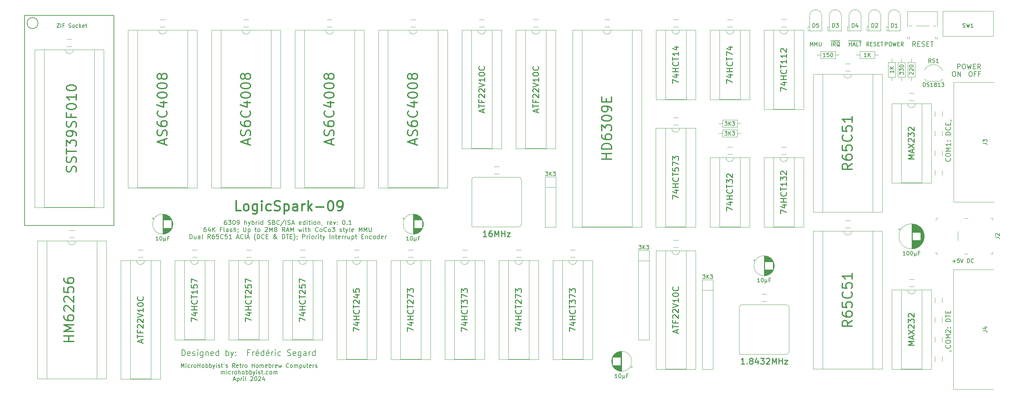
<source format=gto>
G04 #@! TF.GenerationSoftware,KiCad,Pcbnew,7.0.7*
G04 #@! TF.CreationDate,2024-03-19T08:19:51-04:00*
G04 #@! TF.ProjectId,PCB - CPU V1,50434220-2d20-4435-9055-2056312e6b69,1.0*
G04 #@! TF.SameCoordinates,Original*
G04 #@! TF.FileFunction,Legend,Top*
G04 #@! TF.FilePolarity,Positive*
%FSLAX46Y46*%
G04 Gerber Fmt 4.6, Leading zero omitted, Abs format (unit mm)*
G04 Created by KiCad (PCBNEW 7.0.7) date 2024-03-19 08:19:51*
%MOMM*%
%LPD*%
G01*
G04 APERTURE LIST*
%ADD10C,0.150000*%
%ADD11C,0.381000*%
%ADD12C,0.203200*%
%ADD13C,0.152400*%
%ADD14C,0.177800*%
%ADD15C,0.317500*%
%ADD16C,0.254000*%
%ADD17C,0.120000*%
%ADD18C,0.100000*%
%ADD19O,1.600000X1.600000*%
%ADD20R,1.600000X1.600000*%
%ADD21C,1.400000*%
%ADD22O,1.400000X1.400000*%
%ADD23C,1.600000*%
%ADD24R,2.000000X4.500000*%
%ADD25R,4.500000X2.000000*%
%ADD26C,4.000000*%
%ADD27R,1.800000X1.800000*%
%ADD28C,1.800000*%
%ADD29R,1.500000X1.500000*%
%ADD30C,1.500000*%
%ADD31C,2.100000*%
%ADD32C,1.750000*%
%ADD33R,1.780000X7.620000*%
%ADD34C,2.600000*%
G04 APERTURE END LIST*
D10*
X123339903Y-50165000D02*
G75*
G03*
X123339903Y-50165000I-1419903J0D01*
G01*
X128222857Y-50304819D02*
X128889523Y-50304819D01*
X128889523Y-50304819D02*
X128222857Y-51304819D01*
X128222857Y-51304819D02*
X128889523Y-51304819D01*
X129270476Y-51304819D02*
X129270476Y-50304819D01*
X130079999Y-50781009D02*
X129746666Y-50781009D01*
X129746666Y-51304819D02*
X129746666Y-50304819D01*
X129746666Y-50304819D02*
X130222856Y-50304819D01*
X131318095Y-51257200D02*
X131460952Y-51304819D01*
X131460952Y-51304819D02*
X131699047Y-51304819D01*
X131699047Y-51304819D02*
X131794285Y-51257200D01*
X131794285Y-51257200D02*
X131841904Y-51209580D01*
X131841904Y-51209580D02*
X131889523Y-51114342D01*
X131889523Y-51114342D02*
X131889523Y-51019104D01*
X131889523Y-51019104D02*
X131841904Y-50923866D01*
X131841904Y-50923866D02*
X131794285Y-50876247D01*
X131794285Y-50876247D02*
X131699047Y-50828628D01*
X131699047Y-50828628D02*
X131508571Y-50781009D01*
X131508571Y-50781009D02*
X131413333Y-50733390D01*
X131413333Y-50733390D02*
X131365714Y-50685771D01*
X131365714Y-50685771D02*
X131318095Y-50590533D01*
X131318095Y-50590533D02*
X131318095Y-50495295D01*
X131318095Y-50495295D02*
X131365714Y-50400057D01*
X131365714Y-50400057D02*
X131413333Y-50352438D01*
X131413333Y-50352438D02*
X131508571Y-50304819D01*
X131508571Y-50304819D02*
X131746666Y-50304819D01*
X131746666Y-50304819D02*
X131889523Y-50352438D01*
X132460952Y-51304819D02*
X132365714Y-51257200D01*
X132365714Y-51257200D02*
X132318095Y-51209580D01*
X132318095Y-51209580D02*
X132270476Y-51114342D01*
X132270476Y-51114342D02*
X132270476Y-50828628D01*
X132270476Y-50828628D02*
X132318095Y-50733390D01*
X132318095Y-50733390D02*
X132365714Y-50685771D01*
X132365714Y-50685771D02*
X132460952Y-50638152D01*
X132460952Y-50638152D02*
X132603809Y-50638152D01*
X132603809Y-50638152D02*
X132699047Y-50685771D01*
X132699047Y-50685771D02*
X132746666Y-50733390D01*
X132746666Y-50733390D02*
X132794285Y-50828628D01*
X132794285Y-50828628D02*
X132794285Y-51114342D01*
X132794285Y-51114342D02*
X132746666Y-51209580D01*
X132746666Y-51209580D02*
X132699047Y-51257200D01*
X132699047Y-51257200D02*
X132603809Y-51304819D01*
X132603809Y-51304819D02*
X132460952Y-51304819D01*
X133651428Y-51257200D02*
X133556190Y-51304819D01*
X133556190Y-51304819D02*
X133365714Y-51304819D01*
X133365714Y-51304819D02*
X133270476Y-51257200D01*
X133270476Y-51257200D02*
X133222857Y-51209580D01*
X133222857Y-51209580D02*
X133175238Y-51114342D01*
X133175238Y-51114342D02*
X133175238Y-50828628D01*
X133175238Y-50828628D02*
X133222857Y-50733390D01*
X133222857Y-50733390D02*
X133270476Y-50685771D01*
X133270476Y-50685771D02*
X133365714Y-50638152D01*
X133365714Y-50638152D02*
X133556190Y-50638152D01*
X133556190Y-50638152D02*
X133651428Y-50685771D01*
X134080000Y-51304819D02*
X134080000Y-50304819D01*
X134175238Y-50923866D02*
X134460952Y-51304819D01*
X134460952Y-50638152D02*
X134080000Y-51019104D01*
X135270476Y-51257200D02*
X135175238Y-51304819D01*
X135175238Y-51304819D02*
X134984762Y-51304819D01*
X134984762Y-51304819D02*
X134889524Y-51257200D01*
X134889524Y-51257200D02*
X134841905Y-51161961D01*
X134841905Y-51161961D02*
X134841905Y-50781009D01*
X134841905Y-50781009D02*
X134889524Y-50685771D01*
X134889524Y-50685771D02*
X134984762Y-50638152D01*
X134984762Y-50638152D02*
X135175238Y-50638152D01*
X135175238Y-50638152D02*
X135270476Y-50685771D01*
X135270476Y-50685771D02*
X135318095Y-50781009D01*
X135318095Y-50781009D02*
X135318095Y-50876247D01*
X135318095Y-50876247D02*
X134841905Y-50971485D01*
X135603810Y-50638152D02*
X135984762Y-50638152D01*
X135746667Y-50304819D02*
X135746667Y-51161961D01*
X135746667Y-51161961D02*
X135794286Y-51257200D01*
X135794286Y-51257200D02*
X135889524Y-51304819D01*
X135889524Y-51304819D02*
X135984762Y-51304819D01*
X119895000Y-48120000D02*
X142975000Y-48120000D01*
X142975000Y-102570000D01*
X119895000Y-102570000D01*
X119895000Y-48120000D01*
X364423476Y-62701776D02*
X364665381Y-62701776D01*
X364665381Y-62701776D02*
X364786333Y-62762252D01*
X364786333Y-62762252D02*
X364907286Y-62883204D01*
X364907286Y-62883204D02*
X364967762Y-63125109D01*
X364967762Y-63125109D02*
X364967762Y-63548442D01*
X364967762Y-63548442D02*
X364907286Y-63790347D01*
X364907286Y-63790347D02*
X364786333Y-63911300D01*
X364786333Y-63911300D02*
X364665381Y-63971776D01*
X364665381Y-63971776D02*
X364423476Y-63971776D01*
X364423476Y-63971776D02*
X364302524Y-63911300D01*
X364302524Y-63911300D02*
X364181571Y-63790347D01*
X364181571Y-63790347D02*
X364121095Y-63548442D01*
X364121095Y-63548442D02*
X364121095Y-63125109D01*
X364121095Y-63125109D02*
X364181571Y-62883204D01*
X364181571Y-62883204D02*
X364302524Y-62762252D01*
X364302524Y-62762252D02*
X364423476Y-62701776D01*
X365935381Y-63306538D02*
X365512047Y-63306538D01*
X365512047Y-63971776D02*
X365512047Y-62701776D01*
X365512047Y-62701776D02*
X366116809Y-62701776D01*
X367023952Y-63306538D02*
X366600618Y-63306538D01*
X366600618Y-63971776D02*
X366600618Y-62701776D01*
X366600618Y-62701776D02*
X367205380Y-62701776D01*
D11*
X175758928Y-98729340D02*
X174549404Y-98729340D01*
X174549404Y-98729340D02*
X174549404Y-96189340D01*
X176968452Y-98729340D02*
X176726547Y-98608388D01*
X176726547Y-98608388D02*
X176605594Y-98487435D01*
X176605594Y-98487435D02*
X176484642Y-98245530D01*
X176484642Y-98245530D02*
X176484642Y-97519816D01*
X176484642Y-97519816D02*
X176605594Y-97277911D01*
X176605594Y-97277911D02*
X176726547Y-97156959D01*
X176726547Y-97156959D02*
X176968452Y-97036007D01*
X176968452Y-97036007D02*
X177331309Y-97036007D01*
X177331309Y-97036007D02*
X177573213Y-97156959D01*
X177573213Y-97156959D02*
X177694166Y-97277911D01*
X177694166Y-97277911D02*
X177815118Y-97519816D01*
X177815118Y-97519816D02*
X177815118Y-98245530D01*
X177815118Y-98245530D02*
X177694166Y-98487435D01*
X177694166Y-98487435D02*
X177573213Y-98608388D01*
X177573213Y-98608388D02*
X177331309Y-98729340D01*
X177331309Y-98729340D02*
X176968452Y-98729340D01*
X179992261Y-97036007D02*
X179992261Y-99092197D01*
X179992261Y-99092197D02*
X179871308Y-99334102D01*
X179871308Y-99334102D02*
X179750356Y-99455054D01*
X179750356Y-99455054D02*
X179508451Y-99576007D01*
X179508451Y-99576007D02*
X179145594Y-99576007D01*
X179145594Y-99576007D02*
X178903689Y-99455054D01*
X179992261Y-98608388D02*
X179750356Y-98729340D01*
X179750356Y-98729340D02*
X179266547Y-98729340D01*
X179266547Y-98729340D02*
X179024642Y-98608388D01*
X179024642Y-98608388D02*
X178903689Y-98487435D01*
X178903689Y-98487435D02*
X178782737Y-98245530D01*
X178782737Y-98245530D02*
X178782737Y-97519816D01*
X178782737Y-97519816D02*
X178903689Y-97277911D01*
X178903689Y-97277911D02*
X179024642Y-97156959D01*
X179024642Y-97156959D02*
X179266547Y-97036007D01*
X179266547Y-97036007D02*
X179750356Y-97036007D01*
X179750356Y-97036007D02*
X179992261Y-97156959D01*
X181201784Y-98729340D02*
X181201784Y-97036007D01*
X181201784Y-96189340D02*
X181080832Y-96310292D01*
X181080832Y-96310292D02*
X181201784Y-96431245D01*
X181201784Y-96431245D02*
X181322737Y-96310292D01*
X181322737Y-96310292D02*
X181201784Y-96189340D01*
X181201784Y-96189340D02*
X181201784Y-96431245D01*
X183499880Y-98608388D02*
X183257975Y-98729340D01*
X183257975Y-98729340D02*
X182774166Y-98729340D01*
X182774166Y-98729340D02*
X182532261Y-98608388D01*
X182532261Y-98608388D02*
X182411308Y-98487435D01*
X182411308Y-98487435D02*
X182290356Y-98245530D01*
X182290356Y-98245530D02*
X182290356Y-97519816D01*
X182290356Y-97519816D02*
X182411308Y-97277911D01*
X182411308Y-97277911D02*
X182532261Y-97156959D01*
X182532261Y-97156959D02*
X182774166Y-97036007D01*
X182774166Y-97036007D02*
X183257975Y-97036007D01*
X183257975Y-97036007D02*
X183499880Y-97156959D01*
X184467499Y-98608388D02*
X184830356Y-98729340D01*
X184830356Y-98729340D02*
X185435118Y-98729340D01*
X185435118Y-98729340D02*
X185677023Y-98608388D01*
X185677023Y-98608388D02*
X185797975Y-98487435D01*
X185797975Y-98487435D02*
X185918928Y-98245530D01*
X185918928Y-98245530D02*
X185918928Y-98003626D01*
X185918928Y-98003626D02*
X185797975Y-97761721D01*
X185797975Y-97761721D02*
X185677023Y-97640768D01*
X185677023Y-97640768D02*
X185435118Y-97519816D01*
X185435118Y-97519816D02*
X184951309Y-97398864D01*
X184951309Y-97398864D02*
X184709404Y-97277911D01*
X184709404Y-97277911D02*
X184588451Y-97156959D01*
X184588451Y-97156959D02*
X184467499Y-96915054D01*
X184467499Y-96915054D02*
X184467499Y-96673149D01*
X184467499Y-96673149D02*
X184588451Y-96431245D01*
X184588451Y-96431245D02*
X184709404Y-96310292D01*
X184709404Y-96310292D02*
X184951309Y-96189340D01*
X184951309Y-96189340D02*
X185556070Y-96189340D01*
X185556070Y-96189340D02*
X185918928Y-96310292D01*
X187007499Y-97036007D02*
X187007499Y-99576007D01*
X187007499Y-97156959D02*
X187249404Y-97036007D01*
X187249404Y-97036007D02*
X187733214Y-97036007D01*
X187733214Y-97036007D02*
X187975118Y-97156959D01*
X187975118Y-97156959D02*
X188096071Y-97277911D01*
X188096071Y-97277911D02*
X188217023Y-97519816D01*
X188217023Y-97519816D02*
X188217023Y-98245530D01*
X188217023Y-98245530D02*
X188096071Y-98487435D01*
X188096071Y-98487435D02*
X187975118Y-98608388D01*
X187975118Y-98608388D02*
X187733214Y-98729340D01*
X187733214Y-98729340D02*
X187249404Y-98729340D01*
X187249404Y-98729340D02*
X187007499Y-98608388D01*
X190394166Y-98729340D02*
X190394166Y-97398864D01*
X190394166Y-97398864D02*
X190273213Y-97156959D01*
X190273213Y-97156959D02*
X190031309Y-97036007D01*
X190031309Y-97036007D02*
X189547499Y-97036007D01*
X189547499Y-97036007D02*
X189305594Y-97156959D01*
X190394166Y-98608388D02*
X190152261Y-98729340D01*
X190152261Y-98729340D02*
X189547499Y-98729340D01*
X189547499Y-98729340D02*
X189305594Y-98608388D01*
X189305594Y-98608388D02*
X189184642Y-98366483D01*
X189184642Y-98366483D02*
X189184642Y-98124578D01*
X189184642Y-98124578D02*
X189305594Y-97882673D01*
X189305594Y-97882673D02*
X189547499Y-97761721D01*
X189547499Y-97761721D02*
X190152261Y-97761721D01*
X190152261Y-97761721D02*
X190394166Y-97640768D01*
X191603689Y-98729340D02*
X191603689Y-97036007D01*
X191603689Y-97519816D02*
X191724642Y-97277911D01*
X191724642Y-97277911D02*
X191845594Y-97156959D01*
X191845594Y-97156959D02*
X192087499Y-97036007D01*
X192087499Y-97036007D02*
X192329404Y-97036007D01*
X193176070Y-98729340D02*
X193176070Y-96189340D01*
X193417975Y-97761721D02*
X194143689Y-98729340D01*
X194143689Y-97036007D02*
X193176070Y-98003626D01*
X195232260Y-97761721D02*
X197167499Y-97761721D01*
X198860832Y-96189340D02*
X199102737Y-96189340D01*
X199102737Y-96189340D02*
X199344641Y-96310292D01*
X199344641Y-96310292D02*
X199465594Y-96431245D01*
X199465594Y-96431245D02*
X199586546Y-96673149D01*
X199586546Y-96673149D02*
X199707499Y-97156959D01*
X199707499Y-97156959D02*
X199707499Y-97761721D01*
X199707499Y-97761721D02*
X199586546Y-98245530D01*
X199586546Y-98245530D02*
X199465594Y-98487435D01*
X199465594Y-98487435D02*
X199344641Y-98608388D01*
X199344641Y-98608388D02*
X199102737Y-98729340D01*
X199102737Y-98729340D02*
X198860832Y-98729340D01*
X198860832Y-98729340D02*
X198618927Y-98608388D01*
X198618927Y-98608388D02*
X198497975Y-98487435D01*
X198497975Y-98487435D02*
X198377022Y-98245530D01*
X198377022Y-98245530D02*
X198256070Y-97761721D01*
X198256070Y-97761721D02*
X198256070Y-97156959D01*
X198256070Y-97156959D02*
X198377022Y-96673149D01*
X198377022Y-96673149D02*
X198497975Y-96431245D01*
X198497975Y-96431245D02*
X198618927Y-96310292D01*
X198618927Y-96310292D02*
X198860832Y-96189340D01*
X200917023Y-98729340D02*
X201400832Y-98729340D01*
X201400832Y-98729340D02*
X201642737Y-98608388D01*
X201642737Y-98608388D02*
X201763689Y-98487435D01*
X201763689Y-98487435D02*
X202005594Y-98124578D01*
X202005594Y-98124578D02*
X202126547Y-97640768D01*
X202126547Y-97640768D02*
X202126547Y-96673149D01*
X202126547Y-96673149D02*
X202005594Y-96431245D01*
X202005594Y-96431245D02*
X201884642Y-96310292D01*
X201884642Y-96310292D02*
X201642737Y-96189340D01*
X201642737Y-96189340D02*
X201158928Y-96189340D01*
X201158928Y-96189340D02*
X200917023Y-96310292D01*
X200917023Y-96310292D02*
X200796070Y-96431245D01*
X200796070Y-96431245D02*
X200675118Y-96673149D01*
X200675118Y-96673149D02*
X200675118Y-97277911D01*
X200675118Y-97277911D02*
X200796070Y-97519816D01*
X200796070Y-97519816D02*
X200917023Y-97640768D01*
X200917023Y-97640768D02*
X201158928Y-97761721D01*
X201158928Y-97761721D02*
X201642737Y-97761721D01*
X201642737Y-97761721D02*
X201884642Y-97640768D01*
X201884642Y-97640768D02*
X202005594Y-97519816D01*
X202005594Y-97519816D02*
X202126547Y-97277911D01*
D10*
X360147809Y-62701776D02*
X360389714Y-62701776D01*
X360389714Y-62701776D02*
X360510666Y-62762252D01*
X360510666Y-62762252D02*
X360631619Y-62883204D01*
X360631619Y-62883204D02*
X360692095Y-63125109D01*
X360692095Y-63125109D02*
X360692095Y-63548442D01*
X360692095Y-63548442D02*
X360631619Y-63790347D01*
X360631619Y-63790347D02*
X360510666Y-63911300D01*
X360510666Y-63911300D02*
X360389714Y-63971776D01*
X360389714Y-63971776D02*
X360147809Y-63971776D01*
X360147809Y-63971776D02*
X360026857Y-63911300D01*
X360026857Y-63911300D02*
X359905904Y-63790347D01*
X359905904Y-63790347D02*
X359845428Y-63548442D01*
X359845428Y-63548442D02*
X359845428Y-63125109D01*
X359845428Y-63125109D02*
X359905904Y-62883204D01*
X359905904Y-62883204D02*
X360026857Y-62762252D01*
X360026857Y-62762252D02*
X360147809Y-62701776D01*
X361236380Y-63971776D02*
X361236380Y-62701776D01*
X361236380Y-62701776D02*
X361962095Y-63971776D01*
X361962095Y-63971776D02*
X361962095Y-62701776D01*
D12*
X160564285Y-136327924D02*
X160564285Y-134803924D01*
X160564285Y-134803924D02*
X160927142Y-134803924D01*
X160927142Y-134803924D02*
X161144856Y-134876495D01*
X161144856Y-134876495D02*
X161289999Y-135021638D01*
X161289999Y-135021638D02*
X161362570Y-135166781D01*
X161362570Y-135166781D02*
X161435142Y-135457067D01*
X161435142Y-135457067D02*
X161435142Y-135674781D01*
X161435142Y-135674781D02*
X161362570Y-135965067D01*
X161362570Y-135965067D02*
X161289999Y-136110210D01*
X161289999Y-136110210D02*
X161144856Y-136255353D01*
X161144856Y-136255353D02*
X160927142Y-136327924D01*
X160927142Y-136327924D02*
X160564285Y-136327924D01*
X162668856Y-136255353D02*
X162523713Y-136327924D01*
X162523713Y-136327924D02*
X162233428Y-136327924D01*
X162233428Y-136327924D02*
X162088285Y-136255353D01*
X162088285Y-136255353D02*
X162015713Y-136110210D01*
X162015713Y-136110210D02*
X162015713Y-135529638D01*
X162015713Y-135529638D02*
X162088285Y-135384495D01*
X162088285Y-135384495D02*
X162233428Y-135311924D01*
X162233428Y-135311924D02*
X162523713Y-135311924D01*
X162523713Y-135311924D02*
X162668856Y-135384495D01*
X162668856Y-135384495D02*
X162741428Y-135529638D01*
X162741428Y-135529638D02*
X162741428Y-135674781D01*
X162741428Y-135674781D02*
X162015713Y-135819924D01*
X163321999Y-136255353D02*
X163467142Y-136327924D01*
X163467142Y-136327924D02*
X163757428Y-136327924D01*
X163757428Y-136327924D02*
X163902571Y-136255353D01*
X163902571Y-136255353D02*
X163975142Y-136110210D01*
X163975142Y-136110210D02*
X163975142Y-136037638D01*
X163975142Y-136037638D02*
X163902571Y-135892495D01*
X163902571Y-135892495D02*
X163757428Y-135819924D01*
X163757428Y-135819924D02*
X163539714Y-135819924D01*
X163539714Y-135819924D02*
X163394571Y-135747353D01*
X163394571Y-135747353D02*
X163321999Y-135602210D01*
X163321999Y-135602210D02*
X163321999Y-135529638D01*
X163321999Y-135529638D02*
X163394571Y-135384495D01*
X163394571Y-135384495D02*
X163539714Y-135311924D01*
X163539714Y-135311924D02*
X163757428Y-135311924D01*
X163757428Y-135311924D02*
X163902571Y-135384495D01*
X164628285Y-136327924D02*
X164628285Y-135311924D01*
X164628285Y-134803924D02*
X164555713Y-134876495D01*
X164555713Y-134876495D02*
X164628285Y-134949067D01*
X164628285Y-134949067D02*
X164700856Y-134876495D01*
X164700856Y-134876495D02*
X164628285Y-134803924D01*
X164628285Y-134803924D02*
X164628285Y-134949067D01*
X166007142Y-135311924D02*
X166007142Y-136545638D01*
X166007142Y-136545638D02*
X165934570Y-136690781D01*
X165934570Y-136690781D02*
X165861999Y-136763353D01*
X165861999Y-136763353D02*
X165716856Y-136835924D01*
X165716856Y-136835924D02*
X165499142Y-136835924D01*
X165499142Y-136835924D02*
X165353999Y-136763353D01*
X166007142Y-136255353D02*
X165861999Y-136327924D01*
X165861999Y-136327924D02*
X165571713Y-136327924D01*
X165571713Y-136327924D02*
X165426570Y-136255353D01*
X165426570Y-136255353D02*
X165353999Y-136182781D01*
X165353999Y-136182781D02*
X165281427Y-136037638D01*
X165281427Y-136037638D02*
X165281427Y-135602210D01*
X165281427Y-135602210D02*
X165353999Y-135457067D01*
X165353999Y-135457067D02*
X165426570Y-135384495D01*
X165426570Y-135384495D02*
X165571713Y-135311924D01*
X165571713Y-135311924D02*
X165861999Y-135311924D01*
X165861999Y-135311924D02*
X166007142Y-135384495D01*
X166732856Y-135311924D02*
X166732856Y-136327924D01*
X166732856Y-135457067D02*
X166805427Y-135384495D01*
X166805427Y-135384495D02*
X166950570Y-135311924D01*
X166950570Y-135311924D02*
X167168284Y-135311924D01*
X167168284Y-135311924D02*
X167313427Y-135384495D01*
X167313427Y-135384495D02*
X167385999Y-135529638D01*
X167385999Y-135529638D02*
X167385999Y-136327924D01*
X168692284Y-136255353D02*
X168547141Y-136327924D01*
X168547141Y-136327924D02*
X168256856Y-136327924D01*
X168256856Y-136327924D02*
X168111713Y-136255353D01*
X168111713Y-136255353D02*
X168039141Y-136110210D01*
X168039141Y-136110210D02*
X168039141Y-135529638D01*
X168039141Y-135529638D02*
X168111713Y-135384495D01*
X168111713Y-135384495D02*
X168256856Y-135311924D01*
X168256856Y-135311924D02*
X168547141Y-135311924D01*
X168547141Y-135311924D02*
X168692284Y-135384495D01*
X168692284Y-135384495D02*
X168764856Y-135529638D01*
X168764856Y-135529638D02*
X168764856Y-135674781D01*
X168764856Y-135674781D02*
X168039141Y-135819924D01*
X170071142Y-136327924D02*
X170071142Y-134803924D01*
X170071142Y-136255353D02*
X169925999Y-136327924D01*
X169925999Y-136327924D02*
X169635713Y-136327924D01*
X169635713Y-136327924D02*
X169490570Y-136255353D01*
X169490570Y-136255353D02*
X169417999Y-136182781D01*
X169417999Y-136182781D02*
X169345427Y-136037638D01*
X169345427Y-136037638D02*
X169345427Y-135602210D01*
X169345427Y-135602210D02*
X169417999Y-135457067D01*
X169417999Y-135457067D02*
X169490570Y-135384495D01*
X169490570Y-135384495D02*
X169635713Y-135311924D01*
X169635713Y-135311924D02*
X169925999Y-135311924D01*
X169925999Y-135311924D02*
X170071142Y-135384495D01*
X171957999Y-136327924D02*
X171957999Y-134803924D01*
X171957999Y-135384495D02*
X172103142Y-135311924D01*
X172103142Y-135311924D02*
X172393427Y-135311924D01*
X172393427Y-135311924D02*
X172538570Y-135384495D01*
X172538570Y-135384495D02*
X172611142Y-135457067D01*
X172611142Y-135457067D02*
X172683713Y-135602210D01*
X172683713Y-135602210D02*
X172683713Y-136037638D01*
X172683713Y-136037638D02*
X172611142Y-136182781D01*
X172611142Y-136182781D02*
X172538570Y-136255353D01*
X172538570Y-136255353D02*
X172393427Y-136327924D01*
X172393427Y-136327924D02*
X172103142Y-136327924D01*
X172103142Y-136327924D02*
X171957999Y-136255353D01*
X173191713Y-135311924D02*
X173554570Y-136327924D01*
X173917427Y-135311924D02*
X173554570Y-136327924D01*
X173554570Y-136327924D02*
X173409427Y-136690781D01*
X173409427Y-136690781D02*
X173336856Y-136763353D01*
X173336856Y-136763353D02*
X173191713Y-136835924D01*
X174497999Y-136182781D02*
X174570570Y-136255353D01*
X174570570Y-136255353D02*
X174497999Y-136327924D01*
X174497999Y-136327924D02*
X174425427Y-136255353D01*
X174425427Y-136255353D02*
X174497999Y-136182781D01*
X174497999Y-136182781D02*
X174497999Y-136327924D01*
X174497999Y-135384495D02*
X174570570Y-135457067D01*
X174570570Y-135457067D02*
X174497999Y-135529638D01*
X174497999Y-135529638D02*
X174425427Y-135457067D01*
X174425427Y-135457067D02*
X174497999Y-135384495D01*
X174497999Y-135384495D02*
X174497999Y-135529638D01*
X178053999Y-135529638D02*
X177545999Y-135529638D01*
X177545999Y-136327924D02*
X177545999Y-134803924D01*
X177545999Y-134803924D02*
X178271713Y-134803924D01*
X178852285Y-136327924D02*
X178852285Y-135311924D01*
X178852285Y-135602210D02*
X178924856Y-135457067D01*
X178924856Y-135457067D02*
X178997428Y-135384495D01*
X178997428Y-135384495D02*
X179142570Y-135311924D01*
X179142570Y-135311924D02*
X179287713Y-135311924D01*
X180376285Y-136255353D02*
X180231142Y-136327924D01*
X180231142Y-136327924D02*
X179940857Y-136327924D01*
X179940857Y-136327924D02*
X179795714Y-136255353D01*
X179795714Y-136255353D02*
X179723142Y-136110210D01*
X179723142Y-136110210D02*
X179723142Y-135529638D01*
X179723142Y-135529638D02*
X179795714Y-135384495D01*
X179795714Y-135384495D02*
X179940857Y-135311924D01*
X179940857Y-135311924D02*
X180231142Y-135311924D01*
X180231142Y-135311924D02*
X180376285Y-135384495D01*
X180376285Y-135384495D02*
X180448857Y-135529638D01*
X180448857Y-135529638D02*
X180448857Y-135674781D01*
X180448857Y-135674781D02*
X179723142Y-135819924D01*
X180231142Y-134731353D02*
X180013428Y-134949067D01*
X181755143Y-136327924D02*
X181755143Y-134803924D01*
X181755143Y-136255353D02*
X181610000Y-136327924D01*
X181610000Y-136327924D02*
X181319714Y-136327924D01*
X181319714Y-136327924D02*
X181174571Y-136255353D01*
X181174571Y-136255353D02*
X181102000Y-136182781D01*
X181102000Y-136182781D02*
X181029428Y-136037638D01*
X181029428Y-136037638D02*
X181029428Y-135602210D01*
X181029428Y-135602210D02*
X181102000Y-135457067D01*
X181102000Y-135457067D02*
X181174571Y-135384495D01*
X181174571Y-135384495D02*
X181319714Y-135311924D01*
X181319714Y-135311924D02*
X181610000Y-135311924D01*
X181610000Y-135311924D02*
X181755143Y-135384495D01*
X183061428Y-136255353D02*
X182916285Y-136327924D01*
X182916285Y-136327924D02*
X182626000Y-136327924D01*
X182626000Y-136327924D02*
X182480857Y-136255353D01*
X182480857Y-136255353D02*
X182408285Y-136110210D01*
X182408285Y-136110210D02*
X182408285Y-135529638D01*
X182408285Y-135529638D02*
X182480857Y-135384495D01*
X182480857Y-135384495D02*
X182626000Y-135311924D01*
X182626000Y-135311924D02*
X182916285Y-135311924D01*
X182916285Y-135311924D02*
X183061428Y-135384495D01*
X183061428Y-135384495D02*
X183134000Y-135529638D01*
X183134000Y-135529638D02*
X183134000Y-135674781D01*
X183134000Y-135674781D02*
X182408285Y-135819924D01*
X182916285Y-134731353D02*
X182698571Y-134949067D01*
X183787143Y-136327924D02*
X183787143Y-135311924D01*
X183787143Y-135602210D02*
X183859714Y-135457067D01*
X183859714Y-135457067D02*
X183932286Y-135384495D01*
X183932286Y-135384495D02*
X184077428Y-135311924D01*
X184077428Y-135311924D02*
X184222571Y-135311924D01*
X184730572Y-136327924D02*
X184730572Y-135311924D01*
X184730572Y-134803924D02*
X184658000Y-134876495D01*
X184658000Y-134876495D02*
X184730572Y-134949067D01*
X184730572Y-134949067D02*
X184803143Y-134876495D01*
X184803143Y-134876495D02*
X184730572Y-134803924D01*
X184730572Y-134803924D02*
X184730572Y-134949067D01*
X186109429Y-136255353D02*
X185964286Y-136327924D01*
X185964286Y-136327924D02*
X185674000Y-136327924D01*
X185674000Y-136327924D02*
X185528857Y-136255353D01*
X185528857Y-136255353D02*
X185456286Y-136182781D01*
X185456286Y-136182781D02*
X185383714Y-136037638D01*
X185383714Y-136037638D02*
X185383714Y-135602210D01*
X185383714Y-135602210D02*
X185456286Y-135457067D01*
X185456286Y-135457067D02*
X185528857Y-135384495D01*
X185528857Y-135384495D02*
X185674000Y-135311924D01*
X185674000Y-135311924D02*
X185964286Y-135311924D01*
X185964286Y-135311924D02*
X186109429Y-135384495D01*
X187851143Y-136255353D02*
X188068858Y-136327924D01*
X188068858Y-136327924D02*
X188431715Y-136327924D01*
X188431715Y-136327924D02*
X188576858Y-136255353D01*
X188576858Y-136255353D02*
X188649429Y-136182781D01*
X188649429Y-136182781D02*
X188722000Y-136037638D01*
X188722000Y-136037638D02*
X188722000Y-135892495D01*
X188722000Y-135892495D02*
X188649429Y-135747353D01*
X188649429Y-135747353D02*
X188576858Y-135674781D01*
X188576858Y-135674781D02*
X188431715Y-135602210D01*
X188431715Y-135602210D02*
X188141429Y-135529638D01*
X188141429Y-135529638D02*
X187996286Y-135457067D01*
X187996286Y-135457067D02*
X187923715Y-135384495D01*
X187923715Y-135384495D02*
X187851143Y-135239353D01*
X187851143Y-135239353D02*
X187851143Y-135094210D01*
X187851143Y-135094210D02*
X187923715Y-134949067D01*
X187923715Y-134949067D02*
X187996286Y-134876495D01*
X187996286Y-134876495D02*
X188141429Y-134803924D01*
X188141429Y-134803924D02*
X188504286Y-134803924D01*
X188504286Y-134803924D02*
X188722000Y-134876495D01*
X189955715Y-136255353D02*
X189810572Y-136327924D01*
X189810572Y-136327924D02*
X189520287Y-136327924D01*
X189520287Y-136327924D02*
X189375144Y-136255353D01*
X189375144Y-136255353D02*
X189302572Y-136110210D01*
X189302572Y-136110210D02*
X189302572Y-135529638D01*
X189302572Y-135529638D02*
X189375144Y-135384495D01*
X189375144Y-135384495D02*
X189520287Y-135311924D01*
X189520287Y-135311924D02*
X189810572Y-135311924D01*
X189810572Y-135311924D02*
X189955715Y-135384495D01*
X189955715Y-135384495D02*
X190028287Y-135529638D01*
X190028287Y-135529638D02*
X190028287Y-135674781D01*
X190028287Y-135674781D02*
X189302572Y-135819924D01*
X191334573Y-135311924D02*
X191334573Y-136545638D01*
X191334573Y-136545638D02*
X191262001Y-136690781D01*
X191262001Y-136690781D02*
X191189430Y-136763353D01*
X191189430Y-136763353D02*
X191044287Y-136835924D01*
X191044287Y-136835924D02*
X190826573Y-136835924D01*
X190826573Y-136835924D02*
X190681430Y-136763353D01*
X191334573Y-136255353D02*
X191189430Y-136327924D01*
X191189430Y-136327924D02*
X190899144Y-136327924D01*
X190899144Y-136327924D02*
X190754001Y-136255353D01*
X190754001Y-136255353D02*
X190681430Y-136182781D01*
X190681430Y-136182781D02*
X190608858Y-136037638D01*
X190608858Y-136037638D02*
X190608858Y-135602210D01*
X190608858Y-135602210D02*
X190681430Y-135457067D01*
X190681430Y-135457067D02*
X190754001Y-135384495D01*
X190754001Y-135384495D02*
X190899144Y-135311924D01*
X190899144Y-135311924D02*
X191189430Y-135311924D01*
X191189430Y-135311924D02*
X191334573Y-135384495D01*
X192713430Y-136327924D02*
X192713430Y-135529638D01*
X192713430Y-135529638D02*
X192640858Y-135384495D01*
X192640858Y-135384495D02*
X192495715Y-135311924D01*
X192495715Y-135311924D02*
X192205430Y-135311924D01*
X192205430Y-135311924D02*
X192060287Y-135384495D01*
X192713430Y-136255353D02*
X192568287Y-136327924D01*
X192568287Y-136327924D02*
X192205430Y-136327924D01*
X192205430Y-136327924D02*
X192060287Y-136255353D01*
X192060287Y-136255353D02*
X191987715Y-136110210D01*
X191987715Y-136110210D02*
X191987715Y-135965067D01*
X191987715Y-135965067D02*
X192060287Y-135819924D01*
X192060287Y-135819924D02*
X192205430Y-135747353D01*
X192205430Y-135747353D02*
X192568287Y-135747353D01*
X192568287Y-135747353D02*
X192713430Y-135674781D01*
X193439144Y-136327924D02*
X193439144Y-135311924D01*
X193439144Y-135602210D02*
X193511715Y-135457067D01*
X193511715Y-135457067D02*
X193584287Y-135384495D01*
X193584287Y-135384495D02*
X193729429Y-135311924D01*
X193729429Y-135311924D02*
X193874572Y-135311924D01*
X195035716Y-136327924D02*
X195035716Y-134803924D01*
X195035716Y-136255353D02*
X194890573Y-136327924D01*
X194890573Y-136327924D02*
X194600287Y-136327924D01*
X194600287Y-136327924D02*
X194455144Y-136255353D01*
X194455144Y-136255353D02*
X194382573Y-136182781D01*
X194382573Y-136182781D02*
X194310001Y-136037638D01*
X194310001Y-136037638D02*
X194310001Y-135602210D01*
X194310001Y-135602210D02*
X194382573Y-135457067D01*
X194382573Y-135457067D02*
X194455144Y-135384495D01*
X194455144Y-135384495D02*
X194600287Y-135311924D01*
X194600287Y-135311924D02*
X194890573Y-135311924D01*
X194890573Y-135311924D02*
X195035716Y-135384495D01*
D13*
X160407350Y-139387274D02*
X160407350Y-138320474D01*
X160407350Y-138320474D02*
X160762950Y-139082474D01*
X160762950Y-139082474D02*
X161118550Y-138320474D01*
X161118550Y-138320474D02*
X161118550Y-139387274D01*
X161626550Y-139387274D02*
X161626550Y-138676074D01*
X161626550Y-138320474D02*
X161575750Y-138371274D01*
X161575750Y-138371274D02*
X161626550Y-138422074D01*
X161626550Y-138422074D02*
X161677350Y-138371274D01*
X161677350Y-138371274D02*
X161626550Y-138320474D01*
X161626550Y-138320474D02*
X161626550Y-138422074D01*
X162591750Y-139336474D02*
X162490150Y-139387274D01*
X162490150Y-139387274D02*
X162286950Y-139387274D01*
X162286950Y-139387274D02*
X162185350Y-139336474D01*
X162185350Y-139336474D02*
X162134550Y-139285674D01*
X162134550Y-139285674D02*
X162083750Y-139184074D01*
X162083750Y-139184074D02*
X162083750Y-138879274D01*
X162083750Y-138879274D02*
X162134550Y-138777674D01*
X162134550Y-138777674D02*
X162185350Y-138726874D01*
X162185350Y-138726874D02*
X162286950Y-138676074D01*
X162286950Y-138676074D02*
X162490150Y-138676074D01*
X162490150Y-138676074D02*
X162591750Y-138726874D01*
X163048950Y-139387274D02*
X163048950Y-138676074D01*
X163048950Y-138879274D02*
X163099750Y-138777674D01*
X163099750Y-138777674D02*
X163150550Y-138726874D01*
X163150550Y-138726874D02*
X163252150Y-138676074D01*
X163252150Y-138676074D02*
X163353750Y-138676074D01*
X163861750Y-139387274D02*
X163760150Y-139336474D01*
X163760150Y-139336474D02*
X163709350Y-139285674D01*
X163709350Y-139285674D02*
X163658550Y-139184074D01*
X163658550Y-139184074D02*
X163658550Y-138879274D01*
X163658550Y-138879274D02*
X163709350Y-138777674D01*
X163709350Y-138777674D02*
X163760150Y-138726874D01*
X163760150Y-138726874D02*
X163861750Y-138676074D01*
X163861750Y-138676074D02*
X164014150Y-138676074D01*
X164014150Y-138676074D02*
X164115750Y-138726874D01*
X164115750Y-138726874D02*
X164166550Y-138777674D01*
X164166550Y-138777674D02*
X164217350Y-138879274D01*
X164217350Y-138879274D02*
X164217350Y-139184074D01*
X164217350Y-139184074D02*
X164166550Y-139285674D01*
X164166550Y-139285674D02*
X164115750Y-139336474D01*
X164115750Y-139336474D02*
X164014150Y-139387274D01*
X164014150Y-139387274D02*
X163861750Y-139387274D01*
X164674550Y-139387274D02*
X164674550Y-138320474D01*
X164674550Y-138828474D02*
X165284150Y-138828474D01*
X165284150Y-139387274D02*
X165284150Y-138320474D01*
X165944550Y-139387274D02*
X165842950Y-139336474D01*
X165842950Y-139336474D02*
X165792150Y-139285674D01*
X165792150Y-139285674D02*
X165741350Y-139184074D01*
X165741350Y-139184074D02*
X165741350Y-138879274D01*
X165741350Y-138879274D02*
X165792150Y-138777674D01*
X165792150Y-138777674D02*
X165842950Y-138726874D01*
X165842950Y-138726874D02*
X165944550Y-138676074D01*
X165944550Y-138676074D02*
X166096950Y-138676074D01*
X166096950Y-138676074D02*
X166198550Y-138726874D01*
X166198550Y-138726874D02*
X166249350Y-138777674D01*
X166249350Y-138777674D02*
X166300150Y-138879274D01*
X166300150Y-138879274D02*
X166300150Y-139184074D01*
X166300150Y-139184074D02*
X166249350Y-139285674D01*
X166249350Y-139285674D02*
X166198550Y-139336474D01*
X166198550Y-139336474D02*
X166096950Y-139387274D01*
X166096950Y-139387274D02*
X165944550Y-139387274D01*
X166757350Y-139387274D02*
X166757350Y-138320474D01*
X166757350Y-138726874D02*
X166858950Y-138676074D01*
X166858950Y-138676074D02*
X167062150Y-138676074D01*
X167062150Y-138676074D02*
X167163750Y-138726874D01*
X167163750Y-138726874D02*
X167214550Y-138777674D01*
X167214550Y-138777674D02*
X167265350Y-138879274D01*
X167265350Y-138879274D02*
X167265350Y-139184074D01*
X167265350Y-139184074D02*
X167214550Y-139285674D01*
X167214550Y-139285674D02*
X167163750Y-139336474D01*
X167163750Y-139336474D02*
X167062150Y-139387274D01*
X167062150Y-139387274D02*
X166858950Y-139387274D01*
X166858950Y-139387274D02*
X166757350Y-139336474D01*
X167722550Y-139387274D02*
X167722550Y-138320474D01*
X167722550Y-138726874D02*
X167824150Y-138676074D01*
X167824150Y-138676074D02*
X168027350Y-138676074D01*
X168027350Y-138676074D02*
X168128950Y-138726874D01*
X168128950Y-138726874D02*
X168179750Y-138777674D01*
X168179750Y-138777674D02*
X168230550Y-138879274D01*
X168230550Y-138879274D02*
X168230550Y-139184074D01*
X168230550Y-139184074D02*
X168179750Y-139285674D01*
X168179750Y-139285674D02*
X168128950Y-139336474D01*
X168128950Y-139336474D02*
X168027350Y-139387274D01*
X168027350Y-139387274D02*
X167824150Y-139387274D01*
X167824150Y-139387274D02*
X167722550Y-139336474D01*
X168586150Y-138676074D02*
X168840150Y-139387274D01*
X169094150Y-138676074D02*
X168840150Y-139387274D01*
X168840150Y-139387274D02*
X168738550Y-139641274D01*
X168738550Y-139641274D02*
X168687750Y-139692074D01*
X168687750Y-139692074D02*
X168586150Y-139742874D01*
X169500550Y-139387274D02*
X169500550Y-138676074D01*
X169500550Y-138320474D02*
X169449750Y-138371274D01*
X169449750Y-138371274D02*
X169500550Y-138422074D01*
X169500550Y-138422074D02*
X169551350Y-138371274D01*
X169551350Y-138371274D02*
X169500550Y-138320474D01*
X169500550Y-138320474D02*
X169500550Y-138422074D01*
X169957750Y-139336474D02*
X170059350Y-139387274D01*
X170059350Y-139387274D02*
X170262550Y-139387274D01*
X170262550Y-139387274D02*
X170364150Y-139336474D01*
X170364150Y-139336474D02*
X170414950Y-139234874D01*
X170414950Y-139234874D02*
X170414950Y-139184074D01*
X170414950Y-139184074D02*
X170364150Y-139082474D01*
X170364150Y-139082474D02*
X170262550Y-139031674D01*
X170262550Y-139031674D02*
X170110150Y-139031674D01*
X170110150Y-139031674D02*
X170008550Y-138980874D01*
X170008550Y-138980874D02*
X169957750Y-138879274D01*
X169957750Y-138879274D02*
X169957750Y-138828474D01*
X169957750Y-138828474D02*
X170008550Y-138726874D01*
X170008550Y-138726874D02*
X170110150Y-138676074D01*
X170110150Y-138676074D02*
X170262550Y-138676074D01*
X170262550Y-138676074D02*
X170364150Y-138726874D01*
X170719750Y-138676074D02*
X171126150Y-138676074D01*
X170872150Y-138320474D02*
X170872150Y-139234874D01*
X170872150Y-139234874D02*
X170922950Y-139336474D01*
X170922950Y-139336474D02*
X171024550Y-139387274D01*
X171024550Y-139387274D02*
X171126150Y-139387274D01*
X171532550Y-138320474D02*
X171430950Y-138523674D01*
X171938950Y-139336474D02*
X172040550Y-139387274D01*
X172040550Y-139387274D02*
X172243750Y-139387274D01*
X172243750Y-139387274D02*
X172345350Y-139336474D01*
X172345350Y-139336474D02*
X172396150Y-139234874D01*
X172396150Y-139234874D02*
X172396150Y-139184074D01*
X172396150Y-139184074D02*
X172345350Y-139082474D01*
X172345350Y-139082474D02*
X172243750Y-139031674D01*
X172243750Y-139031674D02*
X172091350Y-139031674D01*
X172091350Y-139031674D02*
X171989750Y-138980874D01*
X171989750Y-138980874D02*
X171938950Y-138879274D01*
X171938950Y-138879274D02*
X171938950Y-138828474D01*
X171938950Y-138828474D02*
X171989750Y-138726874D01*
X171989750Y-138726874D02*
X172091350Y-138676074D01*
X172091350Y-138676074D02*
X172243750Y-138676074D01*
X172243750Y-138676074D02*
X172345350Y-138726874D01*
X174275750Y-139387274D02*
X173920150Y-138879274D01*
X173666150Y-139387274D02*
X173666150Y-138320474D01*
X173666150Y-138320474D02*
X174072550Y-138320474D01*
X174072550Y-138320474D02*
X174174150Y-138371274D01*
X174174150Y-138371274D02*
X174224950Y-138422074D01*
X174224950Y-138422074D02*
X174275750Y-138523674D01*
X174275750Y-138523674D02*
X174275750Y-138676074D01*
X174275750Y-138676074D02*
X174224950Y-138777674D01*
X174224950Y-138777674D02*
X174174150Y-138828474D01*
X174174150Y-138828474D02*
X174072550Y-138879274D01*
X174072550Y-138879274D02*
X173666150Y-138879274D01*
X175139350Y-139336474D02*
X175037750Y-139387274D01*
X175037750Y-139387274D02*
X174834550Y-139387274D01*
X174834550Y-139387274D02*
X174732950Y-139336474D01*
X174732950Y-139336474D02*
X174682150Y-139234874D01*
X174682150Y-139234874D02*
X174682150Y-138828474D01*
X174682150Y-138828474D02*
X174732950Y-138726874D01*
X174732950Y-138726874D02*
X174834550Y-138676074D01*
X174834550Y-138676074D02*
X175037750Y-138676074D01*
X175037750Y-138676074D02*
X175139350Y-138726874D01*
X175139350Y-138726874D02*
X175190150Y-138828474D01*
X175190150Y-138828474D02*
X175190150Y-138930074D01*
X175190150Y-138930074D02*
X174682150Y-139031674D01*
X175494950Y-138676074D02*
X175901350Y-138676074D01*
X175647350Y-138320474D02*
X175647350Y-139234874D01*
X175647350Y-139234874D02*
X175698150Y-139336474D01*
X175698150Y-139336474D02*
X175799750Y-139387274D01*
X175799750Y-139387274D02*
X175901350Y-139387274D01*
X176256950Y-139387274D02*
X176256950Y-138676074D01*
X176256950Y-138879274D02*
X176307750Y-138777674D01*
X176307750Y-138777674D02*
X176358550Y-138726874D01*
X176358550Y-138726874D02*
X176460150Y-138676074D01*
X176460150Y-138676074D02*
X176561750Y-138676074D01*
X177069750Y-139387274D02*
X176968150Y-139336474D01*
X176968150Y-139336474D02*
X176917350Y-139285674D01*
X176917350Y-139285674D02*
X176866550Y-139184074D01*
X176866550Y-139184074D02*
X176866550Y-138879274D01*
X176866550Y-138879274D02*
X176917350Y-138777674D01*
X176917350Y-138777674D02*
X176968150Y-138726874D01*
X176968150Y-138726874D02*
X177069750Y-138676074D01*
X177069750Y-138676074D02*
X177222150Y-138676074D01*
X177222150Y-138676074D02*
X177323750Y-138726874D01*
X177323750Y-138726874D02*
X177374550Y-138777674D01*
X177374550Y-138777674D02*
X177425350Y-138879274D01*
X177425350Y-138879274D02*
X177425350Y-139184074D01*
X177425350Y-139184074D02*
X177374550Y-139285674D01*
X177374550Y-139285674D02*
X177323750Y-139336474D01*
X177323750Y-139336474D02*
X177222150Y-139387274D01*
X177222150Y-139387274D02*
X177069750Y-139387274D01*
X178695350Y-139387274D02*
X178695350Y-138320474D01*
X178695350Y-138828474D02*
X179304950Y-138828474D01*
X179304950Y-139387274D02*
X179304950Y-138320474D01*
X179965350Y-139387274D02*
X179863750Y-139336474D01*
X179863750Y-139336474D02*
X179812950Y-139285674D01*
X179812950Y-139285674D02*
X179762150Y-139184074D01*
X179762150Y-139184074D02*
X179762150Y-138879274D01*
X179762150Y-138879274D02*
X179812950Y-138777674D01*
X179812950Y-138777674D02*
X179863750Y-138726874D01*
X179863750Y-138726874D02*
X179965350Y-138676074D01*
X179965350Y-138676074D02*
X180117750Y-138676074D01*
X180117750Y-138676074D02*
X180219350Y-138726874D01*
X180219350Y-138726874D02*
X180270150Y-138777674D01*
X180270150Y-138777674D02*
X180320950Y-138879274D01*
X180320950Y-138879274D02*
X180320950Y-139184074D01*
X180320950Y-139184074D02*
X180270150Y-139285674D01*
X180270150Y-139285674D02*
X180219350Y-139336474D01*
X180219350Y-139336474D02*
X180117750Y-139387274D01*
X180117750Y-139387274D02*
X179965350Y-139387274D01*
X180778150Y-139387274D02*
X180778150Y-138676074D01*
X180778150Y-138777674D02*
X180828950Y-138726874D01*
X180828950Y-138726874D02*
X180930550Y-138676074D01*
X180930550Y-138676074D02*
X181082950Y-138676074D01*
X181082950Y-138676074D02*
X181184550Y-138726874D01*
X181184550Y-138726874D02*
X181235350Y-138828474D01*
X181235350Y-138828474D02*
X181235350Y-139387274D01*
X181235350Y-138828474D02*
X181286150Y-138726874D01*
X181286150Y-138726874D02*
X181387750Y-138676074D01*
X181387750Y-138676074D02*
X181540150Y-138676074D01*
X181540150Y-138676074D02*
X181641750Y-138726874D01*
X181641750Y-138726874D02*
X181692550Y-138828474D01*
X181692550Y-138828474D02*
X181692550Y-139387274D01*
X182606950Y-139336474D02*
X182505350Y-139387274D01*
X182505350Y-139387274D02*
X182302150Y-139387274D01*
X182302150Y-139387274D02*
X182200550Y-139336474D01*
X182200550Y-139336474D02*
X182149750Y-139234874D01*
X182149750Y-139234874D02*
X182149750Y-138828474D01*
X182149750Y-138828474D02*
X182200550Y-138726874D01*
X182200550Y-138726874D02*
X182302150Y-138676074D01*
X182302150Y-138676074D02*
X182505350Y-138676074D01*
X182505350Y-138676074D02*
X182606950Y-138726874D01*
X182606950Y-138726874D02*
X182657750Y-138828474D01*
X182657750Y-138828474D02*
X182657750Y-138930074D01*
X182657750Y-138930074D02*
X182149750Y-139031674D01*
X183114950Y-139387274D02*
X183114950Y-138320474D01*
X183114950Y-138726874D02*
X183216550Y-138676074D01*
X183216550Y-138676074D02*
X183419750Y-138676074D01*
X183419750Y-138676074D02*
X183521350Y-138726874D01*
X183521350Y-138726874D02*
X183572150Y-138777674D01*
X183572150Y-138777674D02*
X183622950Y-138879274D01*
X183622950Y-138879274D02*
X183622950Y-139184074D01*
X183622950Y-139184074D02*
X183572150Y-139285674D01*
X183572150Y-139285674D02*
X183521350Y-139336474D01*
X183521350Y-139336474D02*
X183419750Y-139387274D01*
X183419750Y-139387274D02*
X183216550Y-139387274D01*
X183216550Y-139387274D02*
X183114950Y-139336474D01*
X184080150Y-139387274D02*
X184080150Y-138676074D01*
X184080150Y-138879274D02*
X184130950Y-138777674D01*
X184130950Y-138777674D02*
X184181750Y-138726874D01*
X184181750Y-138726874D02*
X184283350Y-138676074D01*
X184283350Y-138676074D02*
X184384950Y-138676074D01*
X185146950Y-139336474D02*
X185045350Y-139387274D01*
X185045350Y-139387274D02*
X184842150Y-139387274D01*
X184842150Y-139387274D02*
X184740550Y-139336474D01*
X184740550Y-139336474D02*
X184689750Y-139234874D01*
X184689750Y-139234874D02*
X184689750Y-138828474D01*
X184689750Y-138828474D02*
X184740550Y-138726874D01*
X184740550Y-138726874D02*
X184842150Y-138676074D01*
X184842150Y-138676074D02*
X185045350Y-138676074D01*
X185045350Y-138676074D02*
X185146950Y-138726874D01*
X185146950Y-138726874D02*
X185197750Y-138828474D01*
X185197750Y-138828474D02*
X185197750Y-138930074D01*
X185197750Y-138930074D02*
X184689750Y-139031674D01*
X185553350Y-138676074D02*
X185756550Y-139387274D01*
X185756550Y-139387274D02*
X185959750Y-138879274D01*
X185959750Y-138879274D02*
X186162950Y-139387274D01*
X186162950Y-139387274D02*
X186366150Y-138676074D01*
X188194950Y-139285674D02*
X188144150Y-139336474D01*
X188144150Y-139336474D02*
X187991750Y-139387274D01*
X187991750Y-139387274D02*
X187890150Y-139387274D01*
X187890150Y-139387274D02*
X187737750Y-139336474D01*
X187737750Y-139336474D02*
X187636150Y-139234874D01*
X187636150Y-139234874D02*
X187585350Y-139133274D01*
X187585350Y-139133274D02*
X187534550Y-138930074D01*
X187534550Y-138930074D02*
X187534550Y-138777674D01*
X187534550Y-138777674D02*
X187585350Y-138574474D01*
X187585350Y-138574474D02*
X187636150Y-138472874D01*
X187636150Y-138472874D02*
X187737750Y-138371274D01*
X187737750Y-138371274D02*
X187890150Y-138320474D01*
X187890150Y-138320474D02*
X187991750Y-138320474D01*
X187991750Y-138320474D02*
X188144150Y-138371274D01*
X188144150Y-138371274D02*
X188194950Y-138422074D01*
X188804550Y-139387274D02*
X188702950Y-139336474D01*
X188702950Y-139336474D02*
X188652150Y-139285674D01*
X188652150Y-139285674D02*
X188601350Y-139184074D01*
X188601350Y-139184074D02*
X188601350Y-138879274D01*
X188601350Y-138879274D02*
X188652150Y-138777674D01*
X188652150Y-138777674D02*
X188702950Y-138726874D01*
X188702950Y-138726874D02*
X188804550Y-138676074D01*
X188804550Y-138676074D02*
X188956950Y-138676074D01*
X188956950Y-138676074D02*
X189058550Y-138726874D01*
X189058550Y-138726874D02*
X189109350Y-138777674D01*
X189109350Y-138777674D02*
X189160150Y-138879274D01*
X189160150Y-138879274D02*
X189160150Y-139184074D01*
X189160150Y-139184074D02*
X189109350Y-139285674D01*
X189109350Y-139285674D02*
X189058550Y-139336474D01*
X189058550Y-139336474D02*
X188956950Y-139387274D01*
X188956950Y-139387274D02*
X188804550Y-139387274D01*
X189617350Y-139387274D02*
X189617350Y-138676074D01*
X189617350Y-138777674D02*
X189668150Y-138726874D01*
X189668150Y-138726874D02*
X189769750Y-138676074D01*
X189769750Y-138676074D02*
X189922150Y-138676074D01*
X189922150Y-138676074D02*
X190023750Y-138726874D01*
X190023750Y-138726874D02*
X190074550Y-138828474D01*
X190074550Y-138828474D02*
X190074550Y-139387274D01*
X190074550Y-138828474D02*
X190125350Y-138726874D01*
X190125350Y-138726874D02*
X190226950Y-138676074D01*
X190226950Y-138676074D02*
X190379350Y-138676074D01*
X190379350Y-138676074D02*
X190480950Y-138726874D01*
X190480950Y-138726874D02*
X190531750Y-138828474D01*
X190531750Y-138828474D02*
X190531750Y-139387274D01*
X191039750Y-138676074D02*
X191039750Y-139742874D01*
X191039750Y-138726874D02*
X191141350Y-138676074D01*
X191141350Y-138676074D02*
X191344550Y-138676074D01*
X191344550Y-138676074D02*
X191446150Y-138726874D01*
X191446150Y-138726874D02*
X191496950Y-138777674D01*
X191496950Y-138777674D02*
X191547750Y-138879274D01*
X191547750Y-138879274D02*
X191547750Y-139184074D01*
X191547750Y-139184074D02*
X191496950Y-139285674D01*
X191496950Y-139285674D02*
X191446150Y-139336474D01*
X191446150Y-139336474D02*
X191344550Y-139387274D01*
X191344550Y-139387274D02*
X191141350Y-139387274D01*
X191141350Y-139387274D02*
X191039750Y-139336474D01*
X192462150Y-138676074D02*
X192462150Y-139387274D01*
X192004950Y-138676074D02*
X192004950Y-139234874D01*
X192004950Y-139234874D02*
X192055750Y-139336474D01*
X192055750Y-139336474D02*
X192157350Y-139387274D01*
X192157350Y-139387274D02*
X192309750Y-139387274D01*
X192309750Y-139387274D02*
X192411350Y-139336474D01*
X192411350Y-139336474D02*
X192462150Y-139285674D01*
X192817750Y-138676074D02*
X193224150Y-138676074D01*
X192970150Y-138320474D02*
X192970150Y-139234874D01*
X192970150Y-139234874D02*
X193020950Y-139336474D01*
X193020950Y-139336474D02*
X193122550Y-139387274D01*
X193122550Y-139387274D02*
X193224150Y-139387274D01*
X193986150Y-139336474D02*
X193884550Y-139387274D01*
X193884550Y-139387274D02*
X193681350Y-139387274D01*
X193681350Y-139387274D02*
X193579750Y-139336474D01*
X193579750Y-139336474D02*
X193528950Y-139234874D01*
X193528950Y-139234874D02*
X193528950Y-138828474D01*
X193528950Y-138828474D02*
X193579750Y-138726874D01*
X193579750Y-138726874D02*
X193681350Y-138676074D01*
X193681350Y-138676074D02*
X193884550Y-138676074D01*
X193884550Y-138676074D02*
X193986150Y-138726874D01*
X193986150Y-138726874D02*
X194036950Y-138828474D01*
X194036950Y-138828474D02*
X194036950Y-138930074D01*
X194036950Y-138930074D02*
X193528950Y-139031674D01*
X194494150Y-139387274D02*
X194494150Y-138676074D01*
X194494150Y-138879274D02*
X194544950Y-138777674D01*
X194544950Y-138777674D02*
X194595750Y-138726874D01*
X194595750Y-138726874D02*
X194697350Y-138676074D01*
X194697350Y-138676074D02*
X194798950Y-138676074D01*
X195103750Y-139336474D02*
X195205350Y-139387274D01*
X195205350Y-139387274D02*
X195408550Y-139387274D01*
X195408550Y-139387274D02*
X195510150Y-139336474D01*
X195510150Y-139336474D02*
X195560950Y-139234874D01*
X195560950Y-139234874D02*
X195560950Y-139184074D01*
X195560950Y-139184074D02*
X195510150Y-139082474D01*
X195510150Y-139082474D02*
X195408550Y-139031674D01*
X195408550Y-139031674D02*
X195256150Y-139031674D01*
X195256150Y-139031674D02*
X195154550Y-138980874D01*
X195154550Y-138980874D02*
X195103750Y-138879274D01*
X195103750Y-138879274D02*
X195103750Y-138828474D01*
X195103750Y-138828474D02*
X195154550Y-138726874D01*
X195154550Y-138726874D02*
X195256150Y-138676074D01*
X195256150Y-138676074D02*
X195408550Y-138676074D01*
X195408550Y-138676074D02*
X195510150Y-138726874D01*
X170745150Y-141104822D02*
X170745150Y-140393622D01*
X170745150Y-140495222D02*
X170795950Y-140444422D01*
X170795950Y-140444422D02*
X170897550Y-140393622D01*
X170897550Y-140393622D02*
X171049950Y-140393622D01*
X171049950Y-140393622D02*
X171151550Y-140444422D01*
X171151550Y-140444422D02*
X171202350Y-140546022D01*
X171202350Y-140546022D02*
X171202350Y-141104822D01*
X171202350Y-140546022D02*
X171253150Y-140444422D01*
X171253150Y-140444422D02*
X171354750Y-140393622D01*
X171354750Y-140393622D02*
X171507150Y-140393622D01*
X171507150Y-140393622D02*
X171608750Y-140444422D01*
X171608750Y-140444422D02*
X171659550Y-140546022D01*
X171659550Y-140546022D02*
X171659550Y-141104822D01*
X172167550Y-141104822D02*
X172167550Y-140393622D01*
X172167550Y-140038022D02*
X172116750Y-140088822D01*
X172116750Y-140088822D02*
X172167550Y-140139622D01*
X172167550Y-140139622D02*
X172218350Y-140088822D01*
X172218350Y-140088822D02*
X172167550Y-140038022D01*
X172167550Y-140038022D02*
X172167550Y-140139622D01*
X173132750Y-141054022D02*
X173031150Y-141104822D01*
X173031150Y-141104822D02*
X172827950Y-141104822D01*
X172827950Y-141104822D02*
X172726350Y-141054022D01*
X172726350Y-141054022D02*
X172675550Y-141003222D01*
X172675550Y-141003222D02*
X172624750Y-140901622D01*
X172624750Y-140901622D02*
X172624750Y-140596822D01*
X172624750Y-140596822D02*
X172675550Y-140495222D01*
X172675550Y-140495222D02*
X172726350Y-140444422D01*
X172726350Y-140444422D02*
X172827950Y-140393622D01*
X172827950Y-140393622D02*
X173031150Y-140393622D01*
X173031150Y-140393622D02*
X173132750Y-140444422D01*
X173589950Y-141104822D02*
X173589950Y-140393622D01*
X173589950Y-140596822D02*
X173640750Y-140495222D01*
X173640750Y-140495222D02*
X173691550Y-140444422D01*
X173691550Y-140444422D02*
X173793150Y-140393622D01*
X173793150Y-140393622D02*
X173894750Y-140393622D01*
X174402750Y-141104822D02*
X174301150Y-141054022D01*
X174301150Y-141054022D02*
X174250350Y-141003222D01*
X174250350Y-141003222D02*
X174199550Y-140901622D01*
X174199550Y-140901622D02*
X174199550Y-140596822D01*
X174199550Y-140596822D02*
X174250350Y-140495222D01*
X174250350Y-140495222D02*
X174301150Y-140444422D01*
X174301150Y-140444422D02*
X174402750Y-140393622D01*
X174402750Y-140393622D02*
X174555150Y-140393622D01*
X174555150Y-140393622D02*
X174656750Y-140444422D01*
X174656750Y-140444422D02*
X174707550Y-140495222D01*
X174707550Y-140495222D02*
X174758350Y-140596822D01*
X174758350Y-140596822D02*
X174758350Y-140901622D01*
X174758350Y-140901622D02*
X174707550Y-141003222D01*
X174707550Y-141003222D02*
X174656750Y-141054022D01*
X174656750Y-141054022D02*
X174555150Y-141104822D01*
X174555150Y-141104822D02*
X174402750Y-141104822D01*
X175215550Y-141104822D02*
X175215550Y-140038022D01*
X175672750Y-141104822D02*
X175672750Y-140546022D01*
X175672750Y-140546022D02*
X175621950Y-140444422D01*
X175621950Y-140444422D02*
X175520350Y-140393622D01*
X175520350Y-140393622D02*
X175367950Y-140393622D01*
X175367950Y-140393622D02*
X175266350Y-140444422D01*
X175266350Y-140444422D02*
X175215550Y-140495222D01*
X176333150Y-141104822D02*
X176231550Y-141054022D01*
X176231550Y-141054022D02*
X176180750Y-141003222D01*
X176180750Y-141003222D02*
X176129950Y-140901622D01*
X176129950Y-140901622D02*
X176129950Y-140596822D01*
X176129950Y-140596822D02*
X176180750Y-140495222D01*
X176180750Y-140495222D02*
X176231550Y-140444422D01*
X176231550Y-140444422D02*
X176333150Y-140393622D01*
X176333150Y-140393622D02*
X176485550Y-140393622D01*
X176485550Y-140393622D02*
X176587150Y-140444422D01*
X176587150Y-140444422D02*
X176637950Y-140495222D01*
X176637950Y-140495222D02*
X176688750Y-140596822D01*
X176688750Y-140596822D02*
X176688750Y-140901622D01*
X176688750Y-140901622D02*
X176637950Y-141003222D01*
X176637950Y-141003222D02*
X176587150Y-141054022D01*
X176587150Y-141054022D02*
X176485550Y-141104822D01*
X176485550Y-141104822D02*
X176333150Y-141104822D01*
X177145950Y-141104822D02*
X177145950Y-140038022D01*
X177145950Y-140444422D02*
X177247550Y-140393622D01*
X177247550Y-140393622D02*
X177450750Y-140393622D01*
X177450750Y-140393622D02*
X177552350Y-140444422D01*
X177552350Y-140444422D02*
X177603150Y-140495222D01*
X177603150Y-140495222D02*
X177653950Y-140596822D01*
X177653950Y-140596822D02*
X177653950Y-140901622D01*
X177653950Y-140901622D02*
X177603150Y-141003222D01*
X177603150Y-141003222D02*
X177552350Y-141054022D01*
X177552350Y-141054022D02*
X177450750Y-141104822D01*
X177450750Y-141104822D02*
X177247550Y-141104822D01*
X177247550Y-141104822D02*
X177145950Y-141054022D01*
X178111150Y-141104822D02*
X178111150Y-140038022D01*
X178111150Y-140444422D02*
X178212750Y-140393622D01*
X178212750Y-140393622D02*
X178415950Y-140393622D01*
X178415950Y-140393622D02*
X178517550Y-140444422D01*
X178517550Y-140444422D02*
X178568350Y-140495222D01*
X178568350Y-140495222D02*
X178619150Y-140596822D01*
X178619150Y-140596822D02*
X178619150Y-140901622D01*
X178619150Y-140901622D02*
X178568350Y-141003222D01*
X178568350Y-141003222D02*
X178517550Y-141054022D01*
X178517550Y-141054022D02*
X178415950Y-141104822D01*
X178415950Y-141104822D02*
X178212750Y-141104822D01*
X178212750Y-141104822D02*
X178111150Y-141054022D01*
X178974750Y-140393622D02*
X179228750Y-141104822D01*
X179482750Y-140393622D02*
X179228750Y-141104822D01*
X179228750Y-141104822D02*
X179127150Y-141358822D01*
X179127150Y-141358822D02*
X179076350Y-141409622D01*
X179076350Y-141409622D02*
X178974750Y-141460422D01*
X179889150Y-141104822D02*
X179889150Y-140393622D01*
X179889150Y-140038022D02*
X179838350Y-140088822D01*
X179838350Y-140088822D02*
X179889150Y-140139622D01*
X179889150Y-140139622D02*
X179939950Y-140088822D01*
X179939950Y-140088822D02*
X179889150Y-140038022D01*
X179889150Y-140038022D02*
X179889150Y-140139622D01*
X180346350Y-141054022D02*
X180447950Y-141104822D01*
X180447950Y-141104822D02*
X180651150Y-141104822D01*
X180651150Y-141104822D02*
X180752750Y-141054022D01*
X180752750Y-141054022D02*
X180803550Y-140952422D01*
X180803550Y-140952422D02*
X180803550Y-140901622D01*
X180803550Y-140901622D02*
X180752750Y-140800022D01*
X180752750Y-140800022D02*
X180651150Y-140749222D01*
X180651150Y-140749222D02*
X180498750Y-140749222D01*
X180498750Y-140749222D02*
X180397150Y-140698422D01*
X180397150Y-140698422D02*
X180346350Y-140596822D01*
X180346350Y-140596822D02*
X180346350Y-140546022D01*
X180346350Y-140546022D02*
X180397150Y-140444422D01*
X180397150Y-140444422D02*
X180498750Y-140393622D01*
X180498750Y-140393622D02*
X180651150Y-140393622D01*
X180651150Y-140393622D02*
X180752750Y-140444422D01*
X181108350Y-140393622D02*
X181514750Y-140393622D01*
X181260750Y-140038022D02*
X181260750Y-140952422D01*
X181260750Y-140952422D02*
X181311550Y-141054022D01*
X181311550Y-141054022D02*
X181413150Y-141104822D01*
X181413150Y-141104822D02*
X181514750Y-141104822D01*
X181870350Y-141003222D02*
X181921150Y-141054022D01*
X181921150Y-141054022D02*
X181870350Y-141104822D01*
X181870350Y-141104822D02*
X181819550Y-141054022D01*
X181819550Y-141054022D02*
X181870350Y-141003222D01*
X181870350Y-141003222D02*
X181870350Y-141104822D01*
X182835550Y-141054022D02*
X182733950Y-141104822D01*
X182733950Y-141104822D02*
X182530750Y-141104822D01*
X182530750Y-141104822D02*
X182429150Y-141054022D01*
X182429150Y-141054022D02*
X182378350Y-141003222D01*
X182378350Y-141003222D02*
X182327550Y-140901622D01*
X182327550Y-140901622D02*
X182327550Y-140596822D01*
X182327550Y-140596822D02*
X182378350Y-140495222D01*
X182378350Y-140495222D02*
X182429150Y-140444422D01*
X182429150Y-140444422D02*
X182530750Y-140393622D01*
X182530750Y-140393622D02*
X182733950Y-140393622D01*
X182733950Y-140393622D02*
X182835550Y-140444422D01*
X183445150Y-141104822D02*
X183343550Y-141054022D01*
X183343550Y-141054022D02*
X183292750Y-141003222D01*
X183292750Y-141003222D02*
X183241950Y-140901622D01*
X183241950Y-140901622D02*
X183241950Y-140596822D01*
X183241950Y-140596822D02*
X183292750Y-140495222D01*
X183292750Y-140495222D02*
X183343550Y-140444422D01*
X183343550Y-140444422D02*
X183445150Y-140393622D01*
X183445150Y-140393622D02*
X183597550Y-140393622D01*
X183597550Y-140393622D02*
X183699150Y-140444422D01*
X183699150Y-140444422D02*
X183749950Y-140495222D01*
X183749950Y-140495222D02*
X183800750Y-140596822D01*
X183800750Y-140596822D02*
X183800750Y-140901622D01*
X183800750Y-140901622D02*
X183749950Y-141003222D01*
X183749950Y-141003222D02*
X183699150Y-141054022D01*
X183699150Y-141054022D02*
X183597550Y-141104822D01*
X183597550Y-141104822D02*
X183445150Y-141104822D01*
X184257950Y-141104822D02*
X184257950Y-140393622D01*
X184257950Y-140495222D02*
X184308750Y-140444422D01*
X184308750Y-140444422D02*
X184410350Y-140393622D01*
X184410350Y-140393622D02*
X184562750Y-140393622D01*
X184562750Y-140393622D02*
X184664350Y-140444422D01*
X184664350Y-140444422D02*
X184715150Y-140546022D01*
X184715150Y-140546022D02*
X184715150Y-141104822D01*
X184715150Y-140546022D02*
X184765950Y-140444422D01*
X184765950Y-140444422D02*
X184867550Y-140393622D01*
X184867550Y-140393622D02*
X185019950Y-140393622D01*
X185019950Y-140393622D02*
X185121550Y-140444422D01*
X185121550Y-140444422D02*
X185172350Y-140546022D01*
X185172350Y-140546022D02*
X185172350Y-141104822D01*
X173920150Y-142517570D02*
X174428150Y-142517570D01*
X173818550Y-142822370D02*
X174174150Y-141755570D01*
X174174150Y-141755570D02*
X174529750Y-142822370D01*
X174885350Y-142111170D02*
X174885350Y-143177970D01*
X174885350Y-142161970D02*
X174986950Y-142111170D01*
X174986950Y-142111170D02*
X175190150Y-142111170D01*
X175190150Y-142111170D02*
X175291750Y-142161970D01*
X175291750Y-142161970D02*
X175342550Y-142212770D01*
X175342550Y-142212770D02*
X175393350Y-142314370D01*
X175393350Y-142314370D02*
X175393350Y-142619170D01*
X175393350Y-142619170D02*
X175342550Y-142720770D01*
X175342550Y-142720770D02*
X175291750Y-142771570D01*
X175291750Y-142771570D02*
X175190150Y-142822370D01*
X175190150Y-142822370D02*
X174986950Y-142822370D01*
X174986950Y-142822370D02*
X174885350Y-142771570D01*
X175850550Y-142822370D02*
X175850550Y-142111170D01*
X175850550Y-142314370D02*
X175901350Y-142212770D01*
X175901350Y-142212770D02*
X175952150Y-142161970D01*
X175952150Y-142161970D02*
X176053750Y-142111170D01*
X176053750Y-142111170D02*
X176155350Y-142111170D01*
X176510950Y-142822370D02*
X176510950Y-142111170D01*
X176510950Y-141755570D02*
X176460150Y-141806370D01*
X176460150Y-141806370D02*
X176510950Y-141857170D01*
X176510950Y-141857170D02*
X176561750Y-141806370D01*
X176561750Y-141806370D02*
X176510950Y-141755570D01*
X176510950Y-141755570D02*
X176510950Y-141857170D01*
X177171350Y-142822370D02*
X177069750Y-142771570D01*
X177069750Y-142771570D02*
X177018950Y-142669970D01*
X177018950Y-142669970D02*
X177018950Y-141755570D01*
X178339750Y-141857170D02*
X178390550Y-141806370D01*
X178390550Y-141806370D02*
X178492150Y-141755570D01*
X178492150Y-141755570D02*
X178746150Y-141755570D01*
X178746150Y-141755570D02*
X178847750Y-141806370D01*
X178847750Y-141806370D02*
X178898550Y-141857170D01*
X178898550Y-141857170D02*
X178949350Y-141958770D01*
X178949350Y-141958770D02*
X178949350Y-142060370D01*
X178949350Y-142060370D02*
X178898550Y-142212770D01*
X178898550Y-142212770D02*
X178288950Y-142822370D01*
X178288950Y-142822370D02*
X178949350Y-142822370D01*
X179609750Y-141755570D02*
X179711350Y-141755570D01*
X179711350Y-141755570D02*
X179812950Y-141806370D01*
X179812950Y-141806370D02*
X179863750Y-141857170D01*
X179863750Y-141857170D02*
X179914550Y-141958770D01*
X179914550Y-141958770D02*
X179965350Y-142161970D01*
X179965350Y-142161970D02*
X179965350Y-142415970D01*
X179965350Y-142415970D02*
X179914550Y-142619170D01*
X179914550Y-142619170D02*
X179863750Y-142720770D01*
X179863750Y-142720770D02*
X179812950Y-142771570D01*
X179812950Y-142771570D02*
X179711350Y-142822370D01*
X179711350Y-142822370D02*
X179609750Y-142822370D01*
X179609750Y-142822370D02*
X179508150Y-142771570D01*
X179508150Y-142771570D02*
X179457350Y-142720770D01*
X179457350Y-142720770D02*
X179406550Y-142619170D01*
X179406550Y-142619170D02*
X179355750Y-142415970D01*
X179355750Y-142415970D02*
X179355750Y-142161970D01*
X179355750Y-142161970D02*
X179406550Y-141958770D01*
X179406550Y-141958770D02*
X179457350Y-141857170D01*
X179457350Y-141857170D02*
X179508150Y-141806370D01*
X179508150Y-141806370D02*
X179609750Y-141755570D01*
X180371750Y-141857170D02*
X180422550Y-141806370D01*
X180422550Y-141806370D02*
X180524150Y-141755570D01*
X180524150Y-141755570D02*
X180778150Y-141755570D01*
X180778150Y-141755570D02*
X180879750Y-141806370D01*
X180879750Y-141806370D02*
X180930550Y-141857170D01*
X180930550Y-141857170D02*
X180981350Y-141958770D01*
X180981350Y-141958770D02*
X180981350Y-142060370D01*
X180981350Y-142060370D02*
X180930550Y-142212770D01*
X180930550Y-142212770D02*
X180320950Y-142822370D01*
X180320950Y-142822370D02*
X180981350Y-142822370D01*
X181895750Y-142111170D02*
X181895750Y-142822370D01*
X181641750Y-141704770D02*
X181387750Y-142466770D01*
X181387750Y-142466770D02*
X182048150Y-142466770D01*
D14*
X172066859Y-101232431D02*
X171849144Y-101232431D01*
X171849144Y-101232431D02*
X171740287Y-101286860D01*
X171740287Y-101286860D02*
X171685859Y-101341288D01*
X171685859Y-101341288D02*
X171577001Y-101504574D01*
X171577001Y-101504574D02*
X171522573Y-101722288D01*
X171522573Y-101722288D02*
X171522573Y-102157717D01*
X171522573Y-102157717D02*
X171577001Y-102266574D01*
X171577001Y-102266574D02*
X171631430Y-102321003D01*
X171631430Y-102321003D02*
X171740287Y-102375431D01*
X171740287Y-102375431D02*
X171958001Y-102375431D01*
X171958001Y-102375431D02*
X172066859Y-102321003D01*
X172066859Y-102321003D02*
X172121287Y-102266574D01*
X172121287Y-102266574D02*
X172175716Y-102157717D01*
X172175716Y-102157717D02*
X172175716Y-101885574D01*
X172175716Y-101885574D02*
X172121287Y-101776717D01*
X172121287Y-101776717D02*
X172066859Y-101722288D01*
X172066859Y-101722288D02*
X171958001Y-101667860D01*
X171958001Y-101667860D02*
X171740287Y-101667860D01*
X171740287Y-101667860D02*
X171631430Y-101722288D01*
X171631430Y-101722288D02*
X171577001Y-101776717D01*
X171577001Y-101776717D02*
X171522573Y-101885574D01*
X172556715Y-101232431D02*
X173264287Y-101232431D01*
X173264287Y-101232431D02*
X172883287Y-101667860D01*
X172883287Y-101667860D02*
X173046572Y-101667860D01*
X173046572Y-101667860D02*
X173155430Y-101722288D01*
X173155430Y-101722288D02*
X173209858Y-101776717D01*
X173209858Y-101776717D02*
X173264287Y-101885574D01*
X173264287Y-101885574D02*
X173264287Y-102157717D01*
X173264287Y-102157717D02*
X173209858Y-102266574D01*
X173209858Y-102266574D02*
X173155430Y-102321003D01*
X173155430Y-102321003D02*
X173046572Y-102375431D01*
X173046572Y-102375431D02*
X172720001Y-102375431D01*
X172720001Y-102375431D02*
X172611144Y-102321003D01*
X172611144Y-102321003D02*
X172556715Y-102266574D01*
X173971858Y-101232431D02*
X174080715Y-101232431D01*
X174080715Y-101232431D02*
X174189572Y-101286860D01*
X174189572Y-101286860D02*
X174244001Y-101341288D01*
X174244001Y-101341288D02*
X174298429Y-101450145D01*
X174298429Y-101450145D02*
X174352858Y-101667860D01*
X174352858Y-101667860D02*
X174352858Y-101940003D01*
X174352858Y-101940003D02*
X174298429Y-102157717D01*
X174298429Y-102157717D02*
X174244001Y-102266574D01*
X174244001Y-102266574D02*
X174189572Y-102321003D01*
X174189572Y-102321003D02*
X174080715Y-102375431D01*
X174080715Y-102375431D02*
X173971858Y-102375431D01*
X173971858Y-102375431D02*
X173863001Y-102321003D01*
X173863001Y-102321003D02*
X173808572Y-102266574D01*
X173808572Y-102266574D02*
X173754143Y-102157717D01*
X173754143Y-102157717D02*
X173699715Y-101940003D01*
X173699715Y-101940003D02*
X173699715Y-101667860D01*
X173699715Y-101667860D02*
X173754143Y-101450145D01*
X173754143Y-101450145D02*
X173808572Y-101341288D01*
X173808572Y-101341288D02*
X173863001Y-101286860D01*
X173863001Y-101286860D02*
X173971858Y-101232431D01*
X174897143Y-102375431D02*
X175114857Y-102375431D01*
X175114857Y-102375431D02*
X175223714Y-102321003D01*
X175223714Y-102321003D02*
X175278143Y-102266574D01*
X175278143Y-102266574D02*
X175387000Y-102103288D01*
X175387000Y-102103288D02*
X175441429Y-101885574D01*
X175441429Y-101885574D02*
X175441429Y-101450145D01*
X175441429Y-101450145D02*
X175387000Y-101341288D01*
X175387000Y-101341288D02*
X175332572Y-101286860D01*
X175332572Y-101286860D02*
X175223714Y-101232431D01*
X175223714Y-101232431D02*
X175006000Y-101232431D01*
X175006000Y-101232431D02*
X174897143Y-101286860D01*
X174897143Y-101286860D02*
X174842714Y-101341288D01*
X174842714Y-101341288D02*
X174788286Y-101450145D01*
X174788286Y-101450145D02*
X174788286Y-101722288D01*
X174788286Y-101722288D02*
X174842714Y-101831145D01*
X174842714Y-101831145D02*
X174897143Y-101885574D01*
X174897143Y-101885574D02*
X175006000Y-101940003D01*
X175006000Y-101940003D02*
X175223714Y-101940003D01*
X175223714Y-101940003D02*
X175332572Y-101885574D01*
X175332572Y-101885574D02*
X175387000Y-101831145D01*
X175387000Y-101831145D02*
X175441429Y-101722288D01*
X176802142Y-102375431D02*
X176802142Y-101232431D01*
X177292000Y-102375431D02*
X177292000Y-101776717D01*
X177292000Y-101776717D02*
X177237571Y-101667860D01*
X177237571Y-101667860D02*
X177128714Y-101613431D01*
X177128714Y-101613431D02*
X176965428Y-101613431D01*
X176965428Y-101613431D02*
X176856571Y-101667860D01*
X176856571Y-101667860D02*
X176802142Y-101722288D01*
X177727428Y-101613431D02*
X177999571Y-102375431D01*
X178271714Y-101613431D02*
X177999571Y-102375431D01*
X177999571Y-102375431D02*
X177890714Y-102647574D01*
X177890714Y-102647574D02*
X177836285Y-102702003D01*
X177836285Y-102702003D02*
X177727428Y-102756431D01*
X178707142Y-102375431D02*
X178707142Y-101232431D01*
X178707142Y-101667860D02*
X178816000Y-101613431D01*
X178816000Y-101613431D02*
X179033714Y-101613431D01*
X179033714Y-101613431D02*
X179142571Y-101667860D01*
X179142571Y-101667860D02*
X179197000Y-101722288D01*
X179197000Y-101722288D02*
X179251428Y-101831145D01*
X179251428Y-101831145D02*
X179251428Y-102157717D01*
X179251428Y-102157717D02*
X179197000Y-102266574D01*
X179197000Y-102266574D02*
X179142571Y-102321003D01*
X179142571Y-102321003D02*
X179033714Y-102375431D01*
X179033714Y-102375431D02*
X178816000Y-102375431D01*
X178816000Y-102375431D02*
X178707142Y-102321003D01*
X179741285Y-102375431D02*
X179741285Y-101613431D01*
X179741285Y-101831145D02*
X179795714Y-101722288D01*
X179795714Y-101722288D02*
X179850143Y-101667860D01*
X179850143Y-101667860D02*
X179959000Y-101613431D01*
X179959000Y-101613431D02*
X180067857Y-101613431D01*
X180448856Y-102375431D02*
X180448856Y-101613431D01*
X180448856Y-101232431D02*
X180394428Y-101286860D01*
X180394428Y-101286860D02*
X180448856Y-101341288D01*
X180448856Y-101341288D02*
X180503285Y-101286860D01*
X180503285Y-101286860D02*
X180448856Y-101232431D01*
X180448856Y-101232431D02*
X180448856Y-101341288D01*
X181483000Y-102375431D02*
X181483000Y-101232431D01*
X181483000Y-102321003D02*
X181374142Y-102375431D01*
X181374142Y-102375431D02*
X181156428Y-102375431D01*
X181156428Y-102375431D02*
X181047571Y-102321003D01*
X181047571Y-102321003D02*
X180993142Y-102266574D01*
X180993142Y-102266574D02*
X180938714Y-102157717D01*
X180938714Y-102157717D02*
X180938714Y-101831145D01*
X180938714Y-101831145D02*
X180993142Y-101722288D01*
X180993142Y-101722288D02*
X181047571Y-101667860D01*
X181047571Y-101667860D02*
X181156428Y-101613431D01*
X181156428Y-101613431D02*
X181374142Y-101613431D01*
X181374142Y-101613431D02*
X181483000Y-101667860D01*
X182843714Y-102321003D02*
X183007000Y-102375431D01*
X183007000Y-102375431D02*
X183279142Y-102375431D01*
X183279142Y-102375431D02*
X183388000Y-102321003D01*
X183388000Y-102321003D02*
X183442428Y-102266574D01*
X183442428Y-102266574D02*
X183496857Y-102157717D01*
X183496857Y-102157717D02*
X183496857Y-102048860D01*
X183496857Y-102048860D02*
X183442428Y-101940003D01*
X183442428Y-101940003D02*
X183388000Y-101885574D01*
X183388000Y-101885574D02*
X183279142Y-101831145D01*
X183279142Y-101831145D02*
X183061428Y-101776717D01*
X183061428Y-101776717D02*
X182952571Y-101722288D01*
X182952571Y-101722288D02*
X182898142Y-101667860D01*
X182898142Y-101667860D02*
X182843714Y-101559003D01*
X182843714Y-101559003D02*
X182843714Y-101450145D01*
X182843714Y-101450145D02*
X182898142Y-101341288D01*
X182898142Y-101341288D02*
X182952571Y-101286860D01*
X182952571Y-101286860D02*
X183061428Y-101232431D01*
X183061428Y-101232431D02*
X183333571Y-101232431D01*
X183333571Y-101232431D02*
X183496857Y-101286860D01*
X184367713Y-101776717D02*
X184530999Y-101831145D01*
X184530999Y-101831145D02*
X184585428Y-101885574D01*
X184585428Y-101885574D02*
X184639856Y-101994431D01*
X184639856Y-101994431D02*
X184639856Y-102157717D01*
X184639856Y-102157717D02*
X184585428Y-102266574D01*
X184585428Y-102266574D02*
X184530999Y-102321003D01*
X184530999Y-102321003D02*
X184422142Y-102375431D01*
X184422142Y-102375431D02*
X183986713Y-102375431D01*
X183986713Y-102375431D02*
X183986713Y-101232431D01*
X183986713Y-101232431D02*
X184367713Y-101232431D01*
X184367713Y-101232431D02*
X184476571Y-101286860D01*
X184476571Y-101286860D02*
X184530999Y-101341288D01*
X184530999Y-101341288D02*
X184585428Y-101450145D01*
X184585428Y-101450145D02*
X184585428Y-101559003D01*
X184585428Y-101559003D02*
X184530999Y-101667860D01*
X184530999Y-101667860D02*
X184476571Y-101722288D01*
X184476571Y-101722288D02*
X184367713Y-101776717D01*
X184367713Y-101776717D02*
X183986713Y-101776717D01*
X185782856Y-102266574D02*
X185728428Y-102321003D01*
X185728428Y-102321003D02*
X185565142Y-102375431D01*
X185565142Y-102375431D02*
X185456285Y-102375431D01*
X185456285Y-102375431D02*
X185292999Y-102321003D01*
X185292999Y-102321003D02*
X185184142Y-102212145D01*
X185184142Y-102212145D02*
X185129713Y-102103288D01*
X185129713Y-102103288D02*
X185075285Y-101885574D01*
X185075285Y-101885574D02*
X185075285Y-101722288D01*
X185075285Y-101722288D02*
X185129713Y-101504574D01*
X185129713Y-101504574D02*
X185184142Y-101395717D01*
X185184142Y-101395717D02*
X185292999Y-101286860D01*
X185292999Y-101286860D02*
X185456285Y-101232431D01*
X185456285Y-101232431D02*
X185565142Y-101232431D01*
X185565142Y-101232431D02*
X185728428Y-101286860D01*
X185728428Y-101286860D02*
X185782856Y-101341288D01*
X187089142Y-101178003D02*
X186109428Y-102647574D01*
X187470142Y-102375431D02*
X187470142Y-101232431D01*
X187960000Y-102321003D02*
X188123286Y-102375431D01*
X188123286Y-102375431D02*
X188395428Y-102375431D01*
X188395428Y-102375431D02*
X188504286Y-102321003D01*
X188504286Y-102321003D02*
X188558714Y-102266574D01*
X188558714Y-102266574D02*
X188613143Y-102157717D01*
X188613143Y-102157717D02*
X188613143Y-102048860D01*
X188613143Y-102048860D02*
X188558714Y-101940003D01*
X188558714Y-101940003D02*
X188504286Y-101885574D01*
X188504286Y-101885574D02*
X188395428Y-101831145D01*
X188395428Y-101831145D02*
X188177714Y-101776717D01*
X188177714Y-101776717D02*
X188068857Y-101722288D01*
X188068857Y-101722288D02*
X188014428Y-101667860D01*
X188014428Y-101667860D02*
X187960000Y-101559003D01*
X187960000Y-101559003D02*
X187960000Y-101450145D01*
X187960000Y-101450145D02*
X188014428Y-101341288D01*
X188014428Y-101341288D02*
X188068857Y-101286860D01*
X188068857Y-101286860D02*
X188177714Y-101232431D01*
X188177714Y-101232431D02*
X188449857Y-101232431D01*
X188449857Y-101232431D02*
X188613143Y-101286860D01*
X189048571Y-102048860D02*
X189592857Y-102048860D01*
X188939714Y-102375431D02*
X189320714Y-101232431D01*
X189320714Y-101232431D02*
X189701714Y-102375431D01*
X191388999Y-102321003D02*
X191280142Y-102375431D01*
X191280142Y-102375431D02*
X191062428Y-102375431D01*
X191062428Y-102375431D02*
X190953570Y-102321003D01*
X190953570Y-102321003D02*
X190899142Y-102212145D01*
X190899142Y-102212145D02*
X190899142Y-101776717D01*
X190899142Y-101776717D02*
X190953570Y-101667860D01*
X190953570Y-101667860D02*
X191062428Y-101613431D01*
X191062428Y-101613431D02*
X191280142Y-101613431D01*
X191280142Y-101613431D02*
X191388999Y-101667860D01*
X191388999Y-101667860D02*
X191443428Y-101776717D01*
X191443428Y-101776717D02*
X191443428Y-101885574D01*
X191443428Y-101885574D02*
X190899142Y-101994431D01*
X192423142Y-102375431D02*
X192423142Y-101232431D01*
X192423142Y-102321003D02*
X192314284Y-102375431D01*
X192314284Y-102375431D02*
X192096570Y-102375431D01*
X192096570Y-102375431D02*
X191987713Y-102321003D01*
X191987713Y-102321003D02*
X191933284Y-102266574D01*
X191933284Y-102266574D02*
X191878856Y-102157717D01*
X191878856Y-102157717D02*
X191878856Y-101831145D01*
X191878856Y-101831145D02*
X191933284Y-101722288D01*
X191933284Y-101722288D02*
X191987713Y-101667860D01*
X191987713Y-101667860D02*
X192096570Y-101613431D01*
X192096570Y-101613431D02*
X192314284Y-101613431D01*
X192314284Y-101613431D02*
X192423142Y-101667860D01*
X192967427Y-102375431D02*
X192967427Y-101613431D01*
X192967427Y-101232431D02*
X192912999Y-101286860D01*
X192912999Y-101286860D02*
X192967427Y-101341288D01*
X192967427Y-101341288D02*
X193021856Y-101286860D01*
X193021856Y-101286860D02*
X192967427Y-101232431D01*
X192967427Y-101232431D02*
X192967427Y-101341288D01*
X193348428Y-101613431D02*
X193783856Y-101613431D01*
X193511713Y-101232431D02*
X193511713Y-102212145D01*
X193511713Y-102212145D02*
X193566142Y-102321003D01*
X193566142Y-102321003D02*
X193674999Y-102375431D01*
X193674999Y-102375431D02*
X193783856Y-102375431D01*
X194164856Y-102375431D02*
X194164856Y-101613431D01*
X194164856Y-101232431D02*
X194110428Y-101286860D01*
X194110428Y-101286860D02*
X194164856Y-101341288D01*
X194164856Y-101341288D02*
X194219285Y-101286860D01*
X194219285Y-101286860D02*
X194164856Y-101232431D01*
X194164856Y-101232431D02*
X194164856Y-101341288D01*
X194872428Y-102375431D02*
X194763571Y-102321003D01*
X194763571Y-102321003D02*
X194709142Y-102266574D01*
X194709142Y-102266574D02*
X194654714Y-102157717D01*
X194654714Y-102157717D02*
X194654714Y-101831145D01*
X194654714Y-101831145D02*
X194709142Y-101722288D01*
X194709142Y-101722288D02*
X194763571Y-101667860D01*
X194763571Y-101667860D02*
X194872428Y-101613431D01*
X194872428Y-101613431D02*
X195035714Y-101613431D01*
X195035714Y-101613431D02*
X195144571Y-101667860D01*
X195144571Y-101667860D02*
X195199000Y-101722288D01*
X195199000Y-101722288D02*
X195253428Y-101831145D01*
X195253428Y-101831145D02*
X195253428Y-102157717D01*
X195253428Y-102157717D02*
X195199000Y-102266574D01*
X195199000Y-102266574D02*
X195144571Y-102321003D01*
X195144571Y-102321003D02*
X195035714Y-102375431D01*
X195035714Y-102375431D02*
X194872428Y-102375431D01*
X195743285Y-101613431D02*
X195743285Y-102375431D01*
X195743285Y-101722288D02*
X195797714Y-101667860D01*
X195797714Y-101667860D02*
X195906571Y-101613431D01*
X195906571Y-101613431D02*
X196069857Y-101613431D01*
X196069857Y-101613431D02*
X196178714Y-101667860D01*
X196178714Y-101667860D02*
X196233143Y-101776717D01*
X196233143Y-101776717D02*
X196233143Y-102375431D01*
X196831857Y-102321003D02*
X196831857Y-102375431D01*
X196831857Y-102375431D02*
X196777428Y-102484288D01*
X196777428Y-102484288D02*
X196723000Y-102538717D01*
X198192571Y-102375431D02*
X198192571Y-101613431D01*
X198192571Y-101831145D02*
X198247000Y-101722288D01*
X198247000Y-101722288D02*
X198301429Y-101667860D01*
X198301429Y-101667860D02*
X198410286Y-101613431D01*
X198410286Y-101613431D02*
X198519143Y-101613431D01*
X199335571Y-102321003D02*
X199226714Y-102375431D01*
X199226714Y-102375431D02*
X199009000Y-102375431D01*
X199009000Y-102375431D02*
X198900142Y-102321003D01*
X198900142Y-102321003D02*
X198845714Y-102212145D01*
X198845714Y-102212145D02*
X198845714Y-101776717D01*
X198845714Y-101776717D02*
X198900142Y-101667860D01*
X198900142Y-101667860D02*
X199009000Y-101613431D01*
X199009000Y-101613431D02*
X199226714Y-101613431D01*
X199226714Y-101613431D02*
X199335571Y-101667860D01*
X199335571Y-101667860D02*
X199390000Y-101776717D01*
X199390000Y-101776717D02*
X199390000Y-101885574D01*
X199390000Y-101885574D02*
X198845714Y-101994431D01*
X199770999Y-101613431D02*
X200043142Y-102375431D01*
X200043142Y-102375431D02*
X200315285Y-101613431D01*
X200750713Y-102266574D02*
X200805142Y-102321003D01*
X200805142Y-102321003D02*
X200750713Y-102375431D01*
X200750713Y-102375431D02*
X200696285Y-102321003D01*
X200696285Y-102321003D02*
X200750713Y-102266574D01*
X200750713Y-102266574D02*
X200750713Y-102375431D01*
X200750713Y-101667860D02*
X200805142Y-101722288D01*
X200805142Y-101722288D02*
X200750713Y-101776717D01*
X200750713Y-101776717D02*
X200696285Y-101722288D01*
X200696285Y-101722288D02*
X200750713Y-101667860D01*
X200750713Y-101667860D02*
X200750713Y-101776717D01*
X202383571Y-101232431D02*
X202492428Y-101232431D01*
X202492428Y-101232431D02*
X202601285Y-101286860D01*
X202601285Y-101286860D02*
X202655714Y-101341288D01*
X202655714Y-101341288D02*
X202710142Y-101450145D01*
X202710142Y-101450145D02*
X202764571Y-101667860D01*
X202764571Y-101667860D02*
X202764571Y-101940003D01*
X202764571Y-101940003D02*
X202710142Y-102157717D01*
X202710142Y-102157717D02*
X202655714Y-102266574D01*
X202655714Y-102266574D02*
X202601285Y-102321003D01*
X202601285Y-102321003D02*
X202492428Y-102375431D01*
X202492428Y-102375431D02*
X202383571Y-102375431D01*
X202383571Y-102375431D02*
X202274714Y-102321003D01*
X202274714Y-102321003D02*
X202220285Y-102266574D01*
X202220285Y-102266574D02*
X202165856Y-102157717D01*
X202165856Y-102157717D02*
X202111428Y-101940003D01*
X202111428Y-101940003D02*
X202111428Y-101667860D01*
X202111428Y-101667860D02*
X202165856Y-101450145D01*
X202165856Y-101450145D02*
X202220285Y-101341288D01*
X202220285Y-101341288D02*
X202274714Y-101286860D01*
X202274714Y-101286860D02*
X202383571Y-101232431D01*
X203254427Y-102266574D02*
X203308856Y-102321003D01*
X203308856Y-102321003D02*
X203254427Y-102375431D01*
X203254427Y-102375431D02*
X203199999Y-102321003D01*
X203199999Y-102321003D02*
X203254427Y-102266574D01*
X203254427Y-102266574D02*
X203254427Y-102375431D01*
X204397428Y-102375431D02*
X203744285Y-102375431D01*
X204070856Y-102375431D02*
X204070856Y-101232431D01*
X204070856Y-101232431D02*
X203961999Y-101395717D01*
X203961999Y-101395717D02*
X203853142Y-101504574D01*
X203853142Y-101504574D02*
X203744285Y-101559003D01*
X166787286Y-103072661D02*
X166569571Y-103072661D01*
X166569571Y-103072661D02*
X166460714Y-103127090D01*
X166460714Y-103127090D02*
X166406286Y-103181518D01*
X166406286Y-103181518D02*
X166297428Y-103344804D01*
X166297428Y-103344804D02*
X166243000Y-103562518D01*
X166243000Y-103562518D02*
X166243000Y-103997947D01*
X166243000Y-103997947D02*
X166297428Y-104106804D01*
X166297428Y-104106804D02*
X166351857Y-104161233D01*
X166351857Y-104161233D02*
X166460714Y-104215661D01*
X166460714Y-104215661D02*
X166678428Y-104215661D01*
X166678428Y-104215661D02*
X166787286Y-104161233D01*
X166787286Y-104161233D02*
X166841714Y-104106804D01*
X166841714Y-104106804D02*
X166896143Y-103997947D01*
X166896143Y-103997947D02*
X166896143Y-103725804D01*
X166896143Y-103725804D02*
X166841714Y-103616947D01*
X166841714Y-103616947D02*
X166787286Y-103562518D01*
X166787286Y-103562518D02*
X166678428Y-103508090D01*
X166678428Y-103508090D02*
X166460714Y-103508090D01*
X166460714Y-103508090D02*
X166351857Y-103562518D01*
X166351857Y-103562518D02*
X166297428Y-103616947D01*
X166297428Y-103616947D02*
X166243000Y-103725804D01*
X167875857Y-103453661D02*
X167875857Y-104215661D01*
X167603714Y-103018233D02*
X167331571Y-103834661D01*
X167331571Y-103834661D02*
X168039142Y-103834661D01*
X168474570Y-104215661D02*
X168474570Y-103072661D01*
X169127713Y-104215661D02*
X168637856Y-103562518D01*
X169127713Y-103072661D02*
X168474570Y-103725804D01*
X170869427Y-103616947D02*
X170488427Y-103616947D01*
X170488427Y-104215661D02*
X170488427Y-103072661D01*
X170488427Y-103072661D02*
X171032713Y-103072661D01*
X171631427Y-104215661D02*
X171522570Y-104161233D01*
X171522570Y-104161233D02*
X171468141Y-104052375D01*
X171468141Y-104052375D02*
X171468141Y-103072661D01*
X172556713Y-104215661D02*
X172556713Y-103616947D01*
X172556713Y-103616947D02*
X172502284Y-103508090D01*
X172502284Y-103508090D02*
X172393427Y-103453661D01*
X172393427Y-103453661D02*
X172175713Y-103453661D01*
X172175713Y-103453661D02*
X172066855Y-103508090D01*
X172556713Y-104161233D02*
X172447855Y-104215661D01*
X172447855Y-104215661D02*
X172175713Y-104215661D01*
X172175713Y-104215661D02*
X172066855Y-104161233D01*
X172066855Y-104161233D02*
X172012427Y-104052375D01*
X172012427Y-104052375D02*
X172012427Y-103943518D01*
X172012427Y-103943518D02*
X172066855Y-103834661D01*
X172066855Y-103834661D02*
X172175713Y-103780233D01*
X172175713Y-103780233D02*
X172447855Y-103780233D01*
X172447855Y-103780233D02*
X172556713Y-103725804D01*
X173046570Y-104161233D02*
X173155427Y-104215661D01*
X173155427Y-104215661D02*
X173373141Y-104215661D01*
X173373141Y-104215661D02*
X173481998Y-104161233D01*
X173481998Y-104161233D02*
X173536427Y-104052375D01*
X173536427Y-104052375D02*
X173536427Y-103997947D01*
X173536427Y-103997947D02*
X173481998Y-103889090D01*
X173481998Y-103889090D02*
X173373141Y-103834661D01*
X173373141Y-103834661D02*
X173209856Y-103834661D01*
X173209856Y-103834661D02*
X173100998Y-103780233D01*
X173100998Y-103780233D02*
X173046570Y-103671375D01*
X173046570Y-103671375D02*
X173046570Y-103616947D01*
X173046570Y-103616947D02*
X173100998Y-103508090D01*
X173100998Y-103508090D02*
X173209856Y-103453661D01*
X173209856Y-103453661D02*
X173373141Y-103453661D01*
X173373141Y-103453661D02*
X173481998Y-103508090D01*
X174026284Y-104215661D02*
X174026284Y-103072661D01*
X174516142Y-104215661D02*
X174516142Y-103616947D01*
X174516142Y-103616947D02*
X174461713Y-103508090D01*
X174461713Y-103508090D02*
X174352856Y-103453661D01*
X174352856Y-103453661D02*
X174189570Y-103453661D01*
X174189570Y-103453661D02*
X174080713Y-103508090D01*
X174080713Y-103508090D02*
X174026284Y-103562518D01*
X175114856Y-104161233D02*
X175114856Y-104215661D01*
X175114856Y-104215661D02*
X175060427Y-104324518D01*
X175060427Y-104324518D02*
X175005999Y-104378947D01*
X175060427Y-103508090D02*
X175114856Y-103562518D01*
X175114856Y-103562518D02*
X175060427Y-103616947D01*
X175060427Y-103616947D02*
X175005999Y-103562518D01*
X175005999Y-103562518D02*
X175060427Y-103508090D01*
X175060427Y-103508090D02*
X175060427Y-103616947D01*
X176475570Y-103072661D02*
X176475570Y-103997947D01*
X176475570Y-103997947D02*
X176529999Y-104106804D01*
X176529999Y-104106804D02*
X176584428Y-104161233D01*
X176584428Y-104161233D02*
X176693285Y-104215661D01*
X176693285Y-104215661D02*
X176910999Y-104215661D01*
X176910999Y-104215661D02*
X177019856Y-104161233D01*
X177019856Y-104161233D02*
X177074285Y-104106804D01*
X177074285Y-104106804D02*
X177128713Y-103997947D01*
X177128713Y-103997947D02*
X177128713Y-103072661D01*
X177672999Y-103453661D02*
X177672999Y-104596661D01*
X177672999Y-103508090D02*
X177781857Y-103453661D01*
X177781857Y-103453661D02*
X177999571Y-103453661D01*
X177999571Y-103453661D02*
X178108428Y-103508090D01*
X178108428Y-103508090D02*
X178162857Y-103562518D01*
X178162857Y-103562518D02*
X178217285Y-103671375D01*
X178217285Y-103671375D02*
X178217285Y-103997947D01*
X178217285Y-103997947D02*
X178162857Y-104106804D01*
X178162857Y-104106804D02*
X178108428Y-104161233D01*
X178108428Y-104161233D02*
X177999571Y-104215661D01*
X177999571Y-104215661D02*
X177781857Y-104215661D01*
X177781857Y-104215661D02*
X177672999Y-104161233D01*
X179414714Y-103453661D02*
X179850142Y-103453661D01*
X179577999Y-103072661D02*
X179577999Y-104052375D01*
X179577999Y-104052375D02*
X179632428Y-104161233D01*
X179632428Y-104161233D02*
X179741285Y-104215661D01*
X179741285Y-104215661D02*
X179850142Y-104215661D01*
X180394428Y-104215661D02*
X180285571Y-104161233D01*
X180285571Y-104161233D02*
X180231142Y-104106804D01*
X180231142Y-104106804D02*
X180176714Y-103997947D01*
X180176714Y-103997947D02*
X180176714Y-103671375D01*
X180176714Y-103671375D02*
X180231142Y-103562518D01*
X180231142Y-103562518D02*
X180285571Y-103508090D01*
X180285571Y-103508090D02*
X180394428Y-103453661D01*
X180394428Y-103453661D02*
X180557714Y-103453661D01*
X180557714Y-103453661D02*
X180666571Y-103508090D01*
X180666571Y-103508090D02*
X180721000Y-103562518D01*
X180721000Y-103562518D02*
X180775428Y-103671375D01*
X180775428Y-103671375D02*
X180775428Y-103997947D01*
X180775428Y-103997947D02*
X180721000Y-104106804D01*
X180721000Y-104106804D02*
X180666571Y-104161233D01*
X180666571Y-104161233D02*
X180557714Y-104215661D01*
X180557714Y-104215661D02*
X180394428Y-104215661D01*
X182081714Y-103181518D02*
X182136142Y-103127090D01*
X182136142Y-103127090D02*
X182245000Y-103072661D01*
X182245000Y-103072661D02*
X182517142Y-103072661D01*
X182517142Y-103072661D02*
X182626000Y-103127090D01*
X182626000Y-103127090D02*
X182680428Y-103181518D01*
X182680428Y-103181518D02*
X182734857Y-103290375D01*
X182734857Y-103290375D02*
X182734857Y-103399233D01*
X182734857Y-103399233D02*
X182680428Y-103562518D01*
X182680428Y-103562518D02*
X182027285Y-104215661D01*
X182027285Y-104215661D02*
X182734857Y-104215661D01*
X183224713Y-104215661D02*
X183224713Y-103072661D01*
X183224713Y-103072661D02*
X183605713Y-103889090D01*
X183605713Y-103889090D02*
X183986713Y-103072661D01*
X183986713Y-103072661D02*
X183986713Y-104215661D01*
X184911999Y-103616947D02*
X185075285Y-103671375D01*
X185075285Y-103671375D02*
X185129714Y-103725804D01*
X185129714Y-103725804D02*
X185184142Y-103834661D01*
X185184142Y-103834661D02*
X185184142Y-103997947D01*
X185184142Y-103997947D02*
X185129714Y-104106804D01*
X185129714Y-104106804D02*
X185075285Y-104161233D01*
X185075285Y-104161233D02*
X184966428Y-104215661D01*
X184966428Y-104215661D02*
X184530999Y-104215661D01*
X184530999Y-104215661D02*
X184530999Y-103072661D01*
X184530999Y-103072661D02*
X184911999Y-103072661D01*
X184911999Y-103072661D02*
X185020857Y-103127090D01*
X185020857Y-103127090D02*
X185075285Y-103181518D01*
X185075285Y-103181518D02*
X185129714Y-103290375D01*
X185129714Y-103290375D02*
X185129714Y-103399233D01*
X185129714Y-103399233D02*
X185075285Y-103508090D01*
X185075285Y-103508090D02*
X185020857Y-103562518D01*
X185020857Y-103562518D02*
X184911999Y-103616947D01*
X184911999Y-103616947D02*
X184530999Y-103616947D01*
X187197999Y-104215661D02*
X186816999Y-103671375D01*
X186544856Y-104215661D02*
X186544856Y-103072661D01*
X186544856Y-103072661D02*
X186980285Y-103072661D01*
X186980285Y-103072661D02*
X187089142Y-103127090D01*
X187089142Y-103127090D02*
X187143571Y-103181518D01*
X187143571Y-103181518D02*
X187197999Y-103290375D01*
X187197999Y-103290375D02*
X187197999Y-103453661D01*
X187197999Y-103453661D02*
X187143571Y-103562518D01*
X187143571Y-103562518D02*
X187089142Y-103616947D01*
X187089142Y-103616947D02*
X186980285Y-103671375D01*
X186980285Y-103671375D02*
X186544856Y-103671375D01*
X187633428Y-103889090D02*
X188177714Y-103889090D01*
X187524571Y-104215661D02*
X187905571Y-103072661D01*
X187905571Y-103072661D02*
X188286571Y-104215661D01*
X188667570Y-104215661D02*
X188667570Y-103072661D01*
X188667570Y-103072661D02*
X189048570Y-103889090D01*
X189048570Y-103889090D02*
X189429570Y-103072661D01*
X189429570Y-103072661D02*
X189429570Y-104215661D01*
X190735856Y-103453661D02*
X190953571Y-104215661D01*
X190953571Y-104215661D02*
X191171285Y-103671375D01*
X191171285Y-103671375D02*
X191388999Y-104215661D01*
X191388999Y-104215661D02*
X191606713Y-103453661D01*
X192042142Y-104215661D02*
X192042142Y-103453661D01*
X192042142Y-103072661D02*
X191987714Y-103127090D01*
X191987714Y-103127090D02*
X192042142Y-103181518D01*
X192042142Y-103181518D02*
X192096571Y-103127090D01*
X192096571Y-103127090D02*
X192042142Y-103072661D01*
X192042142Y-103072661D02*
X192042142Y-103181518D01*
X192423143Y-103453661D02*
X192858571Y-103453661D01*
X192586428Y-103072661D02*
X192586428Y-104052375D01*
X192586428Y-104052375D02*
X192640857Y-104161233D01*
X192640857Y-104161233D02*
X192749714Y-104215661D01*
X192749714Y-104215661D02*
X192858571Y-104215661D01*
X193239571Y-104215661D02*
X193239571Y-103072661D01*
X193729429Y-104215661D02*
X193729429Y-103616947D01*
X193729429Y-103616947D02*
X193675000Y-103508090D01*
X193675000Y-103508090D02*
X193566143Y-103453661D01*
X193566143Y-103453661D02*
X193402857Y-103453661D01*
X193402857Y-103453661D02*
X193294000Y-103508090D01*
X193294000Y-103508090D02*
X193239571Y-103562518D01*
X195797714Y-104106804D02*
X195743286Y-104161233D01*
X195743286Y-104161233D02*
X195580000Y-104215661D01*
X195580000Y-104215661D02*
X195471143Y-104215661D01*
X195471143Y-104215661D02*
X195307857Y-104161233D01*
X195307857Y-104161233D02*
X195199000Y-104052375D01*
X195199000Y-104052375D02*
X195144571Y-103943518D01*
X195144571Y-103943518D02*
X195090143Y-103725804D01*
X195090143Y-103725804D02*
X195090143Y-103562518D01*
X195090143Y-103562518D02*
X195144571Y-103344804D01*
X195144571Y-103344804D02*
X195199000Y-103235947D01*
X195199000Y-103235947D02*
X195307857Y-103127090D01*
X195307857Y-103127090D02*
X195471143Y-103072661D01*
X195471143Y-103072661D02*
X195580000Y-103072661D01*
X195580000Y-103072661D02*
X195743286Y-103127090D01*
X195743286Y-103127090D02*
X195797714Y-103181518D01*
X196450857Y-104215661D02*
X196342000Y-104161233D01*
X196342000Y-104161233D02*
X196287571Y-104106804D01*
X196287571Y-104106804D02*
X196233143Y-103997947D01*
X196233143Y-103997947D02*
X196233143Y-103671375D01*
X196233143Y-103671375D02*
X196287571Y-103562518D01*
X196287571Y-103562518D02*
X196342000Y-103508090D01*
X196342000Y-103508090D02*
X196450857Y-103453661D01*
X196450857Y-103453661D02*
X196614143Y-103453661D01*
X196614143Y-103453661D02*
X196723000Y-103508090D01*
X196723000Y-103508090D02*
X196777429Y-103562518D01*
X196777429Y-103562518D02*
X196831857Y-103671375D01*
X196831857Y-103671375D02*
X196831857Y-103997947D01*
X196831857Y-103997947D02*
X196777429Y-104106804D01*
X196777429Y-104106804D02*
X196723000Y-104161233D01*
X196723000Y-104161233D02*
X196614143Y-104215661D01*
X196614143Y-104215661D02*
X196450857Y-104215661D01*
X197974857Y-104106804D02*
X197920429Y-104161233D01*
X197920429Y-104161233D02*
X197757143Y-104215661D01*
X197757143Y-104215661D02*
X197648286Y-104215661D01*
X197648286Y-104215661D02*
X197485000Y-104161233D01*
X197485000Y-104161233D02*
X197376143Y-104052375D01*
X197376143Y-104052375D02*
X197321714Y-103943518D01*
X197321714Y-103943518D02*
X197267286Y-103725804D01*
X197267286Y-103725804D02*
X197267286Y-103562518D01*
X197267286Y-103562518D02*
X197321714Y-103344804D01*
X197321714Y-103344804D02*
X197376143Y-103235947D01*
X197376143Y-103235947D02*
X197485000Y-103127090D01*
X197485000Y-103127090D02*
X197648286Y-103072661D01*
X197648286Y-103072661D02*
X197757143Y-103072661D01*
X197757143Y-103072661D02*
X197920429Y-103127090D01*
X197920429Y-103127090D02*
X197974857Y-103181518D01*
X198628000Y-104215661D02*
X198519143Y-104161233D01*
X198519143Y-104161233D02*
X198464714Y-104106804D01*
X198464714Y-104106804D02*
X198410286Y-103997947D01*
X198410286Y-103997947D02*
X198410286Y-103671375D01*
X198410286Y-103671375D02*
X198464714Y-103562518D01*
X198464714Y-103562518D02*
X198519143Y-103508090D01*
X198519143Y-103508090D02*
X198628000Y-103453661D01*
X198628000Y-103453661D02*
X198791286Y-103453661D01*
X198791286Y-103453661D02*
X198900143Y-103508090D01*
X198900143Y-103508090D02*
X198954572Y-103562518D01*
X198954572Y-103562518D02*
X199009000Y-103671375D01*
X199009000Y-103671375D02*
X199009000Y-103997947D01*
X199009000Y-103997947D02*
X198954572Y-104106804D01*
X198954572Y-104106804D02*
X198900143Y-104161233D01*
X198900143Y-104161233D02*
X198791286Y-104215661D01*
X198791286Y-104215661D02*
X198628000Y-104215661D01*
X199390000Y-103072661D02*
X200097572Y-103072661D01*
X200097572Y-103072661D02*
X199716572Y-103508090D01*
X199716572Y-103508090D02*
X199879857Y-103508090D01*
X199879857Y-103508090D02*
X199988715Y-103562518D01*
X199988715Y-103562518D02*
X200043143Y-103616947D01*
X200043143Y-103616947D02*
X200097572Y-103725804D01*
X200097572Y-103725804D02*
X200097572Y-103997947D01*
X200097572Y-103997947D02*
X200043143Y-104106804D01*
X200043143Y-104106804D02*
X199988715Y-104161233D01*
X199988715Y-104161233D02*
X199879857Y-104215661D01*
X199879857Y-104215661D02*
X199553286Y-104215661D01*
X199553286Y-104215661D02*
X199444429Y-104161233D01*
X199444429Y-104161233D02*
X199390000Y-104106804D01*
X201403857Y-104161233D02*
X201512714Y-104215661D01*
X201512714Y-104215661D02*
X201730428Y-104215661D01*
X201730428Y-104215661D02*
X201839285Y-104161233D01*
X201839285Y-104161233D02*
X201893714Y-104052375D01*
X201893714Y-104052375D02*
X201893714Y-103997947D01*
X201893714Y-103997947D02*
X201839285Y-103889090D01*
X201839285Y-103889090D02*
X201730428Y-103834661D01*
X201730428Y-103834661D02*
X201567143Y-103834661D01*
X201567143Y-103834661D02*
X201458285Y-103780233D01*
X201458285Y-103780233D02*
X201403857Y-103671375D01*
X201403857Y-103671375D02*
X201403857Y-103616947D01*
X201403857Y-103616947D02*
X201458285Y-103508090D01*
X201458285Y-103508090D02*
X201567143Y-103453661D01*
X201567143Y-103453661D02*
X201730428Y-103453661D01*
X201730428Y-103453661D02*
X201839285Y-103508090D01*
X202220286Y-103453661D02*
X202655714Y-103453661D01*
X202383571Y-103072661D02*
X202383571Y-104052375D01*
X202383571Y-104052375D02*
X202438000Y-104161233D01*
X202438000Y-104161233D02*
X202546857Y-104215661D01*
X202546857Y-104215661D02*
X202655714Y-104215661D01*
X202927857Y-103453661D02*
X203200000Y-104215661D01*
X203472143Y-103453661D02*
X203200000Y-104215661D01*
X203200000Y-104215661D02*
X203091143Y-104487804D01*
X203091143Y-104487804D02*
X203036714Y-104542233D01*
X203036714Y-104542233D02*
X202927857Y-104596661D01*
X204070857Y-104215661D02*
X203962000Y-104161233D01*
X203962000Y-104161233D02*
X203907571Y-104052375D01*
X203907571Y-104052375D02*
X203907571Y-103072661D01*
X204941714Y-104161233D02*
X204832857Y-104215661D01*
X204832857Y-104215661D02*
X204615143Y-104215661D01*
X204615143Y-104215661D02*
X204506285Y-104161233D01*
X204506285Y-104161233D02*
X204451857Y-104052375D01*
X204451857Y-104052375D02*
X204451857Y-103616947D01*
X204451857Y-103616947D02*
X204506285Y-103508090D01*
X204506285Y-103508090D02*
X204615143Y-103453661D01*
X204615143Y-103453661D02*
X204832857Y-103453661D01*
X204832857Y-103453661D02*
X204941714Y-103508090D01*
X204941714Y-103508090D02*
X204996143Y-103616947D01*
X204996143Y-103616947D02*
X204996143Y-103725804D01*
X204996143Y-103725804D02*
X204451857Y-103834661D01*
X206356856Y-104215661D02*
X206356856Y-103072661D01*
X206356856Y-103072661D02*
X206737856Y-103889090D01*
X206737856Y-103889090D02*
X207118856Y-103072661D01*
X207118856Y-103072661D02*
X207118856Y-104215661D01*
X207663142Y-104215661D02*
X207663142Y-103072661D01*
X207663142Y-103072661D02*
X208044142Y-103889090D01*
X208044142Y-103889090D02*
X208425142Y-103072661D01*
X208425142Y-103072661D02*
X208425142Y-104215661D01*
X208969428Y-103072661D02*
X208969428Y-103997947D01*
X208969428Y-103997947D02*
X209023857Y-104106804D01*
X209023857Y-104106804D02*
X209078286Y-104161233D01*
X209078286Y-104161233D02*
X209187143Y-104215661D01*
X209187143Y-104215661D02*
X209404857Y-104215661D01*
X209404857Y-104215661D02*
X209513714Y-104161233D01*
X209513714Y-104161233D02*
X209568143Y-104106804D01*
X209568143Y-104106804D02*
X209622571Y-103997947D01*
X209622571Y-103997947D02*
X209622571Y-103072661D01*
X162596287Y-106055891D02*
X162596287Y-104912891D01*
X162596287Y-104912891D02*
X162868430Y-104912891D01*
X162868430Y-104912891D02*
X163031716Y-104967320D01*
X163031716Y-104967320D02*
X163140573Y-105076177D01*
X163140573Y-105076177D02*
X163195002Y-105185034D01*
X163195002Y-105185034D02*
X163249430Y-105402748D01*
X163249430Y-105402748D02*
X163249430Y-105566034D01*
X163249430Y-105566034D02*
X163195002Y-105783748D01*
X163195002Y-105783748D02*
X163140573Y-105892605D01*
X163140573Y-105892605D02*
X163031716Y-106001463D01*
X163031716Y-106001463D02*
X162868430Y-106055891D01*
X162868430Y-106055891D02*
X162596287Y-106055891D01*
X164229145Y-105293891D02*
X164229145Y-106055891D01*
X163739287Y-105293891D02*
X163739287Y-105892605D01*
X163739287Y-105892605D02*
X163793716Y-106001463D01*
X163793716Y-106001463D02*
X163902573Y-106055891D01*
X163902573Y-106055891D02*
X164065859Y-106055891D01*
X164065859Y-106055891D02*
X164174716Y-106001463D01*
X164174716Y-106001463D02*
X164229145Y-105947034D01*
X165263288Y-106055891D02*
X165263288Y-105457177D01*
X165263288Y-105457177D02*
X165208859Y-105348320D01*
X165208859Y-105348320D02*
X165100002Y-105293891D01*
X165100002Y-105293891D02*
X164882288Y-105293891D01*
X164882288Y-105293891D02*
X164773430Y-105348320D01*
X165263288Y-106001463D02*
X165154430Y-106055891D01*
X165154430Y-106055891D02*
X164882288Y-106055891D01*
X164882288Y-106055891D02*
X164773430Y-106001463D01*
X164773430Y-106001463D02*
X164719002Y-105892605D01*
X164719002Y-105892605D02*
X164719002Y-105783748D01*
X164719002Y-105783748D02*
X164773430Y-105674891D01*
X164773430Y-105674891D02*
X164882288Y-105620463D01*
X164882288Y-105620463D02*
X165154430Y-105620463D01*
X165154430Y-105620463D02*
X165263288Y-105566034D01*
X165970859Y-106055891D02*
X165862002Y-106001463D01*
X165862002Y-106001463D02*
X165807573Y-105892605D01*
X165807573Y-105892605D02*
X165807573Y-104912891D01*
X167930287Y-106055891D02*
X167549287Y-105511605D01*
X167277144Y-106055891D02*
X167277144Y-104912891D01*
X167277144Y-104912891D02*
X167712573Y-104912891D01*
X167712573Y-104912891D02*
X167821430Y-104967320D01*
X167821430Y-104967320D02*
X167875859Y-105021748D01*
X167875859Y-105021748D02*
X167930287Y-105130605D01*
X167930287Y-105130605D02*
X167930287Y-105293891D01*
X167930287Y-105293891D02*
X167875859Y-105402748D01*
X167875859Y-105402748D02*
X167821430Y-105457177D01*
X167821430Y-105457177D02*
X167712573Y-105511605D01*
X167712573Y-105511605D02*
X167277144Y-105511605D01*
X168910002Y-104912891D02*
X168692287Y-104912891D01*
X168692287Y-104912891D02*
X168583430Y-104967320D01*
X168583430Y-104967320D02*
X168529002Y-105021748D01*
X168529002Y-105021748D02*
X168420144Y-105185034D01*
X168420144Y-105185034D02*
X168365716Y-105402748D01*
X168365716Y-105402748D02*
X168365716Y-105838177D01*
X168365716Y-105838177D02*
X168420144Y-105947034D01*
X168420144Y-105947034D02*
X168474573Y-106001463D01*
X168474573Y-106001463D02*
X168583430Y-106055891D01*
X168583430Y-106055891D02*
X168801144Y-106055891D01*
X168801144Y-106055891D02*
X168910002Y-106001463D01*
X168910002Y-106001463D02*
X168964430Y-105947034D01*
X168964430Y-105947034D02*
X169018859Y-105838177D01*
X169018859Y-105838177D02*
X169018859Y-105566034D01*
X169018859Y-105566034D02*
X168964430Y-105457177D01*
X168964430Y-105457177D02*
X168910002Y-105402748D01*
X168910002Y-105402748D02*
X168801144Y-105348320D01*
X168801144Y-105348320D02*
X168583430Y-105348320D01*
X168583430Y-105348320D02*
X168474573Y-105402748D01*
X168474573Y-105402748D02*
X168420144Y-105457177D01*
X168420144Y-105457177D02*
X168365716Y-105566034D01*
X170053001Y-104912891D02*
X169508715Y-104912891D01*
X169508715Y-104912891D02*
X169454287Y-105457177D01*
X169454287Y-105457177D02*
X169508715Y-105402748D01*
X169508715Y-105402748D02*
X169617573Y-105348320D01*
X169617573Y-105348320D02*
X169889715Y-105348320D01*
X169889715Y-105348320D02*
X169998573Y-105402748D01*
X169998573Y-105402748D02*
X170053001Y-105457177D01*
X170053001Y-105457177D02*
X170107430Y-105566034D01*
X170107430Y-105566034D02*
X170107430Y-105838177D01*
X170107430Y-105838177D02*
X170053001Y-105947034D01*
X170053001Y-105947034D02*
X169998573Y-106001463D01*
X169998573Y-106001463D02*
X169889715Y-106055891D01*
X169889715Y-106055891D02*
X169617573Y-106055891D01*
X169617573Y-106055891D02*
X169508715Y-106001463D01*
X169508715Y-106001463D02*
X169454287Y-105947034D01*
X171250429Y-105947034D02*
X171196001Y-106001463D01*
X171196001Y-106001463D02*
X171032715Y-106055891D01*
X171032715Y-106055891D02*
X170923858Y-106055891D01*
X170923858Y-106055891D02*
X170760572Y-106001463D01*
X170760572Y-106001463D02*
X170651715Y-105892605D01*
X170651715Y-105892605D02*
X170597286Y-105783748D01*
X170597286Y-105783748D02*
X170542858Y-105566034D01*
X170542858Y-105566034D02*
X170542858Y-105402748D01*
X170542858Y-105402748D02*
X170597286Y-105185034D01*
X170597286Y-105185034D02*
X170651715Y-105076177D01*
X170651715Y-105076177D02*
X170760572Y-104967320D01*
X170760572Y-104967320D02*
X170923858Y-104912891D01*
X170923858Y-104912891D02*
X171032715Y-104912891D01*
X171032715Y-104912891D02*
X171196001Y-104967320D01*
X171196001Y-104967320D02*
X171250429Y-105021748D01*
X172284572Y-104912891D02*
X171740286Y-104912891D01*
X171740286Y-104912891D02*
X171685858Y-105457177D01*
X171685858Y-105457177D02*
X171740286Y-105402748D01*
X171740286Y-105402748D02*
X171849144Y-105348320D01*
X171849144Y-105348320D02*
X172121286Y-105348320D01*
X172121286Y-105348320D02*
X172230144Y-105402748D01*
X172230144Y-105402748D02*
X172284572Y-105457177D01*
X172284572Y-105457177D02*
X172339001Y-105566034D01*
X172339001Y-105566034D02*
X172339001Y-105838177D01*
X172339001Y-105838177D02*
X172284572Y-105947034D01*
X172284572Y-105947034D02*
X172230144Y-106001463D01*
X172230144Y-106001463D02*
X172121286Y-106055891D01*
X172121286Y-106055891D02*
X171849144Y-106055891D01*
X171849144Y-106055891D02*
X171740286Y-106001463D01*
X171740286Y-106001463D02*
X171685858Y-105947034D01*
X173427572Y-106055891D02*
X172774429Y-106055891D01*
X173101000Y-106055891D02*
X173101000Y-104912891D01*
X173101000Y-104912891D02*
X172992143Y-105076177D01*
X172992143Y-105076177D02*
X172883286Y-105185034D01*
X172883286Y-105185034D02*
X172774429Y-105239463D01*
X174733857Y-105729320D02*
X175278143Y-105729320D01*
X174625000Y-106055891D02*
X175006000Y-104912891D01*
X175006000Y-104912891D02*
X175387000Y-106055891D01*
X176421142Y-105947034D02*
X176366714Y-106001463D01*
X176366714Y-106001463D02*
X176203428Y-106055891D01*
X176203428Y-106055891D02*
X176094571Y-106055891D01*
X176094571Y-106055891D02*
X175931285Y-106001463D01*
X175931285Y-106001463D02*
X175822428Y-105892605D01*
X175822428Y-105892605D02*
X175767999Y-105783748D01*
X175767999Y-105783748D02*
X175713571Y-105566034D01*
X175713571Y-105566034D02*
X175713571Y-105402748D01*
X175713571Y-105402748D02*
X175767999Y-105185034D01*
X175767999Y-105185034D02*
X175822428Y-105076177D01*
X175822428Y-105076177D02*
X175931285Y-104967320D01*
X175931285Y-104967320D02*
X176094571Y-104912891D01*
X176094571Y-104912891D02*
X176203428Y-104912891D01*
X176203428Y-104912891D02*
X176366714Y-104967320D01*
X176366714Y-104967320D02*
X176421142Y-105021748D01*
X176910999Y-106055891D02*
X176910999Y-104912891D01*
X177400857Y-105729320D02*
X177945143Y-105729320D01*
X177292000Y-106055891D02*
X177673000Y-104912891D01*
X177673000Y-104912891D02*
X178054000Y-106055891D01*
X179632428Y-106491320D02*
X179577999Y-106436891D01*
X179577999Y-106436891D02*
X179469142Y-106273605D01*
X179469142Y-106273605D02*
X179414714Y-106164748D01*
X179414714Y-106164748D02*
X179360285Y-106001463D01*
X179360285Y-106001463D02*
X179305856Y-105729320D01*
X179305856Y-105729320D02*
X179305856Y-105511605D01*
X179305856Y-105511605D02*
X179360285Y-105239463D01*
X179360285Y-105239463D02*
X179414714Y-105076177D01*
X179414714Y-105076177D02*
X179469142Y-104967320D01*
X179469142Y-104967320D02*
X179577999Y-104804034D01*
X179577999Y-104804034D02*
X179632428Y-104749605D01*
X180067856Y-106055891D02*
X180067856Y-104912891D01*
X180067856Y-104912891D02*
X180339999Y-104912891D01*
X180339999Y-104912891D02*
X180503285Y-104967320D01*
X180503285Y-104967320D02*
X180612142Y-105076177D01*
X180612142Y-105076177D02*
X180666571Y-105185034D01*
X180666571Y-105185034D02*
X180720999Y-105402748D01*
X180720999Y-105402748D02*
X180720999Y-105566034D01*
X180720999Y-105566034D02*
X180666571Y-105783748D01*
X180666571Y-105783748D02*
X180612142Y-105892605D01*
X180612142Y-105892605D02*
X180503285Y-106001463D01*
X180503285Y-106001463D02*
X180339999Y-106055891D01*
X180339999Y-106055891D02*
X180067856Y-106055891D01*
X181863999Y-105947034D02*
X181809571Y-106001463D01*
X181809571Y-106001463D02*
X181646285Y-106055891D01*
X181646285Y-106055891D02*
X181537428Y-106055891D01*
X181537428Y-106055891D02*
X181374142Y-106001463D01*
X181374142Y-106001463D02*
X181265285Y-105892605D01*
X181265285Y-105892605D02*
X181210856Y-105783748D01*
X181210856Y-105783748D02*
X181156428Y-105566034D01*
X181156428Y-105566034D02*
X181156428Y-105402748D01*
X181156428Y-105402748D02*
X181210856Y-105185034D01*
X181210856Y-105185034D02*
X181265285Y-105076177D01*
X181265285Y-105076177D02*
X181374142Y-104967320D01*
X181374142Y-104967320D02*
X181537428Y-104912891D01*
X181537428Y-104912891D02*
X181646285Y-104912891D01*
X181646285Y-104912891D02*
X181809571Y-104967320D01*
X181809571Y-104967320D02*
X181863999Y-105021748D01*
X182353856Y-105457177D02*
X182734856Y-105457177D01*
X182898142Y-106055891D02*
X182353856Y-106055891D01*
X182353856Y-106055891D02*
X182353856Y-104912891D01*
X182353856Y-104912891D02*
X182898142Y-104912891D01*
X185184142Y-106055891D02*
X185129714Y-106055891D01*
X185129714Y-106055891D02*
X185020856Y-106001463D01*
X185020856Y-106001463D02*
X184857571Y-105838177D01*
X184857571Y-105838177D02*
X184585428Y-105511605D01*
X184585428Y-105511605D02*
X184476571Y-105348320D01*
X184476571Y-105348320D02*
X184422142Y-105185034D01*
X184422142Y-105185034D02*
X184422142Y-105076177D01*
X184422142Y-105076177D02*
X184476571Y-104967320D01*
X184476571Y-104967320D02*
X184585428Y-104912891D01*
X184585428Y-104912891D02*
X184639856Y-104912891D01*
X184639856Y-104912891D02*
X184748714Y-104967320D01*
X184748714Y-104967320D02*
X184803142Y-105076177D01*
X184803142Y-105076177D02*
X184803142Y-105130605D01*
X184803142Y-105130605D02*
X184748714Y-105239463D01*
X184748714Y-105239463D02*
X184694285Y-105293891D01*
X184694285Y-105293891D02*
X184367714Y-105511605D01*
X184367714Y-105511605D02*
X184313285Y-105566034D01*
X184313285Y-105566034D02*
X184258856Y-105674891D01*
X184258856Y-105674891D02*
X184258856Y-105838177D01*
X184258856Y-105838177D02*
X184313285Y-105947034D01*
X184313285Y-105947034D02*
X184367714Y-106001463D01*
X184367714Y-106001463D02*
X184476571Y-106055891D01*
X184476571Y-106055891D02*
X184639856Y-106055891D01*
X184639856Y-106055891D02*
X184748714Y-106001463D01*
X184748714Y-106001463D02*
X184803142Y-105947034D01*
X184803142Y-105947034D02*
X184966428Y-105729320D01*
X184966428Y-105729320D02*
X185020856Y-105566034D01*
X185020856Y-105566034D02*
X185020856Y-105457177D01*
X186544856Y-106055891D02*
X186544856Y-104912891D01*
X186544856Y-104912891D02*
X186816999Y-104912891D01*
X186816999Y-104912891D02*
X186980285Y-104967320D01*
X186980285Y-104967320D02*
X187089142Y-105076177D01*
X187089142Y-105076177D02*
X187143571Y-105185034D01*
X187143571Y-105185034D02*
X187197999Y-105402748D01*
X187197999Y-105402748D02*
X187197999Y-105566034D01*
X187197999Y-105566034D02*
X187143571Y-105783748D01*
X187143571Y-105783748D02*
X187089142Y-105892605D01*
X187089142Y-105892605D02*
X186980285Y-106001463D01*
X186980285Y-106001463D02*
X186816999Y-106055891D01*
X186816999Y-106055891D02*
X186544856Y-106055891D01*
X187524571Y-104912891D02*
X188177714Y-104912891D01*
X187851142Y-106055891D02*
X187851142Y-104912891D01*
X188558713Y-105457177D02*
X188939713Y-105457177D01*
X189102999Y-106055891D02*
X188558713Y-106055891D01*
X188558713Y-106055891D02*
X188558713Y-104912891D01*
X188558713Y-104912891D02*
X189102999Y-104912891D01*
X189483999Y-106491320D02*
X189538428Y-106436891D01*
X189538428Y-106436891D02*
X189647285Y-106273605D01*
X189647285Y-106273605D02*
X189701714Y-106164748D01*
X189701714Y-106164748D02*
X189756142Y-106001463D01*
X189756142Y-106001463D02*
X189810571Y-105729320D01*
X189810571Y-105729320D02*
X189810571Y-105511605D01*
X189810571Y-105511605D02*
X189756142Y-105239463D01*
X189756142Y-105239463D02*
X189701714Y-105076177D01*
X189701714Y-105076177D02*
X189647285Y-104967320D01*
X189647285Y-104967320D02*
X189538428Y-104804034D01*
X189538428Y-104804034D02*
X189483999Y-104749605D01*
X190409285Y-106001463D02*
X190409285Y-106055891D01*
X190409285Y-106055891D02*
X190354856Y-106164748D01*
X190354856Y-106164748D02*
X190300428Y-106219177D01*
X190354856Y-105348320D02*
X190409285Y-105402748D01*
X190409285Y-105402748D02*
X190354856Y-105457177D01*
X190354856Y-105457177D02*
X190300428Y-105402748D01*
X190300428Y-105402748D02*
X190354856Y-105348320D01*
X190354856Y-105348320D02*
X190354856Y-105457177D01*
X191769999Y-106055891D02*
X191769999Y-104912891D01*
X191769999Y-104912891D02*
X192205428Y-104912891D01*
X192205428Y-104912891D02*
X192314285Y-104967320D01*
X192314285Y-104967320D02*
X192368714Y-105021748D01*
X192368714Y-105021748D02*
X192423142Y-105130605D01*
X192423142Y-105130605D02*
X192423142Y-105293891D01*
X192423142Y-105293891D02*
X192368714Y-105402748D01*
X192368714Y-105402748D02*
X192314285Y-105457177D01*
X192314285Y-105457177D02*
X192205428Y-105511605D01*
X192205428Y-105511605D02*
X191769999Y-105511605D01*
X192912999Y-106055891D02*
X192912999Y-105293891D01*
X192912999Y-105511605D02*
X192967428Y-105402748D01*
X192967428Y-105402748D02*
X193021857Y-105348320D01*
X193021857Y-105348320D02*
X193130714Y-105293891D01*
X193130714Y-105293891D02*
X193239571Y-105293891D01*
X193620570Y-106055891D02*
X193620570Y-105293891D01*
X193620570Y-104912891D02*
X193566142Y-104967320D01*
X193566142Y-104967320D02*
X193620570Y-105021748D01*
X193620570Y-105021748D02*
X193674999Y-104967320D01*
X193674999Y-104967320D02*
X193620570Y-104912891D01*
X193620570Y-104912891D02*
X193620570Y-105021748D01*
X194328142Y-106055891D02*
X194219285Y-106001463D01*
X194219285Y-106001463D02*
X194164856Y-105947034D01*
X194164856Y-105947034D02*
X194110428Y-105838177D01*
X194110428Y-105838177D02*
X194110428Y-105511605D01*
X194110428Y-105511605D02*
X194164856Y-105402748D01*
X194164856Y-105402748D02*
X194219285Y-105348320D01*
X194219285Y-105348320D02*
X194328142Y-105293891D01*
X194328142Y-105293891D02*
X194491428Y-105293891D01*
X194491428Y-105293891D02*
X194600285Y-105348320D01*
X194600285Y-105348320D02*
X194654714Y-105402748D01*
X194654714Y-105402748D02*
X194709142Y-105511605D01*
X194709142Y-105511605D02*
X194709142Y-105838177D01*
X194709142Y-105838177D02*
X194654714Y-105947034D01*
X194654714Y-105947034D02*
X194600285Y-106001463D01*
X194600285Y-106001463D02*
X194491428Y-106055891D01*
X194491428Y-106055891D02*
X194328142Y-106055891D01*
X195198999Y-106055891D02*
X195198999Y-105293891D01*
X195198999Y-105511605D02*
X195253428Y-105402748D01*
X195253428Y-105402748D02*
X195307857Y-105348320D01*
X195307857Y-105348320D02*
X195416714Y-105293891D01*
X195416714Y-105293891D02*
X195525571Y-105293891D01*
X195906570Y-106055891D02*
X195906570Y-105293891D01*
X195906570Y-104912891D02*
X195852142Y-104967320D01*
X195852142Y-104967320D02*
X195906570Y-105021748D01*
X195906570Y-105021748D02*
X195960999Y-104967320D01*
X195960999Y-104967320D02*
X195906570Y-104912891D01*
X195906570Y-104912891D02*
X195906570Y-105021748D01*
X196287571Y-105293891D02*
X196722999Y-105293891D01*
X196450856Y-104912891D02*
X196450856Y-105892605D01*
X196450856Y-105892605D02*
X196505285Y-106001463D01*
X196505285Y-106001463D02*
X196614142Y-106055891D01*
X196614142Y-106055891D02*
X196722999Y-106055891D01*
X196995142Y-105293891D02*
X197267285Y-106055891D01*
X197539428Y-105293891D02*
X197267285Y-106055891D01*
X197267285Y-106055891D02*
X197158428Y-106328034D01*
X197158428Y-106328034D02*
X197103999Y-106382463D01*
X197103999Y-106382463D02*
X196995142Y-106436891D01*
X198845713Y-106055891D02*
X198845713Y-104912891D01*
X199389999Y-105293891D02*
X199389999Y-106055891D01*
X199389999Y-105402748D02*
X199444428Y-105348320D01*
X199444428Y-105348320D02*
X199553285Y-105293891D01*
X199553285Y-105293891D02*
X199716571Y-105293891D01*
X199716571Y-105293891D02*
X199825428Y-105348320D01*
X199825428Y-105348320D02*
X199879857Y-105457177D01*
X199879857Y-105457177D02*
X199879857Y-106055891D01*
X200260857Y-105293891D02*
X200696285Y-105293891D01*
X200424142Y-104912891D02*
X200424142Y-105892605D01*
X200424142Y-105892605D02*
X200478571Y-106001463D01*
X200478571Y-106001463D02*
X200587428Y-106055891D01*
X200587428Y-106055891D02*
X200696285Y-106055891D01*
X201512714Y-106001463D02*
X201403857Y-106055891D01*
X201403857Y-106055891D02*
X201186143Y-106055891D01*
X201186143Y-106055891D02*
X201077285Y-106001463D01*
X201077285Y-106001463D02*
X201022857Y-105892605D01*
X201022857Y-105892605D02*
X201022857Y-105457177D01*
X201022857Y-105457177D02*
X201077285Y-105348320D01*
X201077285Y-105348320D02*
X201186143Y-105293891D01*
X201186143Y-105293891D02*
X201403857Y-105293891D01*
X201403857Y-105293891D02*
X201512714Y-105348320D01*
X201512714Y-105348320D02*
X201567143Y-105457177D01*
X201567143Y-105457177D02*
X201567143Y-105566034D01*
X201567143Y-105566034D02*
X201022857Y-105674891D01*
X202056999Y-106055891D02*
X202056999Y-105293891D01*
X202056999Y-105511605D02*
X202111428Y-105402748D01*
X202111428Y-105402748D02*
X202165857Y-105348320D01*
X202165857Y-105348320D02*
X202274714Y-105293891D01*
X202274714Y-105293891D02*
X202383571Y-105293891D01*
X202764570Y-106055891D02*
X202764570Y-105293891D01*
X202764570Y-105511605D02*
X202818999Y-105402748D01*
X202818999Y-105402748D02*
X202873428Y-105348320D01*
X202873428Y-105348320D02*
X202982285Y-105293891D01*
X202982285Y-105293891D02*
X203091142Y-105293891D01*
X203961999Y-105293891D02*
X203961999Y-106055891D01*
X203472141Y-105293891D02*
X203472141Y-105892605D01*
X203472141Y-105892605D02*
X203526570Y-106001463D01*
X203526570Y-106001463D02*
X203635427Y-106055891D01*
X203635427Y-106055891D02*
X203798713Y-106055891D01*
X203798713Y-106055891D02*
X203907570Y-106001463D01*
X203907570Y-106001463D02*
X203961999Y-105947034D01*
X204506284Y-105293891D02*
X204506284Y-106436891D01*
X204506284Y-105348320D02*
X204615142Y-105293891D01*
X204615142Y-105293891D02*
X204832856Y-105293891D01*
X204832856Y-105293891D02*
X204941713Y-105348320D01*
X204941713Y-105348320D02*
X204996142Y-105402748D01*
X204996142Y-105402748D02*
X205050570Y-105511605D01*
X205050570Y-105511605D02*
X205050570Y-105838177D01*
X205050570Y-105838177D02*
X204996142Y-105947034D01*
X204996142Y-105947034D02*
X204941713Y-106001463D01*
X204941713Y-106001463D02*
X204832856Y-106055891D01*
X204832856Y-106055891D02*
X204615142Y-106055891D01*
X204615142Y-106055891D02*
X204506284Y-106001463D01*
X205377142Y-105293891D02*
X205812570Y-105293891D01*
X205540427Y-104912891D02*
X205540427Y-105892605D01*
X205540427Y-105892605D02*
X205594856Y-106001463D01*
X205594856Y-106001463D02*
X205703713Y-106055891D01*
X205703713Y-106055891D02*
X205812570Y-106055891D01*
X207064427Y-105457177D02*
X207445427Y-105457177D01*
X207608713Y-106055891D02*
X207064427Y-106055891D01*
X207064427Y-106055891D02*
X207064427Y-104912891D01*
X207064427Y-104912891D02*
X207608713Y-104912891D01*
X208098570Y-105293891D02*
X208098570Y-106055891D01*
X208098570Y-105402748D02*
X208152999Y-105348320D01*
X208152999Y-105348320D02*
X208261856Y-105293891D01*
X208261856Y-105293891D02*
X208425142Y-105293891D01*
X208425142Y-105293891D02*
X208533999Y-105348320D01*
X208533999Y-105348320D02*
X208588428Y-105457177D01*
X208588428Y-105457177D02*
X208588428Y-106055891D01*
X209622571Y-106001463D02*
X209513713Y-106055891D01*
X209513713Y-106055891D02*
X209295999Y-106055891D01*
X209295999Y-106055891D02*
X209187142Y-106001463D01*
X209187142Y-106001463D02*
X209132713Y-105947034D01*
X209132713Y-105947034D02*
X209078285Y-105838177D01*
X209078285Y-105838177D02*
X209078285Y-105511605D01*
X209078285Y-105511605D02*
X209132713Y-105402748D01*
X209132713Y-105402748D02*
X209187142Y-105348320D01*
X209187142Y-105348320D02*
X209295999Y-105293891D01*
X209295999Y-105293891D02*
X209513713Y-105293891D01*
X209513713Y-105293891D02*
X209622571Y-105348320D01*
X210275713Y-106055891D02*
X210166856Y-106001463D01*
X210166856Y-106001463D02*
X210112427Y-105947034D01*
X210112427Y-105947034D02*
X210057999Y-105838177D01*
X210057999Y-105838177D02*
X210057999Y-105511605D01*
X210057999Y-105511605D02*
X210112427Y-105402748D01*
X210112427Y-105402748D02*
X210166856Y-105348320D01*
X210166856Y-105348320D02*
X210275713Y-105293891D01*
X210275713Y-105293891D02*
X210438999Y-105293891D01*
X210438999Y-105293891D02*
X210547856Y-105348320D01*
X210547856Y-105348320D02*
X210602285Y-105402748D01*
X210602285Y-105402748D02*
X210656713Y-105511605D01*
X210656713Y-105511605D02*
X210656713Y-105838177D01*
X210656713Y-105838177D02*
X210602285Y-105947034D01*
X210602285Y-105947034D02*
X210547856Y-106001463D01*
X210547856Y-106001463D02*
X210438999Y-106055891D01*
X210438999Y-106055891D02*
X210275713Y-106055891D01*
X211636428Y-106055891D02*
X211636428Y-104912891D01*
X211636428Y-106001463D02*
X211527570Y-106055891D01*
X211527570Y-106055891D02*
X211309856Y-106055891D01*
X211309856Y-106055891D02*
X211200999Y-106001463D01*
X211200999Y-106001463D02*
X211146570Y-105947034D01*
X211146570Y-105947034D02*
X211092142Y-105838177D01*
X211092142Y-105838177D02*
X211092142Y-105511605D01*
X211092142Y-105511605D02*
X211146570Y-105402748D01*
X211146570Y-105402748D02*
X211200999Y-105348320D01*
X211200999Y-105348320D02*
X211309856Y-105293891D01*
X211309856Y-105293891D02*
X211527570Y-105293891D01*
X211527570Y-105293891D02*
X211636428Y-105348320D01*
X212616142Y-106001463D02*
X212507285Y-106055891D01*
X212507285Y-106055891D02*
X212289571Y-106055891D01*
X212289571Y-106055891D02*
X212180713Y-106001463D01*
X212180713Y-106001463D02*
X212126285Y-105892605D01*
X212126285Y-105892605D02*
X212126285Y-105457177D01*
X212126285Y-105457177D02*
X212180713Y-105348320D01*
X212180713Y-105348320D02*
X212289571Y-105293891D01*
X212289571Y-105293891D02*
X212507285Y-105293891D01*
X212507285Y-105293891D02*
X212616142Y-105348320D01*
X212616142Y-105348320D02*
X212670571Y-105457177D01*
X212670571Y-105457177D02*
X212670571Y-105566034D01*
X212670571Y-105566034D02*
X212126285Y-105674891D01*
X213160427Y-106055891D02*
X213160427Y-105293891D01*
X213160427Y-105511605D02*
X213214856Y-105402748D01*
X213214856Y-105402748D02*
X213269285Y-105348320D01*
X213269285Y-105348320D02*
X213378142Y-105293891D01*
X213378142Y-105293891D02*
X213486999Y-105293891D01*
D15*
X133117590Y-88718572D02*
X133238542Y-88355715D01*
X133238542Y-88355715D02*
X133238542Y-87750953D01*
X133238542Y-87750953D02*
X133117590Y-87509048D01*
X133117590Y-87509048D02*
X132996637Y-87388096D01*
X132996637Y-87388096D02*
X132754732Y-87267143D01*
X132754732Y-87267143D02*
X132512828Y-87267143D01*
X132512828Y-87267143D02*
X132270923Y-87388096D01*
X132270923Y-87388096D02*
X132149970Y-87509048D01*
X132149970Y-87509048D02*
X132029018Y-87750953D01*
X132029018Y-87750953D02*
X131908066Y-88234762D01*
X131908066Y-88234762D02*
X131787113Y-88476667D01*
X131787113Y-88476667D02*
X131666161Y-88597620D01*
X131666161Y-88597620D02*
X131424256Y-88718572D01*
X131424256Y-88718572D02*
X131182351Y-88718572D01*
X131182351Y-88718572D02*
X130940447Y-88597620D01*
X130940447Y-88597620D02*
X130819494Y-88476667D01*
X130819494Y-88476667D02*
X130698542Y-88234762D01*
X130698542Y-88234762D02*
X130698542Y-87630001D01*
X130698542Y-87630001D02*
X130819494Y-87267143D01*
X133117590Y-86299524D02*
X133238542Y-85936667D01*
X133238542Y-85936667D02*
X133238542Y-85331905D01*
X133238542Y-85331905D02*
X133117590Y-85090000D01*
X133117590Y-85090000D02*
X132996637Y-84969048D01*
X132996637Y-84969048D02*
X132754732Y-84848095D01*
X132754732Y-84848095D02*
X132512828Y-84848095D01*
X132512828Y-84848095D02*
X132270923Y-84969048D01*
X132270923Y-84969048D02*
X132149970Y-85090000D01*
X132149970Y-85090000D02*
X132029018Y-85331905D01*
X132029018Y-85331905D02*
X131908066Y-85815714D01*
X131908066Y-85815714D02*
X131787113Y-86057619D01*
X131787113Y-86057619D02*
X131666161Y-86178572D01*
X131666161Y-86178572D02*
X131424256Y-86299524D01*
X131424256Y-86299524D02*
X131182351Y-86299524D01*
X131182351Y-86299524D02*
X130940447Y-86178572D01*
X130940447Y-86178572D02*
X130819494Y-86057619D01*
X130819494Y-86057619D02*
X130698542Y-85815714D01*
X130698542Y-85815714D02*
X130698542Y-85210953D01*
X130698542Y-85210953D02*
X130819494Y-84848095D01*
X130698542Y-84122381D02*
X130698542Y-82670952D01*
X133238542Y-83396666D02*
X130698542Y-83396666D01*
X130698542Y-82066190D02*
X130698542Y-80493809D01*
X130698542Y-80493809D02*
X131666161Y-81340476D01*
X131666161Y-81340476D02*
X131666161Y-80977619D01*
X131666161Y-80977619D02*
X131787113Y-80735714D01*
X131787113Y-80735714D02*
X131908066Y-80614762D01*
X131908066Y-80614762D02*
X132149970Y-80493809D01*
X132149970Y-80493809D02*
X132754732Y-80493809D01*
X132754732Y-80493809D02*
X132996637Y-80614762D01*
X132996637Y-80614762D02*
X133117590Y-80735714D01*
X133117590Y-80735714D02*
X133238542Y-80977619D01*
X133238542Y-80977619D02*
X133238542Y-81703333D01*
X133238542Y-81703333D02*
X133117590Y-81945238D01*
X133117590Y-81945238D02*
X132996637Y-82066190D01*
X133238542Y-79284285D02*
X133238542Y-78800476D01*
X133238542Y-78800476D02*
X133117590Y-78558571D01*
X133117590Y-78558571D02*
X132996637Y-78437619D01*
X132996637Y-78437619D02*
X132633780Y-78195714D01*
X132633780Y-78195714D02*
X132149970Y-78074761D01*
X132149970Y-78074761D02*
X131182351Y-78074761D01*
X131182351Y-78074761D02*
X130940447Y-78195714D01*
X130940447Y-78195714D02*
X130819494Y-78316666D01*
X130819494Y-78316666D02*
X130698542Y-78558571D01*
X130698542Y-78558571D02*
X130698542Y-79042380D01*
X130698542Y-79042380D02*
X130819494Y-79284285D01*
X130819494Y-79284285D02*
X130940447Y-79405238D01*
X130940447Y-79405238D02*
X131182351Y-79526190D01*
X131182351Y-79526190D02*
X131787113Y-79526190D01*
X131787113Y-79526190D02*
X132029018Y-79405238D01*
X132029018Y-79405238D02*
X132149970Y-79284285D01*
X132149970Y-79284285D02*
X132270923Y-79042380D01*
X132270923Y-79042380D02*
X132270923Y-78558571D01*
X132270923Y-78558571D02*
X132149970Y-78316666D01*
X132149970Y-78316666D02*
X132029018Y-78195714D01*
X132029018Y-78195714D02*
X131787113Y-78074761D01*
X133117590Y-77107142D02*
X133238542Y-76744285D01*
X133238542Y-76744285D02*
X133238542Y-76139523D01*
X133238542Y-76139523D02*
X133117590Y-75897618D01*
X133117590Y-75897618D02*
X132996637Y-75776666D01*
X132996637Y-75776666D02*
X132754732Y-75655713D01*
X132754732Y-75655713D02*
X132512828Y-75655713D01*
X132512828Y-75655713D02*
X132270923Y-75776666D01*
X132270923Y-75776666D02*
X132149970Y-75897618D01*
X132149970Y-75897618D02*
X132029018Y-76139523D01*
X132029018Y-76139523D02*
X131908066Y-76623332D01*
X131908066Y-76623332D02*
X131787113Y-76865237D01*
X131787113Y-76865237D02*
X131666161Y-76986190D01*
X131666161Y-76986190D02*
X131424256Y-77107142D01*
X131424256Y-77107142D02*
X131182351Y-77107142D01*
X131182351Y-77107142D02*
X130940447Y-76986190D01*
X130940447Y-76986190D02*
X130819494Y-76865237D01*
X130819494Y-76865237D02*
X130698542Y-76623332D01*
X130698542Y-76623332D02*
X130698542Y-76018571D01*
X130698542Y-76018571D02*
X130819494Y-75655713D01*
X131908066Y-73720475D02*
X131908066Y-74567142D01*
X133238542Y-74567142D02*
X130698542Y-74567142D01*
X130698542Y-74567142D02*
X130698542Y-73357618D01*
X130698542Y-71906189D02*
X130698542Y-71664284D01*
X130698542Y-71664284D02*
X130819494Y-71422380D01*
X130819494Y-71422380D02*
X130940447Y-71301427D01*
X130940447Y-71301427D02*
X131182351Y-71180475D01*
X131182351Y-71180475D02*
X131666161Y-71059522D01*
X131666161Y-71059522D02*
X132270923Y-71059522D01*
X132270923Y-71059522D02*
X132754732Y-71180475D01*
X132754732Y-71180475D02*
X132996637Y-71301427D01*
X132996637Y-71301427D02*
X133117590Y-71422380D01*
X133117590Y-71422380D02*
X133238542Y-71664284D01*
X133238542Y-71664284D02*
X133238542Y-71906189D01*
X133238542Y-71906189D02*
X133117590Y-72148094D01*
X133117590Y-72148094D02*
X132996637Y-72269046D01*
X132996637Y-72269046D02*
X132754732Y-72389999D01*
X132754732Y-72389999D02*
X132270923Y-72510951D01*
X132270923Y-72510951D02*
X131666161Y-72510951D01*
X131666161Y-72510951D02*
X131182351Y-72389999D01*
X131182351Y-72389999D02*
X130940447Y-72269046D01*
X130940447Y-72269046D02*
X130819494Y-72148094D01*
X130819494Y-72148094D02*
X130698542Y-71906189D01*
X133238542Y-68640474D02*
X133238542Y-70091903D01*
X133238542Y-69366189D02*
X130698542Y-69366189D01*
X130698542Y-69366189D02*
X131061399Y-69608093D01*
X131061399Y-69608093D02*
X131303304Y-69849998D01*
X131303304Y-69849998D02*
X131424256Y-70091903D01*
X130698542Y-67068093D02*
X130698542Y-66826188D01*
X130698542Y-66826188D02*
X130819494Y-66584284D01*
X130819494Y-66584284D02*
X130940447Y-66463331D01*
X130940447Y-66463331D02*
X131182351Y-66342379D01*
X131182351Y-66342379D02*
X131666161Y-66221426D01*
X131666161Y-66221426D02*
X132270923Y-66221426D01*
X132270923Y-66221426D02*
X132754732Y-66342379D01*
X132754732Y-66342379D02*
X132996637Y-66463331D01*
X132996637Y-66463331D02*
X133117590Y-66584284D01*
X133117590Y-66584284D02*
X133238542Y-66826188D01*
X133238542Y-66826188D02*
X133238542Y-67068093D01*
X133238542Y-67068093D02*
X133117590Y-67309998D01*
X133117590Y-67309998D02*
X132996637Y-67430950D01*
X132996637Y-67430950D02*
X132754732Y-67551903D01*
X132754732Y-67551903D02*
X132270923Y-67672855D01*
X132270923Y-67672855D02*
X131666161Y-67672855D01*
X131666161Y-67672855D02*
X131182351Y-67551903D01*
X131182351Y-67551903D02*
X130940447Y-67430950D01*
X130940447Y-67430950D02*
X130819494Y-67309998D01*
X130819494Y-67309998D02*
X130698542Y-67068093D01*
D10*
X326993333Y-58874819D02*
X326421905Y-58874819D01*
X326707619Y-58874819D02*
X326707619Y-57874819D01*
X326707619Y-57874819D02*
X326612381Y-58017676D01*
X326612381Y-58017676D02*
X326517143Y-58112914D01*
X326517143Y-58112914D02*
X326421905Y-58160533D01*
X327898095Y-57874819D02*
X327421905Y-57874819D01*
X327421905Y-57874819D02*
X327374286Y-58351009D01*
X327374286Y-58351009D02*
X327421905Y-58303390D01*
X327421905Y-58303390D02*
X327517143Y-58255771D01*
X327517143Y-58255771D02*
X327755238Y-58255771D01*
X327755238Y-58255771D02*
X327850476Y-58303390D01*
X327850476Y-58303390D02*
X327898095Y-58351009D01*
X327898095Y-58351009D02*
X327945714Y-58446247D01*
X327945714Y-58446247D02*
X327945714Y-58684342D01*
X327945714Y-58684342D02*
X327898095Y-58779580D01*
X327898095Y-58779580D02*
X327850476Y-58827200D01*
X327850476Y-58827200D02*
X327755238Y-58874819D01*
X327755238Y-58874819D02*
X327517143Y-58874819D01*
X327517143Y-58874819D02*
X327421905Y-58827200D01*
X327421905Y-58827200D02*
X327374286Y-58779580D01*
X328564762Y-57874819D02*
X328660000Y-57874819D01*
X328660000Y-57874819D02*
X328755238Y-57922438D01*
X328755238Y-57922438D02*
X328802857Y-57970057D01*
X328802857Y-57970057D02*
X328850476Y-58065295D01*
X328850476Y-58065295D02*
X328898095Y-58255771D01*
X328898095Y-58255771D02*
X328898095Y-58493866D01*
X328898095Y-58493866D02*
X328850476Y-58684342D01*
X328850476Y-58684342D02*
X328802857Y-58779580D01*
X328802857Y-58779580D02*
X328755238Y-58827200D01*
X328755238Y-58827200D02*
X328660000Y-58874819D01*
X328660000Y-58874819D02*
X328564762Y-58874819D01*
X328564762Y-58874819D02*
X328469524Y-58827200D01*
X328469524Y-58827200D02*
X328421905Y-58779580D01*
X328421905Y-58779580D02*
X328374286Y-58684342D01*
X328374286Y-58684342D02*
X328326667Y-58493866D01*
X328326667Y-58493866D02*
X328326667Y-58255771D01*
X328326667Y-58255771D02*
X328374286Y-58065295D01*
X328374286Y-58065295D02*
X328421905Y-57970057D01*
X328421905Y-57970057D02*
X328469524Y-57922438D01*
X328469524Y-57922438D02*
X328564762Y-57874819D01*
D15*
X177597828Y-81521905D02*
X177597828Y-80312381D01*
X178323542Y-81763810D02*
X175783542Y-80917143D01*
X175783542Y-80917143D02*
X178323542Y-80070476D01*
X178202590Y-79344762D02*
X178323542Y-78981905D01*
X178323542Y-78981905D02*
X178323542Y-78377143D01*
X178323542Y-78377143D02*
X178202590Y-78135238D01*
X178202590Y-78135238D02*
X178081637Y-78014286D01*
X178081637Y-78014286D02*
X177839732Y-77893333D01*
X177839732Y-77893333D02*
X177597828Y-77893333D01*
X177597828Y-77893333D02*
X177355923Y-78014286D01*
X177355923Y-78014286D02*
X177234970Y-78135238D01*
X177234970Y-78135238D02*
X177114018Y-78377143D01*
X177114018Y-78377143D02*
X176993066Y-78860952D01*
X176993066Y-78860952D02*
X176872113Y-79102857D01*
X176872113Y-79102857D02*
X176751161Y-79223810D01*
X176751161Y-79223810D02*
X176509256Y-79344762D01*
X176509256Y-79344762D02*
X176267351Y-79344762D01*
X176267351Y-79344762D02*
X176025447Y-79223810D01*
X176025447Y-79223810D02*
X175904494Y-79102857D01*
X175904494Y-79102857D02*
X175783542Y-78860952D01*
X175783542Y-78860952D02*
X175783542Y-78256191D01*
X175783542Y-78256191D02*
X175904494Y-77893333D01*
X175783542Y-75716190D02*
X175783542Y-76200000D01*
X175783542Y-76200000D02*
X175904494Y-76441904D01*
X175904494Y-76441904D02*
X176025447Y-76562857D01*
X176025447Y-76562857D02*
X176388304Y-76804762D01*
X176388304Y-76804762D02*
X176872113Y-76925714D01*
X176872113Y-76925714D02*
X177839732Y-76925714D01*
X177839732Y-76925714D02*
X178081637Y-76804762D01*
X178081637Y-76804762D02*
X178202590Y-76683809D01*
X178202590Y-76683809D02*
X178323542Y-76441904D01*
X178323542Y-76441904D02*
X178323542Y-75958095D01*
X178323542Y-75958095D02*
X178202590Y-75716190D01*
X178202590Y-75716190D02*
X178081637Y-75595238D01*
X178081637Y-75595238D02*
X177839732Y-75474285D01*
X177839732Y-75474285D02*
X177234970Y-75474285D01*
X177234970Y-75474285D02*
X176993066Y-75595238D01*
X176993066Y-75595238D02*
X176872113Y-75716190D01*
X176872113Y-75716190D02*
X176751161Y-75958095D01*
X176751161Y-75958095D02*
X176751161Y-76441904D01*
X176751161Y-76441904D02*
X176872113Y-76683809D01*
X176872113Y-76683809D02*
X176993066Y-76804762D01*
X176993066Y-76804762D02*
X177234970Y-76925714D01*
X178081637Y-72934285D02*
X178202590Y-73055237D01*
X178202590Y-73055237D02*
X178323542Y-73418095D01*
X178323542Y-73418095D02*
X178323542Y-73659999D01*
X178323542Y-73659999D02*
X178202590Y-74022856D01*
X178202590Y-74022856D02*
X177960685Y-74264761D01*
X177960685Y-74264761D02*
X177718780Y-74385714D01*
X177718780Y-74385714D02*
X177234970Y-74506666D01*
X177234970Y-74506666D02*
X176872113Y-74506666D01*
X176872113Y-74506666D02*
X176388304Y-74385714D01*
X176388304Y-74385714D02*
X176146399Y-74264761D01*
X176146399Y-74264761D02*
X175904494Y-74022856D01*
X175904494Y-74022856D02*
X175783542Y-73659999D01*
X175783542Y-73659999D02*
X175783542Y-73418095D01*
X175783542Y-73418095D02*
X175904494Y-73055237D01*
X175904494Y-73055237D02*
X176025447Y-72934285D01*
X176630209Y-70757142D02*
X178323542Y-70757142D01*
X175662590Y-71361904D02*
X177476875Y-71966666D01*
X177476875Y-71966666D02*
X177476875Y-70394285D01*
X175783542Y-68942856D02*
X175783542Y-68700951D01*
X175783542Y-68700951D02*
X175904494Y-68459047D01*
X175904494Y-68459047D02*
X176025447Y-68338094D01*
X176025447Y-68338094D02*
X176267351Y-68217142D01*
X176267351Y-68217142D02*
X176751161Y-68096189D01*
X176751161Y-68096189D02*
X177355923Y-68096189D01*
X177355923Y-68096189D02*
X177839732Y-68217142D01*
X177839732Y-68217142D02*
X178081637Y-68338094D01*
X178081637Y-68338094D02*
X178202590Y-68459047D01*
X178202590Y-68459047D02*
X178323542Y-68700951D01*
X178323542Y-68700951D02*
X178323542Y-68942856D01*
X178323542Y-68942856D02*
X178202590Y-69184761D01*
X178202590Y-69184761D02*
X178081637Y-69305713D01*
X178081637Y-69305713D02*
X177839732Y-69426666D01*
X177839732Y-69426666D02*
X177355923Y-69547618D01*
X177355923Y-69547618D02*
X176751161Y-69547618D01*
X176751161Y-69547618D02*
X176267351Y-69426666D01*
X176267351Y-69426666D02*
X176025447Y-69305713D01*
X176025447Y-69305713D02*
X175904494Y-69184761D01*
X175904494Y-69184761D02*
X175783542Y-68942856D01*
X175783542Y-66523808D02*
X175783542Y-66281903D01*
X175783542Y-66281903D02*
X175904494Y-66039999D01*
X175904494Y-66039999D02*
X176025447Y-65919046D01*
X176025447Y-65919046D02*
X176267351Y-65798094D01*
X176267351Y-65798094D02*
X176751161Y-65677141D01*
X176751161Y-65677141D02*
X177355923Y-65677141D01*
X177355923Y-65677141D02*
X177839732Y-65798094D01*
X177839732Y-65798094D02*
X178081637Y-65919046D01*
X178081637Y-65919046D02*
X178202590Y-66039999D01*
X178202590Y-66039999D02*
X178323542Y-66281903D01*
X178323542Y-66281903D02*
X178323542Y-66523808D01*
X178323542Y-66523808D02*
X178202590Y-66765713D01*
X178202590Y-66765713D02*
X178081637Y-66886665D01*
X178081637Y-66886665D02*
X177839732Y-67007618D01*
X177839732Y-67007618D02*
X177355923Y-67128570D01*
X177355923Y-67128570D02*
X176751161Y-67128570D01*
X176751161Y-67128570D02*
X176267351Y-67007618D01*
X176267351Y-67007618D02*
X176025447Y-66886665D01*
X176025447Y-66886665D02*
X175904494Y-66765713D01*
X175904494Y-66765713D02*
X175783542Y-66523808D01*
X176872113Y-64225712D02*
X176751161Y-64467617D01*
X176751161Y-64467617D02*
X176630209Y-64588570D01*
X176630209Y-64588570D02*
X176388304Y-64709522D01*
X176388304Y-64709522D02*
X176267351Y-64709522D01*
X176267351Y-64709522D02*
X176025447Y-64588570D01*
X176025447Y-64588570D02*
X175904494Y-64467617D01*
X175904494Y-64467617D02*
X175783542Y-64225712D01*
X175783542Y-64225712D02*
X175783542Y-63741903D01*
X175783542Y-63741903D02*
X175904494Y-63499998D01*
X175904494Y-63499998D02*
X176025447Y-63379046D01*
X176025447Y-63379046D02*
X176267351Y-63258093D01*
X176267351Y-63258093D02*
X176388304Y-63258093D01*
X176388304Y-63258093D02*
X176630209Y-63379046D01*
X176630209Y-63379046D02*
X176751161Y-63499998D01*
X176751161Y-63499998D02*
X176872113Y-63741903D01*
X176872113Y-63741903D02*
X176872113Y-64225712D01*
X176872113Y-64225712D02*
X176993066Y-64467617D01*
X176993066Y-64467617D02*
X177114018Y-64588570D01*
X177114018Y-64588570D02*
X177355923Y-64709522D01*
X177355923Y-64709522D02*
X177839732Y-64709522D01*
X177839732Y-64709522D02*
X178081637Y-64588570D01*
X178081637Y-64588570D02*
X178202590Y-64467617D01*
X178202590Y-64467617D02*
X178323542Y-64225712D01*
X178323542Y-64225712D02*
X178323542Y-63741903D01*
X178323542Y-63741903D02*
X178202590Y-63499998D01*
X178202590Y-63499998D02*
X178081637Y-63379046D01*
X178081637Y-63379046D02*
X177839732Y-63258093D01*
X177839732Y-63258093D02*
X177355923Y-63258093D01*
X177355923Y-63258093D02*
X177114018Y-63379046D01*
X177114018Y-63379046D02*
X176993066Y-63499998D01*
X176993066Y-63499998D02*
X176872113Y-63741903D01*
D10*
X273132242Y-142059819D02*
X272560814Y-142059819D01*
X272846528Y-142059819D02*
X272846528Y-141059819D01*
X272846528Y-141059819D02*
X272751290Y-141202676D01*
X272751290Y-141202676D02*
X272656052Y-141297914D01*
X272656052Y-141297914D02*
X272560814Y-141345533D01*
X273751290Y-141059819D02*
X273846528Y-141059819D01*
X273846528Y-141059819D02*
X273941766Y-141107438D01*
X273941766Y-141107438D02*
X273989385Y-141155057D01*
X273989385Y-141155057D02*
X274037004Y-141250295D01*
X274037004Y-141250295D02*
X274084623Y-141440771D01*
X274084623Y-141440771D02*
X274084623Y-141678866D01*
X274084623Y-141678866D02*
X274037004Y-141869342D01*
X274037004Y-141869342D02*
X273989385Y-141964580D01*
X273989385Y-141964580D02*
X273941766Y-142012200D01*
X273941766Y-142012200D02*
X273846528Y-142059819D01*
X273846528Y-142059819D02*
X273751290Y-142059819D01*
X273751290Y-142059819D02*
X273656052Y-142012200D01*
X273656052Y-142012200D02*
X273608433Y-141964580D01*
X273608433Y-141964580D02*
X273560814Y-141869342D01*
X273560814Y-141869342D02*
X273513195Y-141678866D01*
X273513195Y-141678866D02*
X273513195Y-141440771D01*
X273513195Y-141440771D02*
X273560814Y-141250295D01*
X273560814Y-141250295D02*
X273608433Y-141155057D01*
X273608433Y-141155057D02*
X273656052Y-141107438D01*
X273656052Y-141107438D02*
X273751290Y-141059819D01*
X274513195Y-141393152D02*
X274513195Y-142393152D01*
X274989385Y-141916961D02*
X275037004Y-142012200D01*
X275037004Y-142012200D02*
X275132242Y-142059819D01*
X274513195Y-141916961D02*
X274560814Y-142012200D01*
X274560814Y-142012200D02*
X274656052Y-142059819D01*
X274656052Y-142059819D02*
X274846528Y-142059819D01*
X274846528Y-142059819D02*
X274941766Y-142012200D01*
X274941766Y-142012200D02*
X274989385Y-141916961D01*
X274989385Y-141916961D02*
X274989385Y-141393152D01*
X275894147Y-141536009D02*
X275560814Y-141536009D01*
X275560814Y-142059819D02*
X275560814Y-141059819D01*
X275560814Y-141059819D02*
X276037004Y-141059819D01*
D15*
X156007828Y-81521905D02*
X156007828Y-80312381D01*
X156733542Y-81763810D02*
X154193542Y-80917143D01*
X154193542Y-80917143D02*
X156733542Y-80070476D01*
X156612590Y-79344762D02*
X156733542Y-78981905D01*
X156733542Y-78981905D02*
X156733542Y-78377143D01*
X156733542Y-78377143D02*
X156612590Y-78135238D01*
X156612590Y-78135238D02*
X156491637Y-78014286D01*
X156491637Y-78014286D02*
X156249732Y-77893333D01*
X156249732Y-77893333D02*
X156007828Y-77893333D01*
X156007828Y-77893333D02*
X155765923Y-78014286D01*
X155765923Y-78014286D02*
X155644970Y-78135238D01*
X155644970Y-78135238D02*
X155524018Y-78377143D01*
X155524018Y-78377143D02*
X155403066Y-78860952D01*
X155403066Y-78860952D02*
X155282113Y-79102857D01*
X155282113Y-79102857D02*
X155161161Y-79223810D01*
X155161161Y-79223810D02*
X154919256Y-79344762D01*
X154919256Y-79344762D02*
X154677351Y-79344762D01*
X154677351Y-79344762D02*
X154435447Y-79223810D01*
X154435447Y-79223810D02*
X154314494Y-79102857D01*
X154314494Y-79102857D02*
X154193542Y-78860952D01*
X154193542Y-78860952D02*
X154193542Y-78256191D01*
X154193542Y-78256191D02*
X154314494Y-77893333D01*
X154193542Y-75716190D02*
X154193542Y-76200000D01*
X154193542Y-76200000D02*
X154314494Y-76441904D01*
X154314494Y-76441904D02*
X154435447Y-76562857D01*
X154435447Y-76562857D02*
X154798304Y-76804762D01*
X154798304Y-76804762D02*
X155282113Y-76925714D01*
X155282113Y-76925714D02*
X156249732Y-76925714D01*
X156249732Y-76925714D02*
X156491637Y-76804762D01*
X156491637Y-76804762D02*
X156612590Y-76683809D01*
X156612590Y-76683809D02*
X156733542Y-76441904D01*
X156733542Y-76441904D02*
X156733542Y-75958095D01*
X156733542Y-75958095D02*
X156612590Y-75716190D01*
X156612590Y-75716190D02*
X156491637Y-75595238D01*
X156491637Y-75595238D02*
X156249732Y-75474285D01*
X156249732Y-75474285D02*
X155644970Y-75474285D01*
X155644970Y-75474285D02*
X155403066Y-75595238D01*
X155403066Y-75595238D02*
X155282113Y-75716190D01*
X155282113Y-75716190D02*
X155161161Y-75958095D01*
X155161161Y-75958095D02*
X155161161Y-76441904D01*
X155161161Y-76441904D02*
X155282113Y-76683809D01*
X155282113Y-76683809D02*
X155403066Y-76804762D01*
X155403066Y-76804762D02*
X155644970Y-76925714D01*
X156491637Y-72934285D02*
X156612590Y-73055237D01*
X156612590Y-73055237D02*
X156733542Y-73418095D01*
X156733542Y-73418095D02*
X156733542Y-73659999D01*
X156733542Y-73659999D02*
X156612590Y-74022856D01*
X156612590Y-74022856D02*
X156370685Y-74264761D01*
X156370685Y-74264761D02*
X156128780Y-74385714D01*
X156128780Y-74385714D02*
X155644970Y-74506666D01*
X155644970Y-74506666D02*
X155282113Y-74506666D01*
X155282113Y-74506666D02*
X154798304Y-74385714D01*
X154798304Y-74385714D02*
X154556399Y-74264761D01*
X154556399Y-74264761D02*
X154314494Y-74022856D01*
X154314494Y-74022856D02*
X154193542Y-73659999D01*
X154193542Y-73659999D02*
X154193542Y-73418095D01*
X154193542Y-73418095D02*
X154314494Y-73055237D01*
X154314494Y-73055237D02*
X154435447Y-72934285D01*
X155040209Y-70757142D02*
X156733542Y-70757142D01*
X154072590Y-71361904D02*
X155886875Y-71966666D01*
X155886875Y-71966666D02*
X155886875Y-70394285D01*
X154193542Y-68942856D02*
X154193542Y-68700951D01*
X154193542Y-68700951D02*
X154314494Y-68459047D01*
X154314494Y-68459047D02*
X154435447Y-68338094D01*
X154435447Y-68338094D02*
X154677351Y-68217142D01*
X154677351Y-68217142D02*
X155161161Y-68096189D01*
X155161161Y-68096189D02*
X155765923Y-68096189D01*
X155765923Y-68096189D02*
X156249732Y-68217142D01*
X156249732Y-68217142D02*
X156491637Y-68338094D01*
X156491637Y-68338094D02*
X156612590Y-68459047D01*
X156612590Y-68459047D02*
X156733542Y-68700951D01*
X156733542Y-68700951D02*
X156733542Y-68942856D01*
X156733542Y-68942856D02*
X156612590Y-69184761D01*
X156612590Y-69184761D02*
X156491637Y-69305713D01*
X156491637Y-69305713D02*
X156249732Y-69426666D01*
X156249732Y-69426666D02*
X155765923Y-69547618D01*
X155765923Y-69547618D02*
X155161161Y-69547618D01*
X155161161Y-69547618D02*
X154677351Y-69426666D01*
X154677351Y-69426666D02*
X154435447Y-69305713D01*
X154435447Y-69305713D02*
X154314494Y-69184761D01*
X154314494Y-69184761D02*
X154193542Y-68942856D01*
X154193542Y-66523808D02*
X154193542Y-66281903D01*
X154193542Y-66281903D02*
X154314494Y-66039999D01*
X154314494Y-66039999D02*
X154435447Y-65919046D01*
X154435447Y-65919046D02*
X154677351Y-65798094D01*
X154677351Y-65798094D02*
X155161161Y-65677141D01*
X155161161Y-65677141D02*
X155765923Y-65677141D01*
X155765923Y-65677141D02*
X156249732Y-65798094D01*
X156249732Y-65798094D02*
X156491637Y-65919046D01*
X156491637Y-65919046D02*
X156612590Y-66039999D01*
X156612590Y-66039999D02*
X156733542Y-66281903D01*
X156733542Y-66281903D02*
X156733542Y-66523808D01*
X156733542Y-66523808D02*
X156612590Y-66765713D01*
X156612590Y-66765713D02*
X156491637Y-66886665D01*
X156491637Y-66886665D02*
X156249732Y-67007618D01*
X156249732Y-67007618D02*
X155765923Y-67128570D01*
X155765923Y-67128570D02*
X155161161Y-67128570D01*
X155161161Y-67128570D02*
X154677351Y-67007618D01*
X154677351Y-67007618D02*
X154435447Y-66886665D01*
X154435447Y-66886665D02*
X154314494Y-66765713D01*
X154314494Y-66765713D02*
X154193542Y-66523808D01*
X155282113Y-64225712D02*
X155161161Y-64467617D01*
X155161161Y-64467617D02*
X155040209Y-64588570D01*
X155040209Y-64588570D02*
X154798304Y-64709522D01*
X154798304Y-64709522D02*
X154677351Y-64709522D01*
X154677351Y-64709522D02*
X154435447Y-64588570D01*
X154435447Y-64588570D02*
X154314494Y-64467617D01*
X154314494Y-64467617D02*
X154193542Y-64225712D01*
X154193542Y-64225712D02*
X154193542Y-63741903D01*
X154193542Y-63741903D02*
X154314494Y-63499998D01*
X154314494Y-63499998D02*
X154435447Y-63379046D01*
X154435447Y-63379046D02*
X154677351Y-63258093D01*
X154677351Y-63258093D02*
X154798304Y-63258093D01*
X154798304Y-63258093D02*
X155040209Y-63379046D01*
X155040209Y-63379046D02*
X155161161Y-63499998D01*
X155161161Y-63499998D02*
X155282113Y-63741903D01*
X155282113Y-63741903D02*
X155282113Y-64225712D01*
X155282113Y-64225712D02*
X155403066Y-64467617D01*
X155403066Y-64467617D02*
X155524018Y-64588570D01*
X155524018Y-64588570D02*
X155765923Y-64709522D01*
X155765923Y-64709522D02*
X156249732Y-64709522D01*
X156249732Y-64709522D02*
X156491637Y-64588570D01*
X156491637Y-64588570D02*
X156612590Y-64467617D01*
X156612590Y-64467617D02*
X156733542Y-64225712D01*
X156733542Y-64225712D02*
X156733542Y-63741903D01*
X156733542Y-63741903D02*
X156612590Y-63499998D01*
X156612590Y-63499998D02*
X156491637Y-63379046D01*
X156491637Y-63379046D02*
X156249732Y-63258093D01*
X156249732Y-63258093D02*
X155765923Y-63258093D01*
X155765923Y-63258093D02*
X155524018Y-63379046D01*
X155524018Y-63379046D02*
X155403066Y-63499998D01*
X155403066Y-63499998D02*
X155282113Y-63741903D01*
D10*
X370964819Y-105658333D02*
X371679104Y-105658333D01*
X371679104Y-105658333D02*
X371821961Y-105705952D01*
X371821961Y-105705952D02*
X371917200Y-105801190D01*
X371917200Y-105801190D02*
X371964819Y-105944047D01*
X371964819Y-105944047D02*
X371964819Y-106039285D01*
X371060057Y-105229761D02*
X371012438Y-105182142D01*
X371012438Y-105182142D02*
X370964819Y-105086904D01*
X370964819Y-105086904D02*
X370964819Y-104848809D01*
X370964819Y-104848809D02*
X371012438Y-104753571D01*
X371012438Y-104753571D02*
X371060057Y-104705952D01*
X371060057Y-104705952D02*
X371155295Y-104658333D01*
X371155295Y-104658333D02*
X371250533Y-104658333D01*
X371250533Y-104658333D02*
X371393390Y-104705952D01*
X371393390Y-104705952D02*
X371964819Y-105277380D01*
X371964819Y-105277380D02*
X371964819Y-104658333D01*
X359918333Y-111833866D02*
X360680238Y-111833866D01*
X360299285Y-112214819D02*
X360299285Y-111452914D01*
X361632618Y-111214819D02*
X361156428Y-111214819D01*
X361156428Y-111214819D02*
X361108809Y-111691009D01*
X361108809Y-111691009D02*
X361156428Y-111643390D01*
X361156428Y-111643390D02*
X361251666Y-111595771D01*
X361251666Y-111595771D02*
X361489761Y-111595771D01*
X361489761Y-111595771D02*
X361584999Y-111643390D01*
X361584999Y-111643390D02*
X361632618Y-111691009D01*
X361632618Y-111691009D02*
X361680237Y-111786247D01*
X361680237Y-111786247D02*
X361680237Y-112024342D01*
X361680237Y-112024342D02*
X361632618Y-112119580D01*
X361632618Y-112119580D02*
X361584999Y-112167200D01*
X361584999Y-112167200D02*
X361489761Y-112214819D01*
X361489761Y-112214819D02*
X361251666Y-112214819D01*
X361251666Y-112214819D02*
X361156428Y-112167200D01*
X361156428Y-112167200D02*
X361108809Y-112119580D01*
X361965952Y-111214819D02*
X362299285Y-112214819D01*
X362299285Y-112214819D02*
X362632618Y-111214819D01*
X363727857Y-112214819D02*
X363727857Y-111214819D01*
X363727857Y-111214819D02*
X363965952Y-111214819D01*
X363965952Y-111214819D02*
X364108809Y-111262438D01*
X364108809Y-111262438D02*
X364204047Y-111357676D01*
X364204047Y-111357676D02*
X364251666Y-111452914D01*
X364251666Y-111452914D02*
X364299285Y-111643390D01*
X364299285Y-111643390D02*
X364299285Y-111786247D01*
X364299285Y-111786247D02*
X364251666Y-111976723D01*
X364251666Y-111976723D02*
X364204047Y-112071961D01*
X364204047Y-112071961D02*
X364108809Y-112167200D01*
X364108809Y-112167200D02*
X363965952Y-112214819D01*
X363965952Y-112214819D02*
X363727857Y-112214819D01*
X365299285Y-112119580D02*
X365251666Y-112167200D01*
X365251666Y-112167200D02*
X365108809Y-112214819D01*
X365108809Y-112214819D02*
X365013571Y-112214819D01*
X365013571Y-112214819D02*
X364870714Y-112167200D01*
X364870714Y-112167200D02*
X364775476Y-112071961D01*
X364775476Y-112071961D02*
X364727857Y-111976723D01*
X364727857Y-111976723D02*
X364680238Y-111786247D01*
X364680238Y-111786247D02*
X364680238Y-111643390D01*
X364680238Y-111643390D02*
X364727857Y-111452914D01*
X364727857Y-111452914D02*
X364775476Y-111357676D01*
X364775476Y-111357676D02*
X364870714Y-111262438D01*
X364870714Y-111262438D02*
X365013571Y-111214819D01*
X365013571Y-111214819D02*
X365108809Y-111214819D01*
X365108809Y-111214819D02*
X365251666Y-111262438D01*
X365251666Y-111262438D02*
X365299285Y-111310057D01*
X367754819Y-81323333D02*
X368469104Y-81323333D01*
X368469104Y-81323333D02*
X368611961Y-81370952D01*
X368611961Y-81370952D02*
X368707200Y-81466190D01*
X368707200Y-81466190D02*
X368754819Y-81609047D01*
X368754819Y-81609047D02*
X368754819Y-81704285D01*
X367754819Y-80942380D02*
X367754819Y-80323333D01*
X367754819Y-80323333D02*
X368135771Y-80656666D01*
X368135771Y-80656666D02*
X368135771Y-80513809D01*
X368135771Y-80513809D02*
X368183390Y-80418571D01*
X368183390Y-80418571D02*
X368231009Y-80370952D01*
X368231009Y-80370952D02*
X368326247Y-80323333D01*
X368326247Y-80323333D02*
X368564342Y-80323333D01*
X368564342Y-80323333D02*
X368659580Y-80370952D01*
X368659580Y-80370952D02*
X368707200Y-80418571D01*
X368707200Y-80418571D02*
X368754819Y-80513809D01*
X368754819Y-80513809D02*
X368754819Y-80799523D01*
X368754819Y-80799523D02*
X368707200Y-80894761D01*
X368707200Y-80894761D02*
X368659580Y-80942380D01*
D12*
X359231006Y-85223333D02*
X359291483Y-85283809D01*
X359291483Y-85283809D02*
X359351959Y-85465238D01*
X359351959Y-85465238D02*
X359351959Y-85586190D01*
X359351959Y-85586190D02*
X359291483Y-85767619D01*
X359291483Y-85767619D02*
X359170530Y-85888571D01*
X359170530Y-85888571D02*
X359049578Y-85949048D01*
X359049578Y-85949048D02*
X358807673Y-86009524D01*
X358807673Y-86009524D02*
X358626244Y-86009524D01*
X358626244Y-86009524D02*
X358384340Y-85949048D01*
X358384340Y-85949048D02*
X358263387Y-85888571D01*
X358263387Y-85888571D02*
X358142435Y-85767619D01*
X358142435Y-85767619D02*
X358081959Y-85586190D01*
X358081959Y-85586190D02*
X358081959Y-85465238D01*
X358081959Y-85465238D02*
X358142435Y-85283809D01*
X358142435Y-85283809D02*
X358202911Y-85223333D01*
X358081959Y-84437143D02*
X358081959Y-84195238D01*
X358081959Y-84195238D02*
X358142435Y-84074286D01*
X358142435Y-84074286D02*
X358263387Y-83953333D01*
X358263387Y-83953333D02*
X358505292Y-83892857D01*
X358505292Y-83892857D02*
X358928625Y-83892857D01*
X358928625Y-83892857D02*
X359170530Y-83953333D01*
X359170530Y-83953333D02*
X359291483Y-84074286D01*
X359291483Y-84074286D02*
X359351959Y-84195238D01*
X359351959Y-84195238D02*
X359351959Y-84437143D01*
X359351959Y-84437143D02*
X359291483Y-84558095D01*
X359291483Y-84558095D02*
X359170530Y-84679048D01*
X359170530Y-84679048D02*
X358928625Y-84739524D01*
X358928625Y-84739524D02*
X358505292Y-84739524D01*
X358505292Y-84739524D02*
X358263387Y-84679048D01*
X358263387Y-84679048D02*
X358142435Y-84558095D01*
X358142435Y-84558095D02*
X358081959Y-84437143D01*
X359351959Y-83348572D02*
X358081959Y-83348572D01*
X358081959Y-83348572D02*
X358989102Y-82925238D01*
X358989102Y-82925238D02*
X358081959Y-82501905D01*
X358081959Y-82501905D02*
X359351959Y-82501905D01*
X359351959Y-81231904D02*
X359351959Y-81957619D01*
X359351959Y-81594762D02*
X358081959Y-81594762D01*
X358081959Y-81594762D02*
X358263387Y-81715714D01*
X358263387Y-81715714D02*
X358384340Y-81836666D01*
X358384340Y-81836666D02*
X358444816Y-81957619D01*
X359231006Y-80687619D02*
X359291483Y-80627142D01*
X359291483Y-80627142D02*
X359351959Y-80687619D01*
X359351959Y-80687619D02*
X359291483Y-80748095D01*
X359291483Y-80748095D02*
X359231006Y-80687619D01*
X359231006Y-80687619D02*
X359351959Y-80687619D01*
X358565768Y-80687619D02*
X358626244Y-80627142D01*
X358626244Y-80627142D02*
X358686721Y-80687619D01*
X358686721Y-80687619D02*
X358626244Y-80748095D01*
X358626244Y-80748095D02*
X358565768Y-80687619D01*
X358565768Y-80687619D02*
X358686721Y-80687619D01*
X359351959Y-79115238D02*
X358081959Y-79115238D01*
X358081959Y-79115238D02*
X358081959Y-78812857D01*
X358081959Y-78812857D02*
X358142435Y-78631428D01*
X358142435Y-78631428D02*
X358263387Y-78510476D01*
X358263387Y-78510476D02*
X358384340Y-78449999D01*
X358384340Y-78449999D02*
X358626244Y-78389523D01*
X358626244Y-78389523D02*
X358807673Y-78389523D01*
X358807673Y-78389523D02*
X359049578Y-78449999D01*
X359049578Y-78449999D02*
X359170530Y-78510476D01*
X359170530Y-78510476D02*
X359291483Y-78631428D01*
X359291483Y-78631428D02*
X359351959Y-78812857D01*
X359351959Y-78812857D02*
X359351959Y-79115238D01*
X359231006Y-77119523D02*
X359291483Y-77179999D01*
X359291483Y-77179999D02*
X359351959Y-77361428D01*
X359351959Y-77361428D02*
X359351959Y-77482380D01*
X359351959Y-77482380D02*
X359291483Y-77663809D01*
X359291483Y-77663809D02*
X359170530Y-77784761D01*
X359170530Y-77784761D02*
X359049578Y-77845238D01*
X359049578Y-77845238D02*
X358807673Y-77905714D01*
X358807673Y-77905714D02*
X358626244Y-77905714D01*
X358626244Y-77905714D02*
X358384340Y-77845238D01*
X358384340Y-77845238D02*
X358263387Y-77784761D01*
X358263387Y-77784761D02*
X358142435Y-77663809D01*
X358142435Y-77663809D02*
X358081959Y-77482380D01*
X358081959Y-77482380D02*
X358081959Y-77361428D01*
X358081959Y-77361428D02*
X358142435Y-77179999D01*
X358142435Y-77179999D02*
X358202911Y-77119523D01*
X358686721Y-76575238D02*
X358686721Y-76151904D01*
X359351959Y-75970476D02*
X359351959Y-76575238D01*
X359351959Y-76575238D02*
X358081959Y-76575238D01*
X358081959Y-76575238D02*
X358081959Y-75970476D01*
D16*
X260787823Y-130011714D02*
X260787823Y-128995714D01*
X260787823Y-128995714D02*
X262311823Y-129648857D01*
X261295823Y-127762000D02*
X262311823Y-127762000D01*
X260715252Y-128124857D02*
X261803823Y-128487714D01*
X261803823Y-128487714D02*
X261803823Y-127544285D01*
X262311823Y-126963713D02*
X260787823Y-126963713D01*
X261513537Y-126963713D02*
X261513537Y-126092856D01*
X262311823Y-126092856D02*
X260787823Y-126092856D01*
X262166680Y-124496285D02*
X262239252Y-124568857D01*
X262239252Y-124568857D02*
X262311823Y-124786571D01*
X262311823Y-124786571D02*
X262311823Y-124931714D01*
X262311823Y-124931714D02*
X262239252Y-125149428D01*
X262239252Y-125149428D02*
X262094109Y-125294571D01*
X262094109Y-125294571D02*
X261948966Y-125367142D01*
X261948966Y-125367142D02*
X261658680Y-125439714D01*
X261658680Y-125439714D02*
X261440966Y-125439714D01*
X261440966Y-125439714D02*
X261150680Y-125367142D01*
X261150680Y-125367142D02*
X261005537Y-125294571D01*
X261005537Y-125294571D02*
X260860394Y-125149428D01*
X260860394Y-125149428D02*
X260787823Y-124931714D01*
X260787823Y-124931714D02*
X260787823Y-124786571D01*
X260787823Y-124786571D02*
X260860394Y-124568857D01*
X260860394Y-124568857D02*
X260932966Y-124496285D01*
X260787823Y-124060857D02*
X260787823Y-123190000D01*
X262311823Y-123625428D02*
X260787823Y-123625428D01*
X260787823Y-122827142D02*
X260787823Y-121883714D01*
X260787823Y-121883714D02*
X261368394Y-122391714D01*
X261368394Y-122391714D02*
X261368394Y-122173999D01*
X261368394Y-122173999D02*
X261440966Y-122028857D01*
X261440966Y-122028857D02*
X261513537Y-121956285D01*
X261513537Y-121956285D02*
X261658680Y-121883714D01*
X261658680Y-121883714D02*
X262021537Y-121883714D01*
X262021537Y-121883714D02*
X262166680Y-121956285D01*
X262166680Y-121956285D02*
X262239252Y-122028857D01*
X262239252Y-122028857D02*
X262311823Y-122173999D01*
X262311823Y-122173999D02*
X262311823Y-122609428D01*
X262311823Y-122609428D02*
X262239252Y-122754571D01*
X262239252Y-122754571D02*
X262166680Y-122827142D01*
X260787823Y-121375713D02*
X260787823Y-120359713D01*
X260787823Y-120359713D02*
X262311823Y-121012856D01*
X260787823Y-119924284D02*
X260787823Y-118980856D01*
X260787823Y-118980856D02*
X261368394Y-119488856D01*
X261368394Y-119488856D02*
X261368394Y-119271141D01*
X261368394Y-119271141D02*
X261440966Y-119125999D01*
X261440966Y-119125999D02*
X261513537Y-119053427D01*
X261513537Y-119053427D02*
X261658680Y-118980856D01*
X261658680Y-118980856D02*
X262021537Y-118980856D01*
X262021537Y-118980856D02*
X262166680Y-119053427D01*
X262166680Y-119053427D02*
X262239252Y-119125999D01*
X262239252Y-119125999D02*
X262311823Y-119271141D01*
X262311823Y-119271141D02*
X262311823Y-119706570D01*
X262311823Y-119706570D02*
X262239252Y-119851713D01*
X262239252Y-119851713D02*
X262166680Y-119924284D01*
D10*
X300950476Y-78194819D02*
X301569523Y-78194819D01*
X301569523Y-78194819D02*
X301236190Y-78575771D01*
X301236190Y-78575771D02*
X301379047Y-78575771D01*
X301379047Y-78575771D02*
X301474285Y-78623390D01*
X301474285Y-78623390D02*
X301521904Y-78671009D01*
X301521904Y-78671009D02*
X301569523Y-78766247D01*
X301569523Y-78766247D02*
X301569523Y-79004342D01*
X301569523Y-79004342D02*
X301521904Y-79099580D01*
X301521904Y-79099580D02*
X301474285Y-79147200D01*
X301474285Y-79147200D02*
X301379047Y-79194819D01*
X301379047Y-79194819D02*
X301093333Y-79194819D01*
X301093333Y-79194819D02*
X300998095Y-79147200D01*
X300998095Y-79147200D02*
X300950476Y-79099580D01*
X301998095Y-79194819D02*
X301998095Y-78194819D01*
X302569523Y-79194819D02*
X302140952Y-78623390D01*
X302569523Y-78194819D02*
X301998095Y-78766247D01*
X302902857Y-78194819D02*
X303521904Y-78194819D01*
X303521904Y-78194819D02*
X303188571Y-78575771D01*
X303188571Y-78575771D02*
X303331428Y-78575771D01*
X303331428Y-78575771D02*
X303426666Y-78623390D01*
X303426666Y-78623390D02*
X303474285Y-78671009D01*
X303474285Y-78671009D02*
X303521904Y-78766247D01*
X303521904Y-78766247D02*
X303521904Y-79004342D01*
X303521904Y-79004342D02*
X303474285Y-79099580D01*
X303474285Y-79099580D02*
X303426666Y-79147200D01*
X303426666Y-79147200D02*
X303331428Y-79194819D01*
X303331428Y-79194819D02*
X303045714Y-79194819D01*
X303045714Y-79194819D02*
X302950476Y-79147200D01*
X302950476Y-79147200D02*
X302902857Y-79099580D01*
X333906905Y-51254819D02*
X333906905Y-50254819D01*
X333906905Y-50254819D02*
X334145000Y-50254819D01*
X334145000Y-50254819D02*
X334287857Y-50302438D01*
X334287857Y-50302438D02*
X334383095Y-50397676D01*
X334383095Y-50397676D02*
X334430714Y-50492914D01*
X334430714Y-50492914D02*
X334478333Y-50683390D01*
X334478333Y-50683390D02*
X334478333Y-50826247D01*
X334478333Y-50826247D02*
X334430714Y-51016723D01*
X334430714Y-51016723D02*
X334383095Y-51111961D01*
X334383095Y-51111961D02*
X334287857Y-51207200D01*
X334287857Y-51207200D02*
X334145000Y-51254819D01*
X334145000Y-51254819D02*
X333906905Y-51254819D01*
X335335476Y-50588152D02*
X335335476Y-51254819D01*
X335097381Y-50207200D02*
X334859286Y-50921485D01*
X334859286Y-50921485D02*
X335478333Y-50921485D01*
X333145000Y-56080819D02*
X333145000Y-55080819D01*
X333145000Y-55557009D02*
X333716428Y-55557009D01*
X333716428Y-56080819D02*
X333716428Y-55080819D01*
X334145000Y-55795104D02*
X334621190Y-55795104D01*
X334049762Y-56080819D02*
X334383095Y-55080819D01*
X334383095Y-55080819D02*
X334716428Y-56080819D01*
X335525952Y-56080819D02*
X335049762Y-56080819D01*
X335049762Y-56080819D02*
X335049762Y-55080819D01*
X335716429Y-55080819D02*
X336287857Y-55080819D01*
X336002143Y-56080819D02*
X336002143Y-55080819D01*
X333006905Y-54803200D02*
X336283096Y-54803200D01*
D16*
X287457823Y-65786000D02*
X287457823Y-64770000D01*
X287457823Y-64770000D02*
X288981823Y-65423143D01*
X287965823Y-63536286D02*
X288981823Y-63536286D01*
X287385252Y-63899143D02*
X288473823Y-64262000D01*
X288473823Y-64262000D02*
X288473823Y-63318571D01*
X288981823Y-62737999D02*
X287457823Y-62737999D01*
X288183537Y-62737999D02*
X288183537Y-61867142D01*
X288981823Y-61867142D02*
X287457823Y-61867142D01*
X288836680Y-60270571D02*
X288909252Y-60343143D01*
X288909252Y-60343143D02*
X288981823Y-60560857D01*
X288981823Y-60560857D02*
X288981823Y-60706000D01*
X288981823Y-60706000D02*
X288909252Y-60923714D01*
X288909252Y-60923714D02*
X288764109Y-61068857D01*
X288764109Y-61068857D02*
X288618966Y-61141428D01*
X288618966Y-61141428D02*
X288328680Y-61214000D01*
X288328680Y-61214000D02*
X288110966Y-61214000D01*
X288110966Y-61214000D02*
X287820680Y-61141428D01*
X287820680Y-61141428D02*
X287675537Y-61068857D01*
X287675537Y-61068857D02*
X287530394Y-60923714D01*
X287530394Y-60923714D02*
X287457823Y-60706000D01*
X287457823Y-60706000D02*
X287457823Y-60560857D01*
X287457823Y-60560857D02*
X287530394Y-60343143D01*
X287530394Y-60343143D02*
X287602966Y-60270571D01*
X287457823Y-59835143D02*
X287457823Y-58964286D01*
X288981823Y-59399714D02*
X287457823Y-59399714D01*
X288981823Y-57658000D02*
X288981823Y-58528857D01*
X288981823Y-58093428D02*
X287457823Y-58093428D01*
X287457823Y-58093428D02*
X287675537Y-58238571D01*
X287675537Y-58238571D02*
X287820680Y-58383714D01*
X287820680Y-58383714D02*
X287893252Y-58528857D01*
X287965823Y-56351714D02*
X288981823Y-56351714D01*
X287385252Y-56714571D02*
X288473823Y-57077428D01*
X288473823Y-57077428D02*
X288473823Y-56133999D01*
X204907823Y-130011714D02*
X204907823Y-128995714D01*
X204907823Y-128995714D02*
X206431823Y-129648857D01*
X205415823Y-127762000D02*
X206431823Y-127762000D01*
X204835252Y-128124857D02*
X205923823Y-128487714D01*
X205923823Y-128487714D02*
X205923823Y-127544285D01*
X206431823Y-126963713D02*
X204907823Y-126963713D01*
X205633537Y-126963713D02*
X205633537Y-126092856D01*
X206431823Y-126092856D02*
X204907823Y-126092856D01*
X206286680Y-124496285D02*
X206359252Y-124568857D01*
X206359252Y-124568857D02*
X206431823Y-124786571D01*
X206431823Y-124786571D02*
X206431823Y-124931714D01*
X206431823Y-124931714D02*
X206359252Y-125149428D01*
X206359252Y-125149428D02*
X206214109Y-125294571D01*
X206214109Y-125294571D02*
X206068966Y-125367142D01*
X206068966Y-125367142D02*
X205778680Y-125439714D01*
X205778680Y-125439714D02*
X205560966Y-125439714D01*
X205560966Y-125439714D02*
X205270680Y-125367142D01*
X205270680Y-125367142D02*
X205125537Y-125294571D01*
X205125537Y-125294571D02*
X204980394Y-125149428D01*
X204980394Y-125149428D02*
X204907823Y-124931714D01*
X204907823Y-124931714D02*
X204907823Y-124786571D01*
X204907823Y-124786571D02*
X204980394Y-124568857D01*
X204980394Y-124568857D02*
X205052966Y-124496285D01*
X204907823Y-124060857D02*
X204907823Y-123190000D01*
X206431823Y-123625428D02*
X204907823Y-123625428D01*
X205052966Y-122754571D02*
X204980394Y-122681999D01*
X204980394Y-122681999D02*
X204907823Y-122536857D01*
X204907823Y-122536857D02*
X204907823Y-122173999D01*
X204907823Y-122173999D02*
X204980394Y-122028857D01*
X204980394Y-122028857D02*
X205052966Y-121956285D01*
X205052966Y-121956285D02*
X205198109Y-121883714D01*
X205198109Y-121883714D02*
X205343252Y-121883714D01*
X205343252Y-121883714D02*
X205560966Y-121956285D01*
X205560966Y-121956285D02*
X206431823Y-122827142D01*
X206431823Y-122827142D02*
X206431823Y-121883714D01*
X205415823Y-120577428D02*
X206431823Y-120577428D01*
X204835252Y-120940285D02*
X205923823Y-121303142D01*
X205923823Y-121303142D02*
X205923823Y-120359713D01*
X204907823Y-119053427D02*
X204907823Y-119779141D01*
X204907823Y-119779141D02*
X205633537Y-119851713D01*
X205633537Y-119851713D02*
X205560966Y-119779141D01*
X205560966Y-119779141D02*
X205488394Y-119633999D01*
X205488394Y-119633999D02*
X205488394Y-119271141D01*
X205488394Y-119271141D02*
X205560966Y-119125999D01*
X205560966Y-119125999D02*
X205633537Y-119053427D01*
X205633537Y-119053427D02*
X205778680Y-118980856D01*
X205778680Y-118980856D02*
X206141537Y-118980856D01*
X206141537Y-118980856D02*
X206286680Y-119053427D01*
X206286680Y-119053427D02*
X206359252Y-119125999D01*
X206359252Y-119125999D02*
X206431823Y-119271141D01*
X206431823Y-119271141D02*
X206431823Y-119633999D01*
X206431823Y-119633999D02*
X206359252Y-119779141D01*
X206359252Y-119779141D02*
X206286680Y-119851713D01*
X315397823Y-67781714D02*
X315397823Y-66765714D01*
X315397823Y-66765714D02*
X316921823Y-67418857D01*
X315905823Y-65532000D02*
X316921823Y-65532000D01*
X315325252Y-65894857D02*
X316413823Y-66257714D01*
X316413823Y-66257714D02*
X316413823Y-65314285D01*
X316921823Y-64733713D02*
X315397823Y-64733713D01*
X316123537Y-64733713D02*
X316123537Y-63862856D01*
X316921823Y-63862856D02*
X315397823Y-63862856D01*
X316776680Y-62266285D02*
X316849252Y-62338857D01*
X316849252Y-62338857D02*
X316921823Y-62556571D01*
X316921823Y-62556571D02*
X316921823Y-62701714D01*
X316921823Y-62701714D02*
X316849252Y-62919428D01*
X316849252Y-62919428D02*
X316704109Y-63064571D01*
X316704109Y-63064571D02*
X316558966Y-63137142D01*
X316558966Y-63137142D02*
X316268680Y-63209714D01*
X316268680Y-63209714D02*
X316050966Y-63209714D01*
X316050966Y-63209714D02*
X315760680Y-63137142D01*
X315760680Y-63137142D02*
X315615537Y-63064571D01*
X315615537Y-63064571D02*
X315470394Y-62919428D01*
X315470394Y-62919428D02*
X315397823Y-62701714D01*
X315397823Y-62701714D02*
X315397823Y-62556571D01*
X315397823Y-62556571D02*
X315470394Y-62338857D01*
X315470394Y-62338857D02*
X315542966Y-62266285D01*
X315397823Y-61830857D02*
X315397823Y-60960000D01*
X316921823Y-61395428D02*
X315397823Y-61395428D01*
X316921823Y-59653714D02*
X316921823Y-60524571D01*
X316921823Y-60089142D02*
X315397823Y-60089142D01*
X315397823Y-60089142D02*
X315615537Y-60234285D01*
X315615537Y-60234285D02*
X315760680Y-60379428D01*
X315760680Y-60379428D02*
X315833252Y-60524571D01*
X316921823Y-58202285D02*
X316921823Y-59073142D01*
X316921823Y-58637713D02*
X315397823Y-58637713D01*
X315397823Y-58637713D02*
X315615537Y-58782856D01*
X315615537Y-58782856D02*
X315760680Y-58927999D01*
X315760680Y-58927999D02*
X315833252Y-59073142D01*
X315542966Y-57621713D02*
X315470394Y-57549141D01*
X315470394Y-57549141D02*
X315397823Y-57403999D01*
X315397823Y-57403999D02*
X315397823Y-57041141D01*
X315397823Y-57041141D02*
X315470394Y-56895999D01*
X315470394Y-56895999D02*
X315542966Y-56823427D01*
X315542966Y-56823427D02*
X315688109Y-56750856D01*
X315688109Y-56750856D02*
X315833252Y-56750856D01*
X315833252Y-56750856D02*
X316050966Y-56823427D01*
X316050966Y-56823427D02*
X316921823Y-57694284D01*
X316921823Y-57694284D02*
X316921823Y-56750856D01*
D10*
X328826905Y-51254819D02*
X328826905Y-50254819D01*
X328826905Y-50254819D02*
X329065000Y-50254819D01*
X329065000Y-50254819D02*
X329207857Y-50302438D01*
X329207857Y-50302438D02*
X329303095Y-50397676D01*
X329303095Y-50397676D02*
X329350714Y-50492914D01*
X329350714Y-50492914D02*
X329398333Y-50683390D01*
X329398333Y-50683390D02*
X329398333Y-50826247D01*
X329398333Y-50826247D02*
X329350714Y-51016723D01*
X329350714Y-51016723D02*
X329303095Y-51111961D01*
X329303095Y-51111961D02*
X329207857Y-51207200D01*
X329207857Y-51207200D02*
X329065000Y-51254819D01*
X329065000Y-51254819D02*
X328826905Y-51254819D01*
X329731667Y-50254819D02*
X330350714Y-50254819D01*
X330350714Y-50254819D02*
X330017381Y-50635771D01*
X330017381Y-50635771D02*
X330160238Y-50635771D01*
X330160238Y-50635771D02*
X330255476Y-50683390D01*
X330255476Y-50683390D02*
X330303095Y-50731009D01*
X330303095Y-50731009D02*
X330350714Y-50826247D01*
X330350714Y-50826247D02*
X330350714Y-51064342D01*
X330350714Y-51064342D02*
X330303095Y-51159580D01*
X330303095Y-51159580D02*
X330255476Y-51207200D01*
X330255476Y-51207200D02*
X330160238Y-51254819D01*
X330160238Y-51254819D02*
X329874524Y-51254819D01*
X329874524Y-51254819D02*
X329779286Y-51207200D01*
X329779286Y-51207200D02*
X329731667Y-51159580D01*
X328541191Y-56080819D02*
X328541191Y-55080819D01*
X329588809Y-56080819D02*
X329255476Y-55604628D01*
X329017381Y-56080819D02*
X329017381Y-55080819D01*
X329017381Y-55080819D02*
X329398333Y-55080819D01*
X329398333Y-55080819D02*
X329493571Y-55128438D01*
X329493571Y-55128438D02*
X329541190Y-55176057D01*
X329541190Y-55176057D02*
X329588809Y-55271295D01*
X329588809Y-55271295D02*
X329588809Y-55414152D01*
X329588809Y-55414152D02*
X329541190Y-55509390D01*
X329541190Y-55509390D02*
X329493571Y-55557009D01*
X329493571Y-55557009D02*
X329398333Y-55604628D01*
X329398333Y-55604628D02*
X329017381Y-55604628D01*
X330684047Y-56176057D02*
X330588809Y-56128438D01*
X330588809Y-56128438D02*
X330493571Y-56033200D01*
X330493571Y-56033200D02*
X330350714Y-55890342D01*
X330350714Y-55890342D02*
X330255476Y-55842723D01*
X330255476Y-55842723D02*
X330160238Y-55842723D01*
X330207857Y-56080819D02*
X330112619Y-56033200D01*
X330112619Y-56033200D02*
X330017381Y-55937961D01*
X330017381Y-55937961D02*
X329969762Y-55747485D01*
X329969762Y-55747485D02*
X329969762Y-55414152D01*
X329969762Y-55414152D02*
X330017381Y-55223676D01*
X330017381Y-55223676D02*
X330112619Y-55128438D01*
X330112619Y-55128438D02*
X330207857Y-55080819D01*
X330207857Y-55080819D02*
X330398333Y-55080819D01*
X330398333Y-55080819D02*
X330493571Y-55128438D01*
X330493571Y-55128438D02*
X330588809Y-55223676D01*
X330588809Y-55223676D02*
X330636428Y-55414152D01*
X330636428Y-55414152D02*
X330636428Y-55747485D01*
X330636428Y-55747485D02*
X330588809Y-55937961D01*
X330588809Y-55937961D02*
X330493571Y-56033200D01*
X330493571Y-56033200D02*
X330398333Y-56080819D01*
X330398333Y-56080819D02*
X330207857Y-56080819D01*
X328403096Y-54803200D02*
X330726905Y-54803200D01*
X278725476Y-107722319D02*
X279344523Y-107722319D01*
X279344523Y-107722319D02*
X279011190Y-108103271D01*
X279011190Y-108103271D02*
X279154047Y-108103271D01*
X279154047Y-108103271D02*
X279249285Y-108150890D01*
X279249285Y-108150890D02*
X279296904Y-108198509D01*
X279296904Y-108198509D02*
X279344523Y-108293747D01*
X279344523Y-108293747D02*
X279344523Y-108531842D01*
X279344523Y-108531842D02*
X279296904Y-108627080D01*
X279296904Y-108627080D02*
X279249285Y-108674700D01*
X279249285Y-108674700D02*
X279154047Y-108722319D01*
X279154047Y-108722319D02*
X278868333Y-108722319D01*
X278868333Y-108722319D02*
X278773095Y-108674700D01*
X278773095Y-108674700D02*
X278725476Y-108627080D01*
X279773095Y-108722319D02*
X279773095Y-107722319D01*
X280344523Y-108722319D02*
X279915952Y-108150890D01*
X280344523Y-107722319D02*
X279773095Y-108293747D01*
X280677857Y-107722319D02*
X281296904Y-107722319D01*
X281296904Y-107722319D02*
X280963571Y-108103271D01*
X280963571Y-108103271D02*
X281106428Y-108103271D01*
X281106428Y-108103271D02*
X281201666Y-108150890D01*
X281201666Y-108150890D02*
X281249285Y-108198509D01*
X281249285Y-108198509D02*
X281296904Y-108293747D01*
X281296904Y-108293747D02*
X281296904Y-108531842D01*
X281296904Y-108531842D02*
X281249285Y-108627080D01*
X281249285Y-108627080D02*
X281201666Y-108674700D01*
X281201666Y-108674700D02*
X281106428Y-108722319D01*
X281106428Y-108722319D02*
X280820714Y-108722319D01*
X280820714Y-108722319D02*
X280725476Y-108674700D01*
X280725476Y-108674700D02*
X280677857Y-108627080D01*
D16*
X301427823Y-98806000D02*
X301427823Y-97790000D01*
X301427823Y-97790000D02*
X302951823Y-98443143D01*
X301935823Y-96556286D02*
X302951823Y-96556286D01*
X301355252Y-96919143D02*
X302443823Y-97282000D01*
X302443823Y-97282000D02*
X302443823Y-96338571D01*
X302951823Y-95757999D02*
X301427823Y-95757999D01*
X302153537Y-95757999D02*
X302153537Y-94887142D01*
X302951823Y-94887142D02*
X301427823Y-94887142D01*
X302806680Y-93290571D02*
X302879252Y-93363143D01*
X302879252Y-93363143D02*
X302951823Y-93580857D01*
X302951823Y-93580857D02*
X302951823Y-93726000D01*
X302951823Y-93726000D02*
X302879252Y-93943714D01*
X302879252Y-93943714D02*
X302734109Y-94088857D01*
X302734109Y-94088857D02*
X302588966Y-94161428D01*
X302588966Y-94161428D02*
X302298680Y-94234000D01*
X302298680Y-94234000D02*
X302080966Y-94234000D01*
X302080966Y-94234000D02*
X301790680Y-94161428D01*
X301790680Y-94161428D02*
X301645537Y-94088857D01*
X301645537Y-94088857D02*
X301500394Y-93943714D01*
X301500394Y-93943714D02*
X301427823Y-93726000D01*
X301427823Y-93726000D02*
X301427823Y-93580857D01*
X301427823Y-93580857D02*
X301500394Y-93363143D01*
X301500394Y-93363143D02*
X301572966Y-93290571D01*
X301427823Y-92855143D02*
X301427823Y-91984286D01*
X302951823Y-92419714D02*
X301427823Y-92419714D01*
X301427823Y-91621428D02*
X301427823Y-90678000D01*
X301427823Y-90678000D02*
X302008394Y-91186000D01*
X302008394Y-91186000D02*
X302008394Y-90968285D01*
X302008394Y-90968285D02*
X302080966Y-90823143D01*
X302080966Y-90823143D02*
X302153537Y-90750571D01*
X302153537Y-90750571D02*
X302298680Y-90678000D01*
X302298680Y-90678000D02*
X302661537Y-90678000D01*
X302661537Y-90678000D02*
X302806680Y-90750571D01*
X302806680Y-90750571D02*
X302879252Y-90823143D01*
X302879252Y-90823143D02*
X302951823Y-90968285D01*
X302951823Y-90968285D02*
X302951823Y-91403714D01*
X302951823Y-91403714D02*
X302879252Y-91548857D01*
X302879252Y-91548857D02*
X302806680Y-91621428D01*
X301572966Y-90097428D02*
X301500394Y-90024856D01*
X301500394Y-90024856D02*
X301427823Y-89879714D01*
X301427823Y-89879714D02*
X301427823Y-89516856D01*
X301427823Y-89516856D02*
X301500394Y-89371714D01*
X301500394Y-89371714D02*
X301572966Y-89299142D01*
X301572966Y-89299142D02*
X301718109Y-89226571D01*
X301718109Y-89226571D02*
X301863252Y-89226571D01*
X301863252Y-89226571D02*
X302080966Y-89299142D01*
X302080966Y-89299142D02*
X302951823Y-90169999D01*
X302951823Y-90169999D02*
X302951823Y-89226571D01*
X176967823Y-127471714D02*
X176967823Y-126455714D01*
X176967823Y-126455714D02*
X178491823Y-127108857D01*
X177475823Y-125222000D02*
X178491823Y-125222000D01*
X176895252Y-125584857D02*
X177983823Y-125947714D01*
X177983823Y-125947714D02*
X177983823Y-125004285D01*
X178491823Y-124423713D02*
X176967823Y-124423713D01*
X177693537Y-124423713D02*
X177693537Y-123552856D01*
X178491823Y-123552856D02*
X176967823Y-123552856D01*
X178346680Y-121956285D02*
X178419252Y-122028857D01*
X178419252Y-122028857D02*
X178491823Y-122246571D01*
X178491823Y-122246571D02*
X178491823Y-122391714D01*
X178491823Y-122391714D02*
X178419252Y-122609428D01*
X178419252Y-122609428D02*
X178274109Y-122754571D01*
X178274109Y-122754571D02*
X178128966Y-122827142D01*
X178128966Y-122827142D02*
X177838680Y-122899714D01*
X177838680Y-122899714D02*
X177620966Y-122899714D01*
X177620966Y-122899714D02*
X177330680Y-122827142D01*
X177330680Y-122827142D02*
X177185537Y-122754571D01*
X177185537Y-122754571D02*
X177040394Y-122609428D01*
X177040394Y-122609428D02*
X176967823Y-122391714D01*
X176967823Y-122391714D02*
X176967823Y-122246571D01*
X176967823Y-122246571D02*
X177040394Y-122028857D01*
X177040394Y-122028857D02*
X177112966Y-121956285D01*
X176967823Y-121520857D02*
X176967823Y-120650000D01*
X178491823Y-121085428D02*
X176967823Y-121085428D01*
X177112966Y-120214571D02*
X177040394Y-120141999D01*
X177040394Y-120141999D02*
X176967823Y-119996857D01*
X176967823Y-119996857D02*
X176967823Y-119633999D01*
X176967823Y-119633999D02*
X177040394Y-119488857D01*
X177040394Y-119488857D02*
X177112966Y-119416285D01*
X177112966Y-119416285D02*
X177258109Y-119343714D01*
X177258109Y-119343714D02*
X177403252Y-119343714D01*
X177403252Y-119343714D02*
X177620966Y-119416285D01*
X177620966Y-119416285D02*
X178491823Y-120287142D01*
X178491823Y-120287142D02*
X178491823Y-119343714D01*
X176967823Y-117964856D02*
X176967823Y-118690570D01*
X176967823Y-118690570D02*
X177693537Y-118763142D01*
X177693537Y-118763142D02*
X177620966Y-118690570D01*
X177620966Y-118690570D02*
X177548394Y-118545428D01*
X177548394Y-118545428D02*
X177548394Y-118182570D01*
X177548394Y-118182570D02*
X177620966Y-118037428D01*
X177620966Y-118037428D02*
X177693537Y-117964856D01*
X177693537Y-117964856D02*
X177838680Y-117892285D01*
X177838680Y-117892285D02*
X178201537Y-117892285D01*
X178201537Y-117892285D02*
X178346680Y-117964856D01*
X178346680Y-117964856D02*
X178419252Y-118037428D01*
X178419252Y-118037428D02*
X178491823Y-118182570D01*
X178491823Y-118182570D02*
X178491823Y-118545428D01*
X178491823Y-118545428D02*
X178419252Y-118690570D01*
X178419252Y-118690570D02*
X178346680Y-118763142D01*
X176967823Y-117384284D02*
X176967823Y-116368284D01*
X176967823Y-116368284D02*
X178491823Y-117021427D01*
D10*
X344066905Y-51254819D02*
X344066905Y-50254819D01*
X344066905Y-50254819D02*
X344305000Y-50254819D01*
X344305000Y-50254819D02*
X344447857Y-50302438D01*
X344447857Y-50302438D02*
X344543095Y-50397676D01*
X344543095Y-50397676D02*
X344590714Y-50492914D01*
X344590714Y-50492914D02*
X344638333Y-50683390D01*
X344638333Y-50683390D02*
X344638333Y-50826247D01*
X344638333Y-50826247D02*
X344590714Y-51016723D01*
X344590714Y-51016723D02*
X344543095Y-51111961D01*
X344543095Y-51111961D02*
X344447857Y-51207200D01*
X344447857Y-51207200D02*
X344305000Y-51254819D01*
X344305000Y-51254819D02*
X344066905Y-51254819D01*
X345590714Y-51254819D02*
X345019286Y-51254819D01*
X345305000Y-51254819D02*
X345305000Y-50254819D01*
X345305000Y-50254819D02*
X345209762Y-50397676D01*
X345209762Y-50397676D02*
X345114524Y-50492914D01*
X345114524Y-50492914D02*
X345019286Y-50540533D01*
X342475476Y-56080819D02*
X342475476Y-55080819D01*
X342475476Y-55080819D02*
X342856428Y-55080819D01*
X342856428Y-55080819D02*
X342951666Y-55128438D01*
X342951666Y-55128438D02*
X342999285Y-55176057D01*
X342999285Y-55176057D02*
X343046904Y-55271295D01*
X343046904Y-55271295D02*
X343046904Y-55414152D01*
X343046904Y-55414152D02*
X342999285Y-55509390D01*
X342999285Y-55509390D02*
X342951666Y-55557009D01*
X342951666Y-55557009D02*
X342856428Y-55604628D01*
X342856428Y-55604628D02*
X342475476Y-55604628D01*
X343665952Y-55080819D02*
X343856428Y-55080819D01*
X343856428Y-55080819D02*
X343951666Y-55128438D01*
X343951666Y-55128438D02*
X344046904Y-55223676D01*
X344046904Y-55223676D02*
X344094523Y-55414152D01*
X344094523Y-55414152D02*
X344094523Y-55747485D01*
X344094523Y-55747485D02*
X344046904Y-55937961D01*
X344046904Y-55937961D02*
X343951666Y-56033200D01*
X343951666Y-56033200D02*
X343856428Y-56080819D01*
X343856428Y-56080819D02*
X343665952Y-56080819D01*
X343665952Y-56080819D02*
X343570714Y-56033200D01*
X343570714Y-56033200D02*
X343475476Y-55937961D01*
X343475476Y-55937961D02*
X343427857Y-55747485D01*
X343427857Y-55747485D02*
X343427857Y-55414152D01*
X343427857Y-55414152D02*
X343475476Y-55223676D01*
X343475476Y-55223676D02*
X343570714Y-55128438D01*
X343570714Y-55128438D02*
X343665952Y-55080819D01*
X344427857Y-55080819D02*
X344665952Y-56080819D01*
X344665952Y-56080819D02*
X344856428Y-55366533D01*
X344856428Y-55366533D02*
X345046904Y-56080819D01*
X345046904Y-56080819D02*
X345285000Y-55080819D01*
X345665952Y-55557009D02*
X345999285Y-55557009D01*
X346142142Y-56080819D02*
X345665952Y-56080819D01*
X345665952Y-56080819D02*
X345665952Y-55080819D01*
X345665952Y-55080819D02*
X346142142Y-55080819D01*
X347142142Y-56080819D02*
X346808809Y-55604628D01*
X346570714Y-56080819D02*
X346570714Y-55080819D01*
X346570714Y-55080819D02*
X346951666Y-55080819D01*
X346951666Y-55080819D02*
X347046904Y-55128438D01*
X347046904Y-55128438D02*
X347094523Y-55176057D01*
X347094523Y-55176057D02*
X347142142Y-55271295D01*
X347142142Y-55271295D02*
X347142142Y-55414152D01*
X347142142Y-55414152D02*
X347094523Y-55509390D01*
X347094523Y-55509390D02*
X347046904Y-55557009D01*
X347046904Y-55557009D02*
X346951666Y-55604628D01*
X346951666Y-55604628D02*
X346570714Y-55604628D01*
D16*
X232847823Y-130011714D02*
X232847823Y-128995714D01*
X232847823Y-128995714D02*
X234371823Y-129648857D01*
X233355823Y-127762000D02*
X234371823Y-127762000D01*
X232775252Y-128124857D02*
X233863823Y-128487714D01*
X233863823Y-128487714D02*
X233863823Y-127544285D01*
X234371823Y-126963713D02*
X232847823Y-126963713D01*
X233573537Y-126963713D02*
X233573537Y-126092856D01*
X234371823Y-126092856D02*
X232847823Y-126092856D01*
X234226680Y-124496285D02*
X234299252Y-124568857D01*
X234299252Y-124568857D02*
X234371823Y-124786571D01*
X234371823Y-124786571D02*
X234371823Y-124931714D01*
X234371823Y-124931714D02*
X234299252Y-125149428D01*
X234299252Y-125149428D02*
X234154109Y-125294571D01*
X234154109Y-125294571D02*
X234008966Y-125367142D01*
X234008966Y-125367142D02*
X233718680Y-125439714D01*
X233718680Y-125439714D02*
X233500966Y-125439714D01*
X233500966Y-125439714D02*
X233210680Y-125367142D01*
X233210680Y-125367142D02*
X233065537Y-125294571D01*
X233065537Y-125294571D02*
X232920394Y-125149428D01*
X232920394Y-125149428D02*
X232847823Y-124931714D01*
X232847823Y-124931714D02*
X232847823Y-124786571D01*
X232847823Y-124786571D02*
X232920394Y-124568857D01*
X232920394Y-124568857D02*
X232992966Y-124496285D01*
X232847823Y-124060857D02*
X232847823Y-123190000D01*
X234371823Y-123625428D02*
X232847823Y-123625428D01*
X232847823Y-122827142D02*
X232847823Y-121883714D01*
X232847823Y-121883714D02*
X233428394Y-122391714D01*
X233428394Y-122391714D02*
X233428394Y-122173999D01*
X233428394Y-122173999D02*
X233500966Y-122028857D01*
X233500966Y-122028857D02*
X233573537Y-121956285D01*
X233573537Y-121956285D02*
X233718680Y-121883714D01*
X233718680Y-121883714D02*
X234081537Y-121883714D01*
X234081537Y-121883714D02*
X234226680Y-121956285D01*
X234226680Y-121956285D02*
X234299252Y-122028857D01*
X234299252Y-122028857D02*
X234371823Y-122173999D01*
X234371823Y-122173999D02*
X234371823Y-122609428D01*
X234371823Y-122609428D02*
X234299252Y-122754571D01*
X234299252Y-122754571D02*
X234226680Y-122827142D01*
X232847823Y-121375713D02*
X232847823Y-120359713D01*
X232847823Y-120359713D02*
X234371823Y-121012856D01*
X232847823Y-119924284D02*
X232847823Y-118980856D01*
X232847823Y-118980856D02*
X233428394Y-119488856D01*
X233428394Y-119488856D02*
X233428394Y-119271141D01*
X233428394Y-119271141D02*
X233500966Y-119125999D01*
X233500966Y-119125999D02*
X233573537Y-119053427D01*
X233573537Y-119053427D02*
X233718680Y-118980856D01*
X233718680Y-118980856D02*
X234081537Y-118980856D01*
X234081537Y-118980856D02*
X234226680Y-119053427D01*
X234226680Y-119053427D02*
X234299252Y-119125999D01*
X234299252Y-119125999D02*
X234371823Y-119271141D01*
X234371823Y-119271141D02*
X234371823Y-119706570D01*
X234371823Y-119706570D02*
X234299252Y-119851713D01*
X234299252Y-119851713D02*
X234226680Y-119924284D01*
D10*
X338986905Y-51254819D02*
X338986905Y-50254819D01*
X338986905Y-50254819D02*
X339225000Y-50254819D01*
X339225000Y-50254819D02*
X339367857Y-50302438D01*
X339367857Y-50302438D02*
X339463095Y-50397676D01*
X339463095Y-50397676D02*
X339510714Y-50492914D01*
X339510714Y-50492914D02*
X339558333Y-50683390D01*
X339558333Y-50683390D02*
X339558333Y-50826247D01*
X339558333Y-50826247D02*
X339510714Y-51016723D01*
X339510714Y-51016723D02*
X339463095Y-51111961D01*
X339463095Y-51111961D02*
X339367857Y-51207200D01*
X339367857Y-51207200D02*
X339225000Y-51254819D01*
X339225000Y-51254819D02*
X338986905Y-51254819D01*
X339939286Y-50350057D02*
X339986905Y-50302438D01*
X339986905Y-50302438D02*
X340082143Y-50254819D01*
X340082143Y-50254819D02*
X340320238Y-50254819D01*
X340320238Y-50254819D02*
X340415476Y-50302438D01*
X340415476Y-50302438D02*
X340463095Y-50350057D01*
X340463095Y-50350057D02*
X340510714Y-50445295D01*
X340510714Y-50445295D02*
X340510714Y-50540533D01*
X340510714Y-50540533D02*
X340463095Y-50683390D01*
X340463095Y-50683390D02*
X339891667Y-51254819D01*
X339891667Y-51254819D02*
X340510714Y-51254819D01*
X338252618Y-56080819D02*
X337919285Y-55604628D01*
X337681190Y-56080819D02*
X337681190Y-55080819D01*
X337681190Y-55080819D02*
X338062142Y-55080819D01*
X338062142Y-55080819D02*
X338157380Y-55128438D01*
X338157380Y-55128438D02*
X338204999Y-55176057D01*
X338204999Y-55176057D02*
X338252618Y-55271295D01*
X338252618Y-55271295D02*
X338252618Y-55414152D01*
X338252618Y-55414152D02*
X338204999Y-55509390D01*
X338204999Y-55509390D02*
X338157380Y-55557009D01*
X338157380Y-55557009D02*
X338062142Y-55604628D01*
X338062142Y-55604628D02*
X337681190Y-55604628D01*
X338681190Y-55557009D02*
X339014523Y-55557009D01*
X339157380Y-56080819D02*
X338681190Y-56080819D01*
X338681190Y-56080819D02*
X338681190Y-55080819D01*
X338681190Y-55080819D02*
X339157380Y-55080819D01*
X339538333Y-56033200D02*
X339681190Y-56080819D01*
X339681190Y-56080819D02*
X339919285Y-56080819D01*
X339919285Y-56080819D02*
X340014523Y-56033200D01*
X340014523Y-56033200D02*
X340062142Y-55985580D01*
X340062142Y-55985580D02*
X340109761Y-55890342D01*
X340109761Y-55890342D02*
X340109761Y-55795104D01*
X340109761Y-55795104D02*
X340062142Y-55699866D01*
X340062142Y-55699866D02*
X340014523Y-55652247D01*
X340014523Y-55652247D02*
X339919285Y-55604628D01*
X339919285Y-55604628D02*
X339728809Y-55557009D01*
X339728809Y-55557009D02*
X339633571Y-55509390D01*
X339633571Y-55509390D02*
X339585952Y-55461771D01*
X339585952Y-55461771D02*
X339538333Y-55366533D01*
X339538333Y-55366533D02*
X339538333Y-55271295D01*
X339538333Y-55271295D02*
X339585952Y-55176057D01*
X339585952Y-55176057D02*
X339633571Y-55128438D01*
X339633571Y-55128438D02*
X339728809Y-55080819D01*
X339728809Y-55080819D02*
X339966904Y-55080819D01*
X339966904Y-55080819D02*
X340109761Y-55128438D01*
X340538333Y-55557009D02*
X340871666Y-55557009D01*
X341014523Y-56080819D02*
X340538333Y-56080819D01*
X340538333Y-56080819D02*
X340538333Y-55080819D01*
X340538333Y-55080819D02*
X341014523Y-55080819D01*
X341300238Y-55080819D02*
X341871666Y-55080819D01*
X341585952Y-56080819D02*
X341585952Y-55080819D01*
D16*
X306033713Y-138486823D02*
X305162856Y-138486823D01*
X305598285Y-138486823D02*
X305598285Y-136962823D01*
X305598285Y-136962823D02*
X305453142Y-137180537D01*
X305453142Y-137180537D02*
X305307999Y-137325680D01*
X305307999Y-137325680D02*
X305162856Y-137398252D01*
X306686857Y-138341680D02*
X306759428Y-138414252D01*
X306759428Y-138414252D02*
X306686857Y-138486823D01*
X306686857Y-138486823D02*
X306614285Y-138414252D01*
X306614285Y-138414252D02*
X306686857Y-138341680D01*
X306686857Y-138341680D02*
X306686857Y-138486823D01*
X307630285Y-137615966D02*
X307485142Y-137543394D01*
X307485142Y-137543394D02*
X307412571Y-137470823D01*
X307412571Y-137470823D02*
X307339999Y-137325680D01*
X307339999Y-137325680D02*
X307339999Y-137253109D01*
X307339999Y-137253109D02*
X307412571Y-137107966D01*
X307412571Y-137107966D02*
X307485142Y-137035394D01*
X307485142Y-137035394D02*
X307630285Y-136962823D01*
X307630285Y-136962823D02*
X307920571Y-136962823D01*
X307920571Y-136962823D02*
X308065714Y-137035394D01*
X308065714Y-137035394D02*
X308138285Y-137107966D01*
X308138285Y-137107966D02*
X308210856Y-137253109D01*
X308210856Y-137253109D02*
X308210856Y-137325680D01*
X308210856Y-137325680D02*
X308138285Y-137470823D01*
X308138285Y-137470823D02*
X308065714Y-137543394D01*
X308065714Y-137543394D02*
X307920571Y-137615966D01*
X307920571Y-137615966D02*
X307630285Y-137615966D01*
X307630285Y-137615966D02*
X307485142Y-137688537D01*
X307485142Y-137688537D02*
X307412571Y-137761109D01*
X307412571Y-137761109D02*
X307339999Y-137906252D01*
X307339999Y-137906252D02*
X307339999Y-138196537D01*
X307339999Y-138196537D02*
X307412571Y-138341680D01*
X307412571Y-138341680D02*
X307485142Y-138414252D01*
X307485142Y-138414252D02*
X307630285Y-138486823D01*
X307630285Y-138486823D02*
X307920571Y-138486823D01*
X307920571Y-138486823D02*
X308065714Y-138414252D01*
X308065714Y-138414252D02*
X308138285Y-138341680D01*
X308138285Y-138341680D02*
X308210856Y-138196537D01*
X308210856Y-138196537D02*
X308210856Y-137906252D01*
X308210856Y-137906252D02*
X308138285Y-137761109D01*
X308138285Y-137761109D02*
X308065714Y-137688537D01*
X308065714Y-137688537D02*
X307920571Y-137615966D01*
X309517143Y-137470823D02*
X309517143Y-138486823D01*
X309154285Y-136890252D02*
X308791428Y-137978823D01*
X308791428Y-137978823D02*
X309734857Y-137978823D01*
X310170286Y-136962823D02*
X311113714Y-136962823D01*
X311113714Y-136962823D02*
X310605714Y-137543394D01*
X310605714Y-137543394D02*
X310823429Y-137543394D01*
X310823429Y-137543394D02*
X310968572Y-137615966D01*
X310968572Y-137615966D02*
X311041143Y-137688537D01*
X311041143Y-137688537D02*
X311113714Y-137833680D01*
X311113714Y-137833680D02*
X311113714Y-138196537D01*
X311113714Y-138196537D02*
X311041143Y-138341680D01*
X311041143Y-138341680D02*
X310968572Y-138414252D01*
X310968572Y-138414252D02*
X310823429Y-138486823D01*
X310823429Y-138486823D02*
X310388000Y-138486823D01*
X310388000Y-138486823D02*
X310242857Y-138414252D01*
X310242857Y-138414252D02*
X310170286Y-138341680D01*
X311694286Y-137107966D02*
X311766858Y-137035394D01*
X311766858Y-137035394D02*
X311912001Y-136962823D01*
X311912001Y-136962823D02*
X312274858Y-136962823D01*
X312274858Y-136962823D02*
X312420001Y-137035394D01*
X312420001Y-137035394D02*
X312492572Y-137107966D01*
X312492572Y-137107966D02*
X312565143Y-137253109D01*
X312565143Y-137253109D02*
X312565143Y-137398252D01*
X312565143Y-137398252D02*
X312492572Y-137615966D01*
X312492572Y-137615966D02*
X311621715Y-138486823D01*
X311621715Y-138486823D02*
X312565143Y-138486823D01*
X313218287Y-138486823D02*
X313218287Y-136962823D01*
X313218287Y-136962823D02*
X313726287Y-138051394D01*
X313726287Y-138051394D02*
X314234287Y-136962823D01*
X314234287Y-136962823D02*
X314234287Y-138486823D01*
X314960001Y-138486823D02*
X314960001Y-136962823D01*
X314960001Y-137688537D02*
X315830858Y-137688537D01*
X315830858Y-138486823D02*
X315830858Y-136962823D01*
X316411429Y-137470823D02*
X317209715Y-137470823D01*
X317209715Y-137470823D02*
X316411429Y-138486823D01*
X316411429Y-138486823D02*
X317209715Y-138486823D01*
D10*
X354312142Y-60394819D02*
X353978809Y-59918628D01*
X353740714Y-60394819D02*
X353740714Y-59394819D01*
X353740714Y-59394819D02*
X354121666Y-59394819D01*
X354121666Y-59394819D02*
X354216904Y-59442438D01*
X354216904Y-59442438D02*
X354264523Y-59490057D01*
X354264523Y-59490057D02*
X354312142Y-59585295D01*
X354312142Y-59585295D02*
X354312142Y-59728152D01*
X354312142Y-59728152D02*
X354264523Y-59823390D01*
X354264523Y-59823390D02*
X354216904Y-59871009D01*
X354216904Y-59871009D02*
X354121666Y-59918628D01*
X354121666Y-59918628D02*
X353740714Y-59918628D01*
X354693095Y-60347200D02*
X354835952Y-60394819D01*
X354835952Y-60394819D02*
X355074047Y-60394819D01*
X355074047Y-60394819D02*
X355169285Y-60347200D01*
X355169285Y-60347200D02*
X355216904Y-60299580D01*
X355216904Y-60299580D02*
X355264523Y-60204342D01*
X355264523Y-60204342D02*
X355264523Y-60109104D01*
X355264523Y-60109104D02*
X355216904Y-60013866D01*
X355216904Y-60013866D02*
X355169285Y-59966247D01*
X355169285Y-59966247D02*
X355074047Y-59918628D01*
X355074047Y-59918628D02*
X354883571Y-59871009D01*
X354883571Y-59871009D02*
X354788333Y-59823390D01*
X354788333Y-59823390D02*
X354740714Y-59775771D01*
X354740714Y-59775771D02*
X354693095Y-59680533D01*
X354693095Y-59680533D02*
X354693095Y-59585295D01*
X354693095Y-59585295D02*
X354740714Y-59490057D01*
X354740714Y-59490057D02*
X354788333Y-59442438D01*
X354788333Y-59442438D02*
X354883571Y-59394819D01*
X354883571Y-59394819D02*
X355121666Y-59394819D01*
X355121666Y-59394819D02*
X355264523Y-59442438D01*
X356216904Y-60394819D02*
X355645476Y-60394819D01*
X355931190Y-60394819D02*
X355931190Y-59394819D01*
X355931190Y-59394819D02*
X355835952Y-59537676D01*
X355835952Y-59537676D02*
X355740714Y-59632914D01*
X355740714Y-59632914D02*
X355645476Y-59680533D01*
X352312143Y-66621819D02*
X352312143Y-65621819D01*
X352312143Y-65621819D02*
X352550238Y-65621819D01*
X352550238Y-65621819D02*
X352693095Y-65669438D01*
X352693095Y-65669438D02*
X352788333Y-65764676D01*
X352788333Y-65764676D02*
X352835952Y-65859914D01*
X352835952Y-65859914D02*
X352883571Y-66050390D01*
X352883571Y-66050390D02*
X352883571Y-66193247D01*
X352883571Y-66193247D02*
X352835952Y-66383723D01*
X352835952Y-66383723D02*
X352788333Y-66478961D01*
X352788333Y-66478961D02*
X352693095Y-66574200D01*
X352693095Y-66574200D02*
X352550238Y-66621819D01*
X352550238Y-66621819D02*
X352312143Y-66621819D01*
X353264524Y-66574200D02*
X353407381Y-66621819D01*
X353407381Y-66621819D02*
X353645476Y-66621819D01*
X353645476Y-66621819D02*
X353740714Y-66574200D01*
X353740714Y-66574200D02*
X353788333Y-66526580D01*
X353788333Y-66526580D02*
X353835952Y-66431342D01*
X353835952Y-66431342D02*
X353835952Y-66336104D01*
X353835952Y-66336104D02*
X353788333Y-66240866D01*
X353788333Y-66240866D02*
X353740714Y-66193247D01*
X353740714Y-66193247D02*
X353645476Y-66145628D01*
X353645476Y-66145628D02*
X353455000Y-66098009D01*
X353455000Y-66098009D02*
X353359762Y-66050390D01*
X353359762Y-66050390D02*
X353312143Y-66002771D01*
X353312143Y-66002771D02*
X353264524Y-65907533D01*
X353264524Y-65907533D02*
X353264524Y-65812295D01*
X353264524Y-65812295D02*
X353312143Y-65717057D01*
X353312143Y-65717057D02*
X353359762Y-65669438D01*
X353359762Y-65669438D02*
X353455000Y-65621819D01*
X353455000Y-65621819D02*
X353693095Y-65621819D01*
X353693095Y-65621819D02*
X353835952Y-65669438D01*
X354788333Y-66621819D02*
X354216905Y-66621819D01*
X354502619Y-66621819D02*
X354502619Y-65621819D01*
X354502619Y-65621819D02*
X354407381Y-65764676D01*
X354407381Y-65764676D02*
X354312143Y-65859914D01*
X354312143Y-65859914D02*
X354216905Y-65907533D01*
X355359762Y-66050390D02*
X355264524Y-66002771D01*
X355264524Y-66002771D02*
X355216905Y-65955152D01*
X355216905Y-65955152D02*
X355169286Y-65859914D01*
X355169286Y-65859914D02*
X355169286Y-65812295D01*
X355169286Y-65812295D02*
X355216905Y-65717057D01*
X355216905Y-65717057D02*
X355264524Y-65669438D01*
X355264524Y-65669438D02*
X355359762Y-65621819D01*
X355359762Y-65621819D02*
X355550238Y-65621819D01*
X355550238Y-65621819D02*
X355645476Y-65669438D01*
X355645476Y-65669438D02*
X355693095Y-65717057D01*
X355693095Y-65717057D02*
X355740714Y-65812295D01*
X355740714Y-65812295D02*
X355740714Y-65859914D01*
X355740714Y-65859914D02*
X355693095Y-65955152D01*
X355693095Y-65955152D02*
X355645476Y-66002771D01*
X355645476Y-66002771D02*
X355550238Y-66050390D01*
X355550238Y-66050390D02*
X355359762Y-66050390D01*
X355359762Y-66050390D02*
X355264524Y-66098009D01*
X355264524Y-66098009D02*
X355216905Y-66145628D01*
X355216905Y-66145628D02*
X355169286Y-66240866D01*
X355169286Y-66240866D02*
X355169286Y-66431342D01*
X355169286Y-66431342D02*
X355216905Y-66526580D01*
X355216905Y-66526580D02*
X355264524Y-66574200D01*
X355264524Y-66574200D02*
X355359762Y-66621819D01*
X355359762Y-66621819D02*
X355550238Y-66621819D01*
X355550238Y-66621819D02*
X355645476Y-66574200D01*
X355645476Y-66574200D02*
X355693095Y-66526580D01*
X355693095Y-66526580D02*
X355740714Y-66431342D01*
X355740714Y-66431342D02*
X355740714Y-66240866D01*
X355740714Y-66240866D02*
X355693095Y-66145628D01*
X355693095Y-66145628D02*
X355645476Y-66098009D01*
X355645476Y-66098009D02*
X355550238Y-66050390D01*
X356693095Y-66621819D02*
X356121667Y-66621819D01*
X356407381Y-66621819D02*
X356407381Y-65621819D01*
X356407381Y-65621819D02*
X356312143Y-65764676D01*
X356312143Y-65764676D02*
X356216905Y-65859914D01*
X356216905Y-65859914D02*
X356121667Y-65907533D01*
X357026429Y-65621819D02*
X357645476Y-65621819D01*
X357645476Y-65621819D02*
X357312143Y-66002771D01*
X357312143Y-66002771D02*
X357455000Y-66002771D01*
X357455000Y-66002771D02*
X357550238Y-66050390D01*
X357550238Y-66050390D02*
X357597857Y-66098009D01*
X357597857Y-66098009D02*
X357645476Y-66193247D01*
X357645476Y-66193247D02*
X357645476Y-66431342D01*
X357645476Y-66431342D02*
X357597857Y-66526580D01*
X357597857Y-66526580D02*
X357550238Y-66574200D01*
X357550238Y-66574200D02*
X357455000Y-66621819D01*
X357455000Y-66621819D02*
X357169286Y-66621819D01*
X357169286Y-66621819D02*
X357074048Y-66574200D01*
X357074048Y-66574200D02*
X357026429Y-66526580D01*
D16*
X162997823Y-127471714D02*
X162997823Y-126455714D01*
X162997823Y-126455714D02*
X164521823Y-127108857D01*
X163505823Y-125222000D02*
X164521823Y-125222000D01*
X162925252Y-125584857D02*
X164013823Y-125947714D01*
X164013823Y-125947714D02*
X164013823Y-125004285D01*
X164521823Y-124423713D02*
X162997823Y-124423713D01*
X163723537Y-124423713D02*
X163723537Y-123552856D01*
X164521823Y-123552856D02*
X162997823Y-123552856D01*
X164376680Y-121956285D02*
X164449252Y-122028857D01*
X164449252Y-122028857D02*
X164521823Y-122246571D01*
X164521823Y-122246571D02*
X164521823Y-122391714D01*
X164521823Y-122391714D02*
X164449252Y-122609428D01*
X164449252Y-122609428D02*
X164304109Y-122754571D01*
X164304109Y-122754571D02*
X164158966Y-122827142D01*
X164158966Y-122827142D02*
X163868680Y-122899714D01*
X163868680Y-122899714D02*
X163650966Y-122899714D01*
X163650966Y-122899714D02*
X163360680Y-122827142D01*
X163360680Y-122827142D02*
X163215537Y-122754571D01*
X163215537Y-122754571D02*
X163070394Y-122609428D01*
X163070394Y-122609428D02*
X162997823Y-122391714D01*
X162997823Y-122391714D02*
X162997823Y-122246571D01*
X162997823Y-122246571D02*
X163070394Y-122028857D01*
X163070394Y-122028857D02*
X163142966Y-121956285D01*
X162997823Y-121520857D02*
X162997823Y-120650000D01*
X164521823Y-121085428D02*
X162997823Y-121085428D01*
X164521823Y-119343714D02*
X164521823Y-120214571D01*
X164521823Y-119779142D02*
X162997823Y-119779142D01*
X162997823Y-119779142D02*
X163215537Y-119924285D01*
X163215537Y-119924285D02*
X163360680Y-120069428D01*
X163360680Y-120069428D02*
X163433252Y-120214571D01*
X162997823Y-117964856D02*
X162997823Y-118690570D01*
X162997823Y-118690570D02*
X163723537Y-118763142D01*
X163723537Y-118763142D02*
X163650966Y-118690570D01*
X163650966Y-118690570D02*
X163578394Y-118545428D01*
X163578394Y-118545428D02*
X163578394Y-118182570D01*
X163578394Y-118182570D02*
X163650966Y-118037428D01*
X163650966Y-118037428D02*
X163723537Y-117964856D01*
X163723537Y-117964856D02*
X163868680Y-117892285D01*
X163868680Y-117892285D02*
X164231537Y-117892285D01*
X164231537Y-117892285D02*
X164376680Y-117964856D01*
X164376680Y-117964856D02*
X164449252Y-118037428D01*
X164449252Y-118037428D02*
X164521823Y-118182570D01*
X164521823Y-118182570D02*
X164521823Y-118545428D01*
X164521823Y-118545428D02*
X164449252Y-118690570D01*
X164449252Y-118690570D02*
X164376680Y-118763142D01*
X162997823Y-117384284D02*
X162997823Y-116368284D01*
X162997823Y-116368284D02*
X164521823Y-117021427D01*
X349941823Y-85344000D02*
X348417823Y-85344000D01*
X348417823Y-85344000D02*
X349506394Y-84836000D01*
X349506394Y-84836000D02*
X348417823Y-84328000D01*
X348417823Y-84328000D02*
X349941823Y-84328000D01*
X349506394Y-83674858D02*
X349506394Y-82949144D01*
X349941823Y-83820001D02*
X348417823Y-83312001D01*
X348417823Y-83312001D02*
X349941823Y-82804001D01*
X348417823Y-82441143D02*
X349941823Y-81425143D01*
X348417823Y-81425143D02*
X349941823Y-82441143D01*
X348562966Y-80917143D02*
X348490394Y-80844571D01*
X348490394Y-80844571D02*
X348417823Y-80699429D01*
X348417823Y-80699429D02*
X348417823Y-80336571D01*
X348417823Y-80336571D02*
X348490394Y-80191429D01*
X348490394Y-80191429D02*
X348562966Y-80118857D01*
X348562966Y-80118857D02*
X348708109Y-80046286D01*
X348708109Y-80046286D02*
X348853252Y-80046286D01*
X348853252Y-80046286D02*
X349070966Y-80118857D01*
X349070966Y-80118857D02*
X349941823Y-80989714D01*
X349941823Y-80989714D02*
X349941823Y-80046286D01*
X348417823Y-79538285D02*
X348417823Y-78594857D01*
X348417823Y-78594857D02*
X348998394Y-79102857D01*
X348998394Y-79102857D02*
X348998394Y-78885142D01*
X348998394Y-78885142D02*
X349070966Y-78740000D01*
X349070966Y-78740000D02*
X349143537Y-78667428D01*
X349143537Y-78667428D02*
X349288680Y-78594857D01*
X349288680Y-78594857D02*
X349651537Y-78594857D01*
X349651537Y-78594857D02*
X349796680Y-78667428D01*
X349796680Y-78667428D02*
X349869252Y-78740000D01*
X349869252Y-78740000D02*
X349941823Y-78885142D01*
X349941823Y-78885142D02*
X349941823Y-79320571D01*
X349941823Y-79320571D02*
X349869252Y-79465714D01*
X349869252Y-79465714D02*
X349796680Y-79538285D01*
X348562966Y-78014285D02*
X348490394Y-77941713D01*
X348490394Y-77941713D02*
X348417823Y-77796571D01*
X348417823Y-77796571D02*
X348417823Y-77433713D01*
X348417823Y-77433713D02*
X348490394Y-77288571D01*
X348490394Y-77288571D02*
X348562966Y-77215999D01*
X348562966Y-77215999D02*
X348708109Y-77143428D01*
X348708109Y-77143428D02*
X348853252Y-77143428D01*
X348853252Y-77143428D02*
X349070966Y-77215999D01*
X349070966Y-77215999D02*
X349941823Y-78086856D01*
X349941823Y-78086856D02*
X349941823Y-77143428D01*
X190937823Y-127471714D02*
X190937823Y-126455714D01*
X190937823Y-126455714D02*
X192461823Y-127108857D01*
X191445823Y-125222000D02*
X192461823Y-125222000D01*
X190865252Y-125584857D02*
X191953823Y-125947714D01*
X191953823Y-125947714D02*
X191953823Y-125004285D01*
X192461823Y-124423713D02*
X190937823Y-124423713D01*
X191663537Y-124423713D02*
X191663537Y-123552856D01*
X192461823Y-123552856D02*
X190937823Y-123552856D01*
X192316680Y-121956285D02*
X192389252Y-122028857D01*
X192389252Y-122028857D02*
X192461823Y-122246571D01*
X192461823Y-122246571D02*
X192461823Y-122391714D01*
X192461823Y-122391714D02*
X192389252Y-122609428D01*
X192389252Y-122609428D02*
X192244109Y-122754571D01*
X192244109Y-122754571D02*
X192098966Y-122827142D01*
X192098966Y-122827142D02*
X191808680Y-122899714D01*
X191808680Y-122899714D02*
X191590966Y-122899714D01*
X191590966Y-122899714D02*
X191300680Y-122827142D01*
X191300680Y-122827142D02*
X191155537Y-122754571D01*
X191155537Y-122754571D02*
X191010394Y-122609428D01*
X191010394Y-122609428D02*
X190937823Y-122391714D01*
X190937823Y-122391714D02*
X190937823Y-122246571D01*
X190937823Y-122246571D02*
X191010394Y-122028857D01*
X191010394Y-122028857D02*
X191082966Y-121956285D01*
X190937823Y-121520857D02*
X190937823Y-120650000D01*
X192461823Y-121085428D02*
X190937823Y-121085428D01*
X191082966Y-120214571D02*
X191010394Y-120141999D01*
X191010394Y-120141999D02*
X190937823Y-119996857D01*
X190937823Y-119996857D02*
X190937823Y-119633999D01*
X190937823Y-119633999D02*
X191010394Y-119488857D01*
X191010394Y-119488857D02*
X191082966Y-119416285D01*
X191082966Y-119416285D02*
X191228109Y-119343714D01*
X191228109Y-119343714D02*
X191373252Y-119343714D01*
X191373252Y-119343714D02*
X191590966Y-119416285D01*
X191590966Y-119416285D02*
X192461823Y-120287142D01*
X192461823Y-120287142D02*
X192461823Y-119343714D01*
X190937823Y-117964856D02*
X190937823Y-118690570D01*
X190937823Y-118690570D02*
X191663537Y-118763142D01*
X191663537Y-118763142D02*
X191590966Y-118690570D01*
X191590966Y-118690570D02*
X191518394Y-118545428D01*
X191518394Y-118545428D02*
X191518394Y-118182570D01*
X191518394Y-118182570D02*
X191590966Y-118037428D01*
X191590966Y-118037428D02*
X191663537Y-117964856D01*
X191663537Y-117964856D02*
X191808680Y-117892285D01*
X191808680Y-117892285D02*
X192171537Y-117892285D01*
X192171537Y-117892285D02*
X192316680Y-117964856D01*
X192316680Y-117964856D02*
X192389252Y-118037428D01*
X192389252Y-118037428D02*
X192461823Y-118182570D01*
X192461823Y-118182570D02*
X192461823Y-118545428D01*
X192461823Y-118545428D02*
X192389252Y-118690570D01*
X192389252Y-118690570D02*
X192316680Y-118763142D01*
X190937823Y-117384284D02*
X190937823Y-116368284D01*
X190937823Y-116368284D02*
X192461823Y-117021427D01*
D10*
X219247042Y-106439819D02*
X218675614Y-106439819D01*
X218961328Y-106439819D02*
X218961328Y-105439819D01*
X218961328Y-105439819D02*
X218866090Y-105582676D01*
X218866090Y-105582676D02*
X218770852Y-105677914D01*
X218770852Y-105677914D02*
X218675614Y-105725533D01*
X219866090Y-105439819D02*
X219961328Y-105439819D01*
X219961328Y-105439819D02*
X220056566Y-105487438D01*
X220056566Y-105487438D02*
X220104185Y-105535057D01*
X220104185Y-105535057D02*
X220151804Y-105630295D01*
X220151804Y-105630295D02*
X220199423Y-105820771D01*
X220199423Y-105820771D02*
X220199423Y-106058866D01*
X220199423Y-106058866D02*
X220151804Y-106249342D01*
X220151804Y-106249342D02*
X220104185Y-106344580D01*
X220104185Y-106344580D02*
X220056566Y-106392200D01*
X220056566Y-106392200D02*
X219961328Y-106439819D01*
X219961328Y-106439819D02*
X219866090Y-106439819D01*
X219866090Y-106439819D02*
X219770852Y-106392200D01*
X219770852Y-106392200D02*
X219723233Y-106344580D01*
X219723233Y-106344580D02*
X219675614Y-106249342D01*
X219675614Y-106249342D02*
X219627995Y-106058866D01*
X219627995Y-106058866D02*
X219627995Y-105820771D01*
X219627995Y-105820771D02*
X219675614Y-105630295D01*
X219675614Y-105630295D02*
X219723233Y-105535057D01*
X219723233Y-105535057D02*
X219770852Y-105487438D01*
X219770852Y-105487438D02*
X219866090Y-105439819D01*
X220627995Y-105773152D02*
X220627995Y-106773152D01*
X221104185Y-106296961D02*
X221151804Y-106392200D01*
X221151804Y-106392200D02*
X221247042Y-106439819D01*
X220627995Y-106296961D02*
X220675614Y-106392200D01*
X220675614Y-106392200D02*
X220770852Y-106439819D01*
X220770852Y-106439819D02*
X220961328Y-106439819D01*
X220961328Y-106439819D02*
X221056566Y-106392200D01*
X221056566Y-106392200D02*
X221104185Y-106296961D01*
X221104185Y-106296961D02*
X221104185Y-105773152D01*
X222008947Y-105916009D02*
X221675614Y-105916009D01*
X221675614Y-106439819D02*
X221675614Y-105439819D01*
X221675614Y-105439819D02*
X222151804Y-105439819D01*
D15*
X199187828Y-81521905D02*
X199187828Y-80312381D01*
X199913542Y-81763810D02*
X197373542Y-80917143D01*
X197373542Y-80917143D02*
X199913542Y-80070476D01*
X199792590Y-79344762D02*
X199913542Y-78981905D01*
X199913542Y-78981905D02*
X199913542Y-78377143D01*
X199913542Y-78377143D02*
X199792590Y-78135238D01*
X199792590Y-78135238D02*
X199671637Y-78014286D01*
X199671637Y-78014286D02*
X199429732Y-77893333D01*
X199429732Y-77893333D02*
X199187828Y-77893333D01*
X199187828Y-77893333D02*
X198945923Y-78014286D01*
X198945923Y-78014286D02*
X198824970Y-78135238D01*
X198824970Y-78135238D02*
X198704018Y-78377143D01*
X198704018Y-78377143D02*
X198583066Y-78860952D01*
X198583066Y-78860952D02*
X198462113Y-79102857D01*
X198462113Y-79102857D02*
X198341161Y-79223810D01*
X198341161Y-79223810D02*
X198099256Y-79344762D01*
X198099256Y-79344762D02*
X197857351Y-79344762D01*
X197857351Y-79344762D02*
X197615447Y-79223810D01*
X197615447Y-79223810D02*
X197494494Y-79102857D01*
X197494494Y-79102857D02*
X197373542Y-78860952D01*
X197373542Y-78860952D02*
X197373542Y-78256191D01*
X197373542Y-78256191D02*
X197494494Y-77893333D01*
X197373542Y-75716190D02*
X197373542Y-76200000D01*
X197373542Y-76200000D02*
X197494494Y-76441904D01*
X197494494Y-76441904D02*
X197615447Y-76562857D01*
X197615447Y-76562857D02*
X197978304Y-76804762D01*
X197978304Y-76804762D02*
X198462113Y-76925714D01*
X198462113Y-76925714D02*
X199429732Y-76925714D01*
X199429732Y-76925714D02*
X199671637Y-76804762D01*
X199671637Y-76804762D02*
X199792590Y-76683809D01*
X199792590Y-76683809D02*
X199913542Y-76441904D01*
X199913542Y-76441904D02*
X199913542Y-75958095D01*
X199913542Y-75958095D02*
X199792590Y-75716190D01*
X199792590Y-75716190D02*
X199671637Y-75595238D01*
X199671637Y-75595238D02*
X199429732Y-75474285D01*
X199429732Y-75474285D02*
X198824970Y-75474285D01*
X198824970Y-75474285D02*
X198583066Y-75595238D01*
X198583066Y-75595238D02*
X198462113Y-75716190D01*
X198462113Y-75716190D02*
X198341161Y-75958095D01*
X198341161Y-75958095D02*
X198341161Y-76441904D01*
X198341161Y-76441904D02*
X198462113Y-76683809D01*
X198462113Y-76683809D02*
X19858306
... [172813 chars truncated]
</source>
